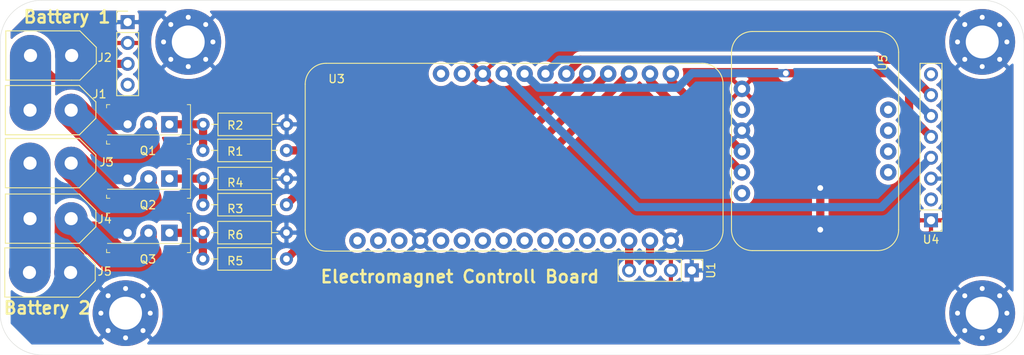
<source format=kicad_pcb>
(kicad_pcb (version 20171130) (host pcbnew 5.1.6)

  (general
    (thickness 1.6)
    (drawings 12)
    (tracks 89)
    (zones 0)
    (modules 23)
    (nets 45)
  )

  (page A4)
  (layers
    (0 F.Cu signal)
    (31 B.Cu signal)
    (32 B.Adhes user)
    (33 F.Adhes user)
    (34 B.Paste user)
    (35 F.Paste user)
    (36 B.SilkS user)
    (37 F.SilkS user)
    (38 B.Mask user)
    (39 F.Mask user)
    (40 Dwgs.User user)
    (41 Cmts.User user)
    (42 Eco1.User user)
    (43 Eco2.User user)
    (44 Edge.Cuts user)
    (45 Margin user)
    (46 B.CrtYd user)
    (47 F.CrtYd user)
    (48 B.Fab user)
    (49 F.Fab user hide)
  )

  (setup
    (last_trace_width 5)
    (user_trace_width 1)
    (user_trace_width 2)
    (user_trace_width 3)
    (user_trace_width 4)
    (user_trace_width 5)
    (trace_clearance 0.2)
    (zone_clearance 0.508)
    (zone_45_only no)
    (trace_min 0.2)
    (via_size 0.8)
    (via_drill 0.4)
    (via_min_size 0.4)
    (via_min_drill 0.3)
    (user_via 1 0.7)
    (uvia_size 0.3)
    (uvia_drill 0.1)
    (uvias_allowed no)
    (uvia_min_size 0.2)
    (uvia_min_drill 0.1)
    (edge_width 0.05)
    (segment_width 0.2)
    (pcb_text_width 0.3)
    (pcb_text_size 1.5 1.5)
    (mod_edge_width 0.12)
    (mod_text_size 1 1)
    (mod_text_width 0.15)
    (pad_size 1.524 1.524)
    (pad_drill 0.762)
    (pad_to_mask_clearance 0.05)
    (aux_axis_origin 0 0)
    (visible_elements FFFFFF7F)
    (pcbplotparams
      (layerselection 0x010fc_ffffffff)
      (usegerberextensions false)
      (usegerberattributes true)
      (usegerberadvancedattributes true)
      (creategerberjobfile true)
      (excludeedgelayer true)
      (linewidth 0.100000)
      (plotframeref false)
      (viasonmask false)
      (mode 1)
      (useauxorigin false)
      (hpglpennumber 1)
      (hpglpenspeed 20)
      (hpglpendiameter 15.000000)
      (psnegative false)
      (psa4output false)
      (plotreference true)
      (plotvalue true)
      (plotinvisibletext false)
      (padsonsilk false)
      (subtractmaskfromsilk false)
      (outputformat 1)
      (mirror false)
      (drillshape 0)
      (scaleselection 1)
      (outputdirectory "gerber/"))
  )

  (net 0 "")
  (net 1 B1)
  (net 2 GND)
  (net 3 B2)
  (net 4 "Net-(Q1-Pad1)")
  (net 5 "Net-(Q2-Pad1)")
  (net 6 "Net-(Q3-Pad1)")
  (net 7 M1)
  (net 8 M2)
  (net 9 M3)
  (net 10 "Net-(U1-Pad4)")
  (net 11 "Net-(U1-Pad3)")
  (net 12 +5V)
  (net 13 "Net-(U2-Pad4)")
  (net 14 "Net-(U3-Pad1)")
  (net 15 "Net-(U3-Pad2)")
  (net 16 "Net-(U3-Pad3)")
  (net 17 "Net-(U3-Pad5)")
  (net 18 "Net-(U3-Pad6)")
  (net 19 "Net-(U3-Pad7)")
  (net 20 "Net-(U3-Pad8)")
  (net 21 "Net-(U3-Pad9)")
  (net 22 "Net-(U3-Pad10)")
  (net 23 "Net-(U3-Pad11)")
  (net 24 "Net-(U3-Pad12)")
  (net 25 "Net-(U3-Pad13)")
  (net 26 "Net-(U3-Pad17)")
  (net 27 "Net-(U3-Pad18)")
  (net 28 "Net-(U3-Pad20)")
  (net 29 "Net-(U3-Pad21)")
  (net 30 "Net-(U3-Pad22)")
  (net 31 "Net-(U3-Pad23)")
  (net 32 "Net-(U3-Pad27)")
  (net 33 "Net-(U3-Pad28)")
  (net 34 "Net-(U4-Pad2)")
  (net 35 "Net-(U4-Pad8)")
  (net 36 "Net-(U5-Pad2)")
  (net 37 "Net-(U5-Pad6)")
  (net 38 "Net-(U5-Pad7)")
  (net 39 "Net-(U5-Pad8)")
  (net 40 "Net-(U5-Pad9)")
  (net 41 "Net-(U5-Pad10)")
  (net 42 "Net-(J1-Pad1)")
  (net 43 "Net-(J3-Pad1)")
  (net 44 "Net-(J4-Pad1)")

  (net_class Default "This is the default net class."
    (clearance 0.2)
    (trace_width 0.25)
    (via_dia 0.8)
    (via_drill 0.4)
    (uvia_dia 0.3)
    (uvia_drill 0.1)
    (add_net +5V)
    (add_net B1)
    (add_net B2)
    (add_net GND)
    (add_net M1)
    (add_net M2)
    (add_net M3)
    (add_net "Net-(J1-Pad1)")
    (add_net "Net-(J3-Pad1)")
    (add_net "Net-(J4-Pad1)")
    (add_net "Net-(Q1-Pad1)")
    (add_net "Net-(Q2-Pad1)")
    (add_net "Net-(Q3-Pad1)")
    (add_net "Net-(U1-Pad3)")
    (add_net "Net-(U1-Pad4)")
    (add_net "Net-(U2-Pad4)")
    (add_net "Net-(U3-Pad1)")
    (add_net "Net-(U3-Pad10)")
    (add_net "Net-(U3-Pad11)")
    (add_net "Net-(U3-Pad12)")
    (add_net "Net-(U3-Pad13)")
    (add_net "Net-(U3-Pad17)")
    (add_net "Net-(U3-Pad18)")
    (add_net "Net-(U3-Pad2)")
    (add_net "Net-(U3-Pad20)")
    (add_net "Net-(U3-Pad21)")
    (add_net "Net-(U3-Pad22)")
    (add_net "Net-(U3-Pad23)")
    (add_net "Net-(U3-Pad27)")
    (add_net "Net-(U3-Pad28)")
    (add_net "Net-(U3-Pad3)")
    (add_net "Net-(U3-Pad5)")
    (add_net "Net-(U3-Pad6)")
    (add_net "Net-(U3-Pad7)")
    (add_net "Net-(U3-Pad8)")
    (add_net "Net-(U3-Pad9)")
    (add_net "Net-(U4-Pad2)")
    (add_net "Net-(U4-Pad8)")
    (add_net "Net-(U5-Pad10)")
    (add_net "Net-(U5-Pad2)")
    (add_net "Net-(U5-Pad6)")
    (add_net "Net-(U5-Pad7)")
    (add_net "Net-(U5-Pad8)")
    (add_net "Net-(U5-Pad9)")
  )

  (module parc:XT30 (layer F.Cu) (tedit 5F5DCFE8) (tstamp 5F5E49B7)
    (at 77.286 84.5058)
    (path /5F699622)
    (fp_text reference J1 (at 8.439 -1.9558) (layer F.SilkS)
      (effects (font (size 1 1) (thickness 0.15)))
    )
    (fp_text value XT30 (at 3 -4) (layer F.Fab) hide
      (effects (font (size 1 1) (thickness 0.15)))
    )
    (fp_line (start 6 -3) (end -3 -3) (layer F.SilkS) (width 0.12))
    (fp_line (start 8 -1) (end 6 -3) (layer F.SilkS) (width 0.12))
    (fp_line (start 8 1) (end 8 -1) (layer F.SilkS) (width 0.12))
    (fp_line (start 6 3) (end 8 1) (layer F.SilkS) (width 0.12))
    (fp_line (start 5 3) (end 6 3) (layer F.SilkS) (width 0.12))
    (fp_line (start -3 3) (end 5 3) (layer F.SilkS) (width 0.12))
    (fp_line (start -3 -3) (end -3 3) (layer F.SilkS) (width 0.12))
    (pad 2 thru_hole circle (at 0 0 90) (size 4 4) (drill 1.6) (layers *.Cu *.Mask)
      (net 1 B1))
    (pad 1 thru_hole circle (at 5 0) (size 4 4) (drill 1.6) (layers *.Cu *.Mask)
      (net 42 "Net-(J1-Pad1)"))
  )

  (module parc:XT30 (layer F.Cu) (tedit 5F5DCFE8) (tstamp 5F5E3734)
    (at 77.343 77.851)
    (path /5F5DEBA5)
    (zone_connect 2)
    (fp_text reference J2 (at 9.017 0.254) (layer F.SilkS)
      (effects (font (size 1 1) (thickness 0.15)))
    )
    (fp_text value XT30 (at 3 -4) (layer F.Fab)
      (effects (font (size 1 1) (thickness 0.15)))
    )
    (fp_line (start 6 -3) (end -3 -3) (layer F.SilkS) (width 0.12))
    (fp_line (start 8 -1) (end 6 -3) (layer F.SilkS) (width 0.12))
    (fp_line (start 8 1) (end 8 -1) (layer F.SilkS) (width 0.12))
    (fp_line (start 6 3) (end 8 1) (layer F.SilkS) (width 0.12))
    (fp_line (start 5 3) (end 6 3) (layer F.SilkS) (width 0.12))
    (fp_line (start -3 3) (end 5 3) (layer F.SilkS) (width 0.12))
    (fp_line (start -3 -3) (end -3 3) (layer F.SilkS) (width 0.12))
    (pad 2 thru_hole circle (at 0 0 90) (size 4 4) (drill 1.6) (layers *.Cu *.Mask)
      (net 1 B1) (zone_connect 2))
    (pad 1 thru_hole circle (at 5 0) (size 4 4) (drill 1.6) (layers *.Cu *.Mask)
      (net 2 GND) (zone_connect 2))
  )

  (module parc:XT30 (layer F.Cu) (tedit 5F5DCFE8) (tstamp 5F5E4993)
    (at 77.286 90.9574)
    (path /5F69A4BC)
    (fp_text reference J3 (at 9.308 -0.1204) (layer F.SilkS)
      (effects (font (size 1 1) (thickness 0.15)))
    )
    (fp_text value XT30 (at 3 -4) (layer F.Fab) hide
      (effects (font (size 1 1) (thickness 0.15)))
    )
    (fp_line (start -3 -3) (end -3 3) (layer F.SilkS) (width 0.12))
    (fp_line (start -3 3) (end 5 3) (layer F.SilkS) (width 0.12))
    (fp_line (start 5 3) (end 6 3) (layer F.SilkS) (width 0.12))
    (fp_line (start 6 3) (end 8 1) (layer F.SilkS) (width 0.12))
    (fp_line (start 8 1) (end 8 -1) (layer F.SilkS) (width 0.12))
    (fp_line (start 8 -1) (end 6 -3) (layer F.SilkS) (width 0.12))
    (fp_line (start 6 -3) (end -3 -3) (layer F.SilkS) (width 0.12))
    (pad 1 thru_hole circle (at 5 0) (size 4 4) (drill 1.6) (layers *.Cu *.Mask)
      (net 43 "Net-(J3-Pad1)"))
    (pad 2 thru_hole circle (at 0 0 90) (size 4 4) (drill 1.6) (layers *.Cu *.Mask)
      (net 3 B2))
  )

  (module parc:XT30 (layer F.Cu) (tedit 5F5DCFE8) (tstamp 5F5E496F)
    (at 77.286 97.7138)
    (path /5F69B40A)
    (fp_text reference J4 (at 9.074 0.0762) (layer F.SilkS)
      (effects (font (size 1 1) (thickness 0.15)))
    )
    (fp_text value XT30 (at 3 -4) (layer F.Fab) hide
      (effects (font (size 1 1) (thickness 0.15)))
    )
    (fp_line (start 6 -3) (end -3 -3) (layer F.SilkS) (width 0.12))
    (fp_line (start 8 -1) (end 6 -3) (layer F.SilkS) (width 0.12))
    (fp_line (start 8 1) (end 8 -1) (layer F.SilkS) (width 0.12))
    (fp_line (start 6 3) (end 8 1) (layer F.SilkS) (width 0.12))
    (fp_line (start 5 3) (end 6 3) (layer F.SilkS) (width 0.12))
    (fp_line (start -3 3) (end 5 3) (layer F.SilkS) (width 0.12))
    (fp_line (start -3 -3) (end -3 3) (layer F.SilkS) (width 0.12))
    (pad 2 thru_hole circle (at 0 0 90) (size 4 4) (drill 1.6) (layers *.Cu *.Mask)
      (net 3 B2))
    (pad 1 thru_hole circle (at 5 0) (size 4 4) (drill 1.6) (layers *.Cu *.Mask)
      (net 44 "Net-(J4-Pad1)"))
  )

  (module parc:XT30 (layer F.Cu) (tedit 5F5DCFE8) (tstamp 5F5E375B)
    (at 77.216 104.267)
    (path /5F6FEE57)
    (zone_connect 2)
    (fp_text reference J5 (at 9.144 -0.127) (layer F.SilkS)
      (effects (font (size 1 1) (thickness 0.15)))
    )
    (fp_text value XT30 (at 3 -4) (layer F.Fab) hide
      (effects (font (size 1 1) (thickness 0.15)))
    )
    (fp_line (start -3 -3) (end -3 3) (layer F.SilkS) (width 0.12))
    (fp_line (start -3 3) (end 5 3) (layer F.SilkS) (width 0.12))
    (fp_line (start 5 3) (end 6 3) (layer F.SilkS) (width 0.12))
    (fp_line (start 6 3) (end 8 1) (layer F.SilkS) (width 0.12))
    (fp_line (start 8 1) (end 8 -1) (layer F.SilkS) (width 0.12))
    (fp_line (start 8 -1) (end 6 -3) (layer F.SilkS) (width 0.12))
    (fp_line (start 6 -3) (end -3 -3) (layer F.SilkS) (width 0.12))
    (pad 1 thru_hole circle (at 5 0) (size 4 4) (drill 1.6) (layers *.Cu *.Mask)
      (net 2 GND) (zone_connect 2))
    (pad 2 thru_hole circle (at 0 0 90) (size 4 4) (drill 1.6) (layers *.Cu *.Mask)
      (net 3 B2) (zone_connect 2))
  )

  (module "Digikey Footprints:TO-220-3" (layer F.Cu) (tedit 5AFA02CB) (tstamp 5F5E3775)
    (at 94.234 86.233 180)
    (descr http://www.st.com/content/ccc/resource/technical/document/datasheet/f9/ed/f5/44/26/b9/43/a4/CD00000911.pdf/files/CD00000911.pdf/jcr:content/translations/en.CD00000911.pdf)
    (path /5F5ED016)
    (zone_connect 2)
    (fp_text reference Q1 (at 2.62 -3.22) (layer F.SilkS)
      (effects (font (size 1 1) (thickness 0.15)))
    )
    (fp_text value IRLB3034PBF (at 2.27 3.63) (layer F.Fab)
      (effects (font (size 1 1) (thickness 0.15)))
    )
    (fp_text user %R (at 2.52 -0.01) (layer F.Fab)
      (effects (font (size 1 1) (thickness 0.15)))
    )
    (fp_line (start -2.56 -1.29) (end 7.54 -1.29) (layer F.SilkS) (width 0.1))
    (fp_line (start -2.45 -1.3) (end 7.54 -1.3) (layer F.Fab) (width 0.1))
    (fp_line (start -2.71 2.5) (end 7.79 2.5) (layer F.CrtYd) (width 0.05))
    (fp_line (start -2.71 -2.5) (end 7.79 -2.5) (layer F.CrtYd) (width 0.05))
    (fp_line (start -2.71 -2.5) (end -2.71 2.5) (layer F.CrtYd) (width 0.05))
    (fp_line (start 7.79 -2.5) (end 7.79 2.5) (layer F.CrtYd) (width 0.05))
    (fp_line (start 7.64 2.4) (end 7.64 2) (layer F.SilkS) (width 0.1))
    (fp_line (start 7.64 2.4) (end 7.24 2.4) (layer F.SilkS) (width 0.1))
    (fp_line (start -2.56 2.4) (end -2.56 -2) (layer F.SilkS) (width 0.1))
    (fp_line (start -2.56 2.4) (end -2.16 2.4) (layer F.SilkS) (width 0.1))
    (fp_line (start -2.56 -2.4) (end -2.56 -2) (layer F.SilkS) (width 0.1))
    (fp_line (start -2.56 -2.4) (end -2.16 -2.4) (layer F.SilkS) (width 0.1))
    (fp_line (start 7.24 -2.4) (end 7.64 -2.4) (layer F.SilkS) (width 0.1))
    (fp_line (start 7.64 -2.4) (end 7.64 -2) (layer F.SilkS) (width 0.1))
    (fp_line (start 7.54 2.25) (end 7.54 -2.25) (layer F.Fab) (width 0.1))
    (fp_line (start -2.46 -2.25) (end -2.46 2.25) (layer F.Fab) (width 0.1))
    (fp_line (start -2.46 -2.25) (end 7.54 -2.25) (layer F.Fab) (width 0.1))
    (fp_line (start -2.46 2.25) (end 7.54 2.25) (layer F.Fab) (width 0.1))
    (pad 3 thru_hole circle (at 5.08 0 180) (size 2 2) (drill 1) (layers *.Cu *.Mask)
      (net 2 GND) (zone_connect 2))
    (pad 2 thru_hole circle (at 2.54 0 180) (size 2 2) (drill 1) (layers *.Cu *.Mask)
      (net 42 "Net-(J1-Pad1)") (zone_connect 2))
    (pad 1 thru_hole rect (at 0 0 180) (size 2 2) (drill 1) (layers *.Cu *.Mask)
      (net 4 "Net-(Q1-Pad1)") (zone_connect 2))
  )

  (module "Digikey Footprints:TO-220-3" (layer F.Cu) (tedit 5AFA02CB) (tstamp 5F5E4159)
    (at 94.234 92.837 180)
    (descr http://www.st.com/content/ccc/resource/technical/document/datasheet/f9/ed/f5/44/26/b9/43/a4/CD00000911.pdf/files/CD00000911.pdf/jcr:content/translations/en.CD00000911.pdf)
    (path /5F5DCDD4)
    (zone_connect 2)
    (fp_text reference Q2 (at 2.62 -3.22) (layer F.SilkS)
      (effects (font (size 1 1) (thickness 0.15)))
    )
    (fp_text value IRLB3034PBF (at 2.27 3.63) (layer F.Fab)
      (effects (font (size 1 1) (thickness 0.15)))
    )
    (fp_line (start -2.46 2.25) (end 7.54 2.25) (layer F.Fab) (width 0.1))
    (fp_line (start -2.46 -2.25) (end 7.54 -2.25) (layer F.Fab) (width 0.1))
    (fp_line (start -2.46 -2.25) (end -2.46 2.25) (layer F.Fab) (width 0.1))
    (fp_line (start 7.54 2.25) (end 7.54 -2.25) (layer F.Fab) (width 0.1))
    (fp_line (start 7.64 -2.4) (end 7.64 -2) (layer F.SilkS) (width 0.1))
    (fp_line (start 7.24 -2.4) (end 7.64 -2.4) (layer F.SilkS) (width 0.1))
    (fp_line (start -2.56 -2.4) (end -2.16 -2.4) (layer F.SilkS) (width 0.1))
    (fp_line (start -2.56 -2.4) (end -2.56 -2) (layer F.SilkS) (width 0.1))
    (fp_line (start -2.56 2.4) (end -2.16 2.4) (layer F.SilkS) (width 0.1))
    (fp_line (start -2.56 2.4) (end -2.56 -2) (layer F.SilkS) (width 0.1))
    (fp_line (start 7.64 2.4) (end 7.24 2.4) (layer F.SilkS) (width 0.1))
    (fp_line (start 7.64 2.4) (end 7.64 2) (layer F.SilkS) (width 0.1))
    (fp_line (start 7.79 -2.5) (end 7.79 2.5) (layer F.CrtYd) (width 0.05))
    (fp_line (start -2.71 -2.5) (end -2.71 2.5) (layer F.CrtYd) (width 0.05))
    (fp_line (start -2.71 -2.5) (end 7.79 -2.5) (layer F.CrtYd) (width 0.05))
    (fp_line (start -2.71 2.5) (end 7.79 2.5) (layer F.CrtYd) (width 0.05))
    (fp_line (start -2.45 -1.3) (end 7.54 -1.3) (layer F.Fab) (width 0.1))
    (fp_line (start -2.56 -1.29) (end 7.54 -1.29) (layer F.SilkS) (width 0.1))
    (fp_text user %R (at 2.52 -0.01) (layer F.Fab)
      (effects (font (size 1 1) (thickness 0.15)))
    )
    (pad 1 thru_hole rect (at 0 0 180) (size 2 2) (drill 1) (layers *.Cu *.Mask)
      (net 5 "Net-(Q2-Pad1)") (zone_connect 2))
    (pad 2 thru_hole circle (at 2.54 0 180) (size 2 2) (drill 1) (layers *.Cu *.Mask)
      (net 43 "Net-(J3-Pad1)") (zone_connect 2))
    (pad 3 thru_hole circle (at 5.08 0 180) (size 2 2) (drill 1) (layers *.Cu *.Mask)
      (net 2 GND) (zone_connect 2))
  )

  (module "Digikey Footprints:TO-220-3" (layer F.Cu) (tedit 5AFA02CB) (tstamp 5F5E37A9)
    (at 94.234 99.441 180)
    (descr http://www.st.com/content/ccc/resource/technical/document/datasheet/f9/ed/f5/44/26/b9/43/a4/CD00000911.pdf/files/CD00000911.pdf/jcr:content/translations/en.CD00000911.pdf)
    (path /5F5ECB26)
    (zone_connect 2)
    (fp_text reference Q3 (at 2.62 -3.22) (layer F.SilkS)
      (effects (font (size 1 1) (thickness 0.15)))
    )
    (fp_text value IRLB3034PBF (at 2.27 3.63) (layer F.Fab)
      (effects (font (size 1 1) (thickness 0.15)))
    )
    (fp_line (start -2.46 2.25) (end 7.54 2.25) (layer F.Fab) (width 0.1))
    (fp_line (start -2.46 -2.25) (end 7.54 -2.25) (layer F.Fab) (width 0.1))
    (fp_line (start -2.46 -2.25) (end -2.46 2.25) (layer F.Fab) (width 0.1))
    (fp_line (start 7.54 2.25) (end 7.54 -2.25) (layer F.Fab) (width 0.1))
    (fp_line (start 7.64 -2.4) (end 7.64 -2) (layer F.SilkS) (width 0.1))
    (fp_line (start 7.24 -2.4) (end 7.64 -2.4) (layer F.SilkS) (width 0.1))
    (fp_line (start -2.56 -2.4) (end -2.16 -2.4) (layer F.SilkS) (width 0.1))
    (fp_line (start -2.56 -2.4) (end -2.56 -2) (layer F.SilkS) (width 0.1))
    (fp_line (start -2.56 2.4) (end -2.16 2.4) (layer F.SilkS) (width 0.1))
    (fp_line (start -2.56 2.4) (end -2.56 -2) (layer F.SilkS) (width 0.1))
    (fp_line (start 7.64 2.4) (end 7.24 2.4) (layer F.SilkS) (width 0.1))
    (fp_line (start 7.64 2.4) (end 7.64 2) (layer F.SilkS) (width 0.1))
    (fp_line (start 7.79 -2.5) (end 7.79 2.5) (layer F.CrtYd) (width 0.05))
    (fp_line (start -2.71 -2.5) (end -2.71 2.5) (layer F.CrtYd) (width 0.05))
    (fp_line (start -2.71 -2.5) (end 7.79 -2.5) (layer F.CrtYd) (width 0.05))
    (fp_line (start -2.71 2.5) (end 7.79 2.5) (layer F.CrtYd) (width 0.05))
    (fp_line (start -2.45 -1.3) (end 7.54 -1.3) (layer F.Fab) (width 0.1))
    (fp_line (start -2.56 -1.29) (end 7.54 -1.29) (layer F.SilkS) (width 0.1))
    (fp_text user %R (at 2.52 -0.01) (layer F.Fab)
      (effects (font (size 1 1) (thickness 0.15)))
    )
    (pad 1 thru_hole rect (at 0 0 180) (size 2 2) (drill 1) (layers *.Cu *.Mask)
      (net 6 "Net-(Q3-Pad1)") (zone_connect 2))
    (pad 2 thru_hole circle (at 2.54 0 180) (size 2 2) (drill 1) (layers *.Cu *.Mask)
      (net 44 "Net-(J4-Pad1)") (zone_connect 2))
    (pad 3 thru_hole circle (at 5.08 0 180) (size 2 2) (drill 1) (layers *.Cu *.Mask)
      (net 2 GND) (zone_connect 2))
  )

  (module Resistor_THT:R_Axial_DIN0207_L6.3mm_D2.5mm_P10.16mm_Horizontal (layer F.Cu) (tedit 5AE5139B) (tstamp 5F5E37C0)
    (at 108.458 89.408 180)
    (descr "Resistor, Axial_DIN0207 series, Axial, Horizontal, pin pitch=10.16mm, 0.25W = 1/4W, length*diameter=6.3*2.5mm^2, http://cdn-reichelt.de/documents/datenblatt/B400/1_4W%23YAG.pdf")
    (tags "Resistor Axial_DIN0207 series Axial Horizontal pin pitch 10.16mm 0.25W = 1/4W length 6.3mm diameter 2.5mm")
    (path /5F67BBF9)
    (fp_text reference R1 (at 6.223 -0.127) (layer F.SilkS)
      (effects (font (size 1 1) (thickness 0.15)))
    )
    (fp_text value 1K (at 5.08 2.37) (layer F.Fab)
      (effects (font (size 1 1) (thickness 0.15)))
    )
    (fp_text user %R (at 5.08 0) (layer F.Fab)
      (effects (font (size 1 1) (thickness 0.15)))
    )
    (fp_line (start 1.93 -1.25) (end 1.93 1.25) (layer F.Fab) (width 0.1))
    (fp_line (start 1.93 1.25) (end 8.23 1.25) (layer F.Fab) (width 0.1))
    (fp_line (start 8.23 1.25) (end 8.23 -1.25) (layer F.Fab) (width 0.1))
    (fp_line (start 8.23 -1.25) (end 1.93 -1.25) (layer F.Fab) (width 0.1))
    (fp_line (start 0 0) (end 1.93 0) (layer F.Fab) (width 0.1))
    (fp_line (start 10.16 0) (end 8.23 0) (layer F.Fab) (width 0.1))
    (fp_line (start 1.81 -1.37) (end 1.81 1.37) (layer F.SilkS) (width 0.12))
    (fp_line (start 1.81 1.37) (end 8.35 1.37) (layer F.SilkS) (width 0.12))
    (fp_line (start 8.35 1.37) (end 8.35 -1.37) (layer F.SilkS) (width 0.12))
    (fp_line (start 8.35 -1.37) (end 1.81 -1.37) (layer F.SilkS) (width 0.12))
    (fp_line (start 1.04 0) (end 1.81 0) (layer F.SilkS) (width 0.12))
    (fp_line (start 9.12 0) (end 8.35 0) (layer F.SilkS) (width 0.12))
    (fp_line (start -1.05 -1.5) (end -1.05 1.5) (layer F.CrtYd) (width 0.05))
    (fp_line (start -1.05 1.5) (end 11.21 1.5) (layer F.CrtYd) (width 0.05))
    (fp_line (start 11.21 1.5) (end 11.21 -1.5) (layer F.CrtYd) (width 0.05))
    (fp_line (start 11.21 -1.5) (end -1.05 -1.5) (layer F.CrtYd) (width 0.05))
    (pad 2 thru_hole oval (at 10.16 0 180) (size 1.6 1.6) (drill 0.8) (layers *.Cu *.Mask)
      (net 4 "Net-(Q1-Pad1)"))
    (pad 1 thru_hole circle (at 0 0 180) (size 1.6 1.6) (drill 0.8) (layers *.Cu *.Mask)
      (net 7 M1))
    (model ${KISYS3DMOD}/Resistor_THT.3dshapes/R_Axial_DIN0207_L6.3mm_D2.5mm_P10.16mm_Horizontal.wrl
      (at (xyz 0 0 0))
      (scale (xyz 1 1 1))
      (rotate (xyz 0 0 0))
    )
  )

  (module Resistor_THT:R_Axial_DIN0207_L6.3mm_D2.5mm_P10.16mm_Horizontal (layer F.Cu) (tedit 5AE5139B) (tstamp 5F5E54C9)
    (at 98.3234 86.233)
    (descr "Resistor, Axial_DIN0207 series, Axial, Horizontal, pin pitch=10.16mm, 0.25W = 1/4W, length*diameter=6.3*2.5mm^2, http://cdn-reichelt.de/documents/datenblatt/B400/1_4W%23YAG.pdf")
    (tags "Resistor Axial_DIN0207 series Axial Horizontal pin pitch 10.16mm 0.25W = 1/4W length 6.3mm diameter 2.5mm")
    (path /5F674DBE)
    (fp_text reference R2 (at 3.9116 0.127) (layer F.SilkS)
      (effects (font (size 1 1) (thickness 0.15)))
    )
    (fp_text value 1M (at 5.08 2.37) (layer F.Fab)
      (effects (font (size 1 1) (thickness 0.15)))
    )
    (fp_line (start 11.21 -1.5) (end -1.05 -1.5) (layer F.CrtYd) (width 0.05))
    (fp_line (start 11.21 1.5) (end 11.21 -1.5) (layer F.CrtYd) (width 0.05))
    (fp_line (start -1.05 1.5) (end 11.21 1.5) (layer F.CrtYd) (width 0.05))
    (fp_line (start -1.05 -1.5) (end -1.05 1.5) (layer F.CrtYd) (width 0.05))
    (fp_line (start 9.12 0) (end 8.35 0) (layer F.SilkS) (width 0.12))
    (fp_line (start 1.04 0) (end 1.81 0) (layer F.SilkS) (width 0.12))
    (fp_line (start 8.35 -1.37) (end 1.81 -1.37) (layer F.SilkS) (width 0.12))
    (fp_line (start 8.35 1.37) (end 8.35 -1.37) (layer F.SilkS) (width 0.12))
    (fp_line (start 1.81 1.37) (end 8.35 1.37) (layer F.SilkS) (width 0.12))
    (fp_line (start 1.81 -1.37) (end 1.81 1.37) (layer F.SilkS) (width 0.12))
    (fp_line (start 10.16 0) (end 8.23 0) (layer F.Fab) (width 0.1))
    (fp_line (start 0 0) (end 1.93 0) (layer F.Fab) (width 0.1))
    (fp_line (start 8.23 -1.25) (end 1.93 -1.25) (layer F.Fab) (width 0.1))
    (fp_line (start 8.23 1.25) (end 8.23 -1.25) (layer F.Fab) (width 0.1))
    (fp_line (start 1.93 1.25) (end 8.23 1.25) (layer F.Fab) (width 0.1))
    (fp_line (start 1.93 -1.25) (end 1.93 1.25) (layer F.Fab) (width 0.1))
    (fp_text user %R (at 5.08 0) (layer F.Fab)
      (effects (font (size 1 1) (thickness 0.15)))
    )
    (pad 1 thru_hole circle (at 0 0) (size 1.6 1.6) (drill 0.8) (layers *.Cu *.Mask)
      (net 4 "Net-(Q1-Pad1)"))
    (pad 2 thru_hole oval (at 10.16 0) (size 1.6 1.6) (drill 0.8) (layers *.Cu *.Mask)
      (net 2 GND))
    (model ${KISYS3DMOD}/Resistor_THT.3dshapes/R_Axial_DIN0207_L6.3mm_D2.5mm_P10.16mm_Horizontal.wrl
      (at (xyz 0 0 0))
      (scale (xyz 1 1 1))
      (rotate (xyz 0 0 0))
    )
  )

  (module Resistor_THT:R_Axial_DIN0207_L6.3mm_D2.5mm_P10.16mm_Horizontal (layer F.Cu) (tedit 5AE5139B) (tstamp 5F5E37EE)
    (at 108.458 96.012 180)
    (descr "Resistor, Axial_DIN0207 series, Axial, Horizontal, pin pitch=10.16mm, 0.25W = 1/4W, length*diameter=6.3*2.5mm^2, http://cdn-reichelt.de/documents/datenblatt/B400/1_4W%23YAG.pdf")
    (tags "Resistor Axial_DIN0207 series Axial Horizontal pin pitch 10.16mm 0.25W = 1/4W length 6.3mm diameter 2.5mm")
    (path /5F67EF41)
    (fp_text reference R3 (at 6.223 -0.508) (layer F.SilkS)
      (effects (font (size 1 1) (thickness 0.15)))
    )
    (fp_text value 1K (at 5.08 2.37) (layer F.Fab)
      (effects (font (size 1 1) (thickness 0.15)))
    )
    (fp_line (start 11.21 -1.5) (end -1.05 -1.5) (layer F.CrtYd) (width 0.05))
    (fp_line (start 11.21 1.5) (end 11.21 -1.5) (layer F.CrtYd) (width 0.05))
    (fp_line (start -1.05 1.5) (end 11.21 1.5) (layer F.CrtYd) (width 0.05))
    (fp_line (start -1.05 -1.5) (end -1.05 1.5) (layer F.CrtYd) (width 0.05))
    (fp_line (start 9.12 0) (end 8.35 0) (layer F.SilkS) (width 0.12))
    (fp_line (start 1.04 0) (end 1.81 0) (layer F.SilkS) (width 0.12))
    (fp_line (start 8.35 -1.37) (end 1.81 -1.37) (layer F.SilkS) (width 0.12))
    (fp_line (start 8.35 1.37) (end 8.35 -1.37) (layer F.SilkS) (width 0.12))
    (fp_line (start 1.81 1.37) (end 8.35 1.37) (layer F.SilkS) (width 0.12))
    (fp_line (start 1.81 -1.37) (end 1.81 1.37) (layer F.SilkS) (width 0.12))
    (fp_line (start 10.16 0) (end 8.23 0) (layer F.Fab) (width 0.1))
    (fp_line (start 0 0) (end 1.93 0) (layer F.Fab) (width 0.1))
    (fp_line (start 8.23 -1.25) (end 1.93 -1.25) (layer F.Fab) (width 0.1))
    (fp_line (start 8.23 1.25) (end 8.23 -1.25) (layer F.Fab) (width 0.1))
    (fp_line (start 1.93 1.25) (end 8.23 1.25) (layer F.Fab) (width 0.1))
    (fp_line (start 1.93 -1.25) (end 1.93 1.25) (layer F.Fab) (width 0.1))
    (fp_text user %R (at 5.08 0) (layer F.Fab)
      (effects (font (size 1 1) (thickness 0.15)))
    )
    (pad 1 thru_hole circle (at 0 0 180) (size 1.6 1.6) (drill 0.8) (layers *.Cu *.Mask)
      (net 8 M2))
    (pad 2 thru_hole oval (at 10.16 0 180) (size 1.6 1.6) (drill 0.8) (layers *.Cu *.Mask)
      (net 5 "Net-(Q2-Pad1)"))
    (model ${KISYS3DMOD}/Resistor_THT.3dshapes/R_Axial_DIN0207_L6.3mm_D2.5mm_P10.16mm_Horizontal.wrl
      (at (xyz 0 0 0))
      (scale (xyz 1 1 1))
      (rotate (xyz 0 0 0))
    )
  )

  (module Resistor_THT:R_Axial_DIN0207_L6.3mm_D2.5mm_P10.16mm_Horizontal (layer F.Cu) (tedit 5AE5139B) (tstamp 5F5E4266)
    (at 98.3234 92.837)
    (descr "Resistor, Axial_DIN0207 series, Axial, Horizontal, pin pitch=10.16mm, 0.25W = 1/4W, length*diameter=6.3*2.5mm^2, http://cdn-reichelt.de/documents/datenblatt/B400/1_4W%23YAG.pdf")
    (tags "Resistor Axial_DIN0207 series Axial Horizontal pin pitch 10.16mm 0.25W = 1/4W length 6.3mm diameter 2.5mm")
    (path /5F673DFF)
    (fp_text reference R4 (at 3.9116 0.508) (layer F.SilkS)
      (effects (font (size 1 1) (thickness 0.15)))
    )
    (fp_text value 1M (at 5.08 2.37) (layer F.Fab)
      (effects (font (size 1 1) (thickness 0.15)))
    )
    (fp_text user %R (at 5.08 0) (layer F.Fab)
      (effects (font (size 1 1) (thickness 0.15)))
    )
    (fp_line (start 1.93 -1.25) (end 1.93 1.25) (layer F.Fab) (width 0.1))
    (fp_line (start 1.93 1.25) (end 8.23 1.25) (layer F.Fab) (width 0.1))
    (fp_line (start 8.23 1.25) (end 8.23 -1.25) (layer F.Fab) (width 0.1))
    (fp_line (start 8.23 -1.25) (end 1.93 -1.25) (layer F.Fab) (width 0.1))
    (fp_line (start 0 0) (end 1.93 0) (layer F.Fab) (width 0.1))
    (fp_line (start 10.16 0) (end 8.23 0) (layer F.Fab) (width 0.1))
    (fp_line (start 1.81 -1.37) (end 1.81 1.37) (layer F.SilkS) (width 0.12))
    (fp_line (start 1.81 1.37) (end 8.35 1.37) (layer F.SilkS) (width 0.12))
    (fp_line (start 8.35 1.37) (end 8.35 -1.37) (layer F.SilkS) (width 0.12))
    (fp_line (start 8.35 -1.37) (end 1.81 -1.37) (layer F.SilkS) (width 0.12))
    (fp_line (start 1.04 0) (end 1.81 0) (layer F.SilkS) (width 0.12))
    (fp_line (start 9.12 0) (end 8.35 0) (layer F.SilkS) (width 0.12))
    (fp_line (start -1.05 -1.5) (end -1.05 1.5) (layer F.CrtYd) (width 0.05))
    (fp_line (start -1.05 1.5) (end 11.21 1.5) (layer F.CrtYd) (width 0.05))
    (fp_line (start 11.21 1.5) (end 11.21 -1.5) (layer F.CrtYd) (width 0.05))
    (fp_line (start 11.21 -1.5) (end -1.05 -1.5) (layer F.CrtYd) (width 0.05))
    (pad 2 thru_hole oval (at 10.16 0) (size 1.6 1.6) (drill 0.8) (layers *.Cu *.Mask)
      (net 2 GND))
    (pad 1 thru_hole circle (at 0 0) (size 1.6 1.6) (drill 0.8) (layers *.Cu *.Mask)
      (net 5 "Net-(Q2-Pad1)"))
    (model ${KISYS3DMOD}/Resistor_THT.3dshapes/R_Axial_DIN0207_L6.3mm_D2.5mm_P10.16mm_Horizontal.wrl
      (at (xyz 0 0 0))
      (scale (xyz 1 1 1))
      (rotate (xyz 0 0 0))
    )
  )

  (module Resistor_THT:R_Axial_DIN0207_L6.3mm_D2.5mm_P10.16mm_Horizontal (layer F.Cu) (tedit 5AE5139B) (tstamp 5F5E381C)
    (at 108.458 102.616 180)
    (descr "Resistor, Axial_DIN0207 series, Axial, Horizontal, pin pitch=10.16mm, 0.25W = 1/4W, length*diameter=6.3*2.5mm^2, http://cdn-reichelt.de/documents/datenblatt/B400/1_4W%23YAG.pdf")
    (tags "Resistor Axial_DIN0207 series Axial Horizontal pin pitch 10.16mm 0.25W = 1/4W length 6.3mm diameter 2.5mm")
    (path /5F680206)
    (fp_text reference R5 (at 6.223 -0.254) (layer F.SilkS)
      (effects (font (size 1 1) (thickness 0.15)))
    )
    (fp_text value 1K (at 5.08 2.37) (layer F.Fab)
      (effects (font (size 1 1) (thickness 0.15)))
    )
    (fp_text user %R (at 5.08 0) (layer F.Fab)
      (effects (font (size 1 1) (thickness 0.15)))
    )
    (fp_line (start 1.93 -1.25) (end 1.93 1.25) (layer F.Fab) (width 0.1))
    (fp_line (start 1.93 1.25) (end 8.23 1.25) (layer F.Fab) (width 0.1))
    (fp_line (start 8.23 1.25) (end 8.23 -1.25) (layer F.Fab) (width 0.1))
    (fp_line (start 8.23 -1.25) (end 1.93 -1.25) (layer F.Fab) (width 0.1))
    (fp_line (start 0 0) (end 1.93 0) (layer F.Fab) (width 0.1))
    (fp_line (start 10.16 0) (end 8.23 0) (layer F.Fab) (width 0.1))
    (fp_line (start 1.81 -1.37) (end 1.81 1.37) (layer F.SilkS) (width 0.12))
    (fp_line (start 1.81 1.37) (end 8.35 1.37) (layer F.SilkS) (width 0.12))
    (fp_line (start 8.35 1.37) (end 8.35 -1.37) (layer F.SilkS) (width 0.12))
    (fp_line (start 8.35 -1.37) (end 1.81 -1.37) (layer F.SilkS) (width 0.12))
    (fp_line (start 1.04 0) (end 1.81 0) (layer F.SilkS) (width 0.12))
    (fp_line (start 9.12 0) (end 8.35 0) (layer F.SilkS) (width 0.12))
    (fp_line (start -1.05 -1.5) (end -1.05 1.5) (layer F.CrtYd) (width 0.05))
    (fp_line (start -1.05 1.5) (end 11.21 1.5) (layer F.CrtYd) (width 0.05))
    (fp_line (start 11.21 1.5) (end 11.21 -1.5) (layer F.CrtYd) (width 0.05))
    (fp_line (start 11.21 -1.5) (end -1.05 -1.5) (layer F.CrtYd) (width 0.05))
    (pad 2 thru_hole oval (at 10.16 0 180) (size 1.6 1.6) (drill 0.8) (layers *.Cu *.Mask)
      (net 6 "Net-(Q3-Pad1)"))
    (pad 1 thru_hole circle (at 0 0 180) (size 1.6 1.6) (drill 0.8) (layers *.Cu *.Mask)
      (net 9 M3))
    (model ${KISYS3DMOD}/Resistor_THT.3dshapes/R_Axial_DIN0207_L6.3mm_D2.5mm_P10.16mm_Horizontal.wrl
      (at (xyz 0 0 0))
      (scale (xyz 1 1 1))
      (rotate (xyz 0 0 0))
    )
  )

  (module Resistor_THT:R_Axial_DIN0207_L6.3mm_D2.5mm_P10.16mm_Horizontal (layer F.Cu) (tedit 5AE5139B) (tstamp 5F5E3833)
    (at 98.298 99.4156)
    (descr "Resistor, Axial_DIN0207 series, Axial, Horizontal, pin pitch=10.16mm, 0.25W = 1/4W, length*diameter=6.3*2.5mm^2, http://cdn-reichelt.de/documents/datenblatt/B400/1_4W%23YAG.pdf")
    (tags "Resistor Axial_DIN0207 series Axial Horizontal pin pitch 10.16mm 0.25W = 1/4W length 6.3mm diameter 2.5mm")
    (path /5F66682D)
    (fp_text reference R6 (at 3.937 0.2794) (layer F.SilkS)
      (effects (font (size 1 1) (thickness 0.15)))
    )
    (fp_text value 1M (at 5.08 2.37) (layer F.Fab)
      (effects (font (size 1 1) (thickness 0.15)))
    )
    (fp_line (start 11.21 -1.5) (end -1.05 -1.5) (layer F.CrtYd) (width 0.05))
    (fp_line (start 11.21 1.5) (end 11.21 -1.5) (layer F.CrtYd) (width 0.05))
    (fp_line (start -1.05 1.5) (end 11.21 1.5) (layer F.CrtYd) (width 0.05))
    (fp_line (start -1.05 -1.5) (end -1.05 1.5) (layer F.CrtYd) (width 0.05))
    (fp_line (start 9.12 0) (end 8.35 0) (layer F.SilkS) (width 0.12))
    (fp_line (start 1.04 0) (end 1.81 0) (layer F.SilkS) (width 0.12))
    (fp_line (start 8.35 -1.37) (end 1.81 -1.37) (layer F.SilkS) (width 0.12))
    (fp_line (start 8.35 1.37) (end 8.35 -1.37) (layer F.SilkS) (width 0.12))
    (fp_line (start 1.81 1.37) (end 8.35 1.37) (layer F.SilkS) (width 0.12))
    (fp_line (start 1.81 -1.37) (end 1.81 1.37) (layer F.SilkS) (width 0.12))
    (fp_line (start 10.16 0) (end 8.23 0) (layer F.Fab) (width 0.1))
    (fp_line (start 0 0) (end 1.93 0) (layer F.Fab) (width 0.1))
    (fp_line (start 8.23 -1.25) (end 1.93 -1.25) (layer F.Fab) (width 0.1))
    (fp_line (start 8.23 1.25) (end 8.23 -1.25) (layer F.Fab) (width 0.1))
    (fp_line (start 1.93 1.25) (end 8.23 1.25) (layer F.Fab) (width 0.1))
    (fp_line (start 1.93 -1.25) (end 1.93 1.25) (layer F.Fab) (width 0.1))
    (fp_text user %R (at 5.08 0) (layer F.Fab)
      (effects (font (size 1 1) (thickness 0.15)))
    )
    (pad 1 thru_hole circle (at 0 0) (size 1.6 1.6) (drill 0.8) (layers *.Cu *.Mask)
      (net 6 "Net-(Q3-Pad1)"))
    (pad 2 thru_hole oval (at 10.16 0) (size 1.6 1.6) (drill 0.8) (layers *.Cu *.Mask)
      (net 2 GND))
    (model ${KISYS3DMOD}/Resistor_THT.3dshapes/R_Axial_DIN0207_L6.3mm_D2.5mm_P10.16mm_Horizontal.wrl
      (at (xyz 0 0 0))
      (scale (xyz 1 1 1))
      (rotate (xyz 0 0 0))
    )
  )

  (module Connector_PinHeader_2.54mm:PinHeader_1x04_P2.54mm_Vertical (layer F.Cu) (tedit 59FED5CC) (tstamp 5F5E4BBD)
    (at 157.734 104.013 270)
    (descr "Through hole straight pin header, 1x04, 2.54mm pitch, single row")
    (tags "Through hole pin header THT 1x04 2.54mm single row")
    (path /5F5EB7BA)
    (fp_text reference U1 (at 0 -2.33 90) (layer F.SilkS)
      (effects (font (size 1 1) (thickness 0.15)))
    )
    (fp_text value HC06 (at 0 9.95 90) (layer F.Fab)
      (effects (font (size 1 1) (thickness 0.15)))
    )
    (fp_text user %R (at 0 3.81) (layer F.Fab)
      (effects (font (size 1 1) (thickness 0.15)))
    )
    (fp_line (start -0.635 -1.27) (end 1.27 -1.27) (layer F.Fab) (width 0.1))
    (fp_line (start 1.27 -1.27) (end 1.27 8.89) (layer F.Fab) (width 0.1))
    (fp_line (start 1.27 8.89) (end -1.27 8.89) (layer F.Fab) (width 0.1))
    (fp_line (start -1.27 8.89) (end -1.27 -0.635) (layer F.Fab) (width 0.1))
    (fp_line (start -1.27 -0.635) (end -0.635 -1.27) (layer F.Fab) (width 0.1))
    (fp_line (start -1.33 8.95) (end 1.33 8.95) (layer F.SilkS) (width 0.12))
    (fp_line (start -1.33 1.27) (end -1.33 8.95) (layer F.SilkS) (width 0.12))
    (fp_line (start 1.33 1.27) (end 1.33 8.95) (layer F.SilkS) (width 0.12))
    (fp_line (start -1.33 1.27) (end 1.33 1.27) (layer F.SilkS) (width 0.12))
    (fp_line (start -1.33 0) (end -1.33 -1.33) (layer F.SilkS) (width 0.12))
    (fp_line (start -1.33 -1.33) (end 0 -1.33) (layer F.SilkS) (width 0.12))
    (fp_line (start -1.8 -1.8) (end -1.8 9.4) (layer F.CrtYd) (width 0.05))
    (fp_line (start -1.8 9.4) (end 1.8 9.4) (layer F.CrtYd) (width 0.05))
    (fp_line (start 1.8 9.4) (end 1.8 -1.8) (layer F.CrtYd) (width 0.05))
    (fp_line (start 1.8 -1.8) (end -1.8 -1.8) (layer F.CrtYd) (width 0.05))
    (pad 4 thru_hole oval (at 0 7.62 270) (size 1.7 1.7) (drill 1) (layers *.Cu *.Mask)
      (net 10 "Net-(U1-Pad4)"))
    (pad 3 thru_hole oval (at 0 5.08 270) (size 1.7 1.7) (drill 1) (layers *.Cu *.Mask)
      (net 11 "Net-(U1-Pad3)"))
    (pad 2 thru_hole oval (at 0 2.54 270) (size 1.7 1.7) (drill 1) (layers *.Cu *.Mask)
      (net 12 +5V))
    (pad 1 thru_hole rect (at 0 0 270) (size 1.7 1.7) (drill 1) (layers *.Cu *.Mask)
      (net 2 GND))
    (model ${KISYS3DMOD}/Connector_PinHeader_2.54mm.3dshapes/PinHeader_1x04_P2.54mm_Vertical.wrl
      (at (xyz 0 0 0))
      (scale (xyz 1 1 1))
      (rotate (xyz 0 0 0))
    )
  )

  (module Connector_PinHeader_2.54mm:PinHeader_1x04_P2.54mm_Vertical (layer F.Cu) (tedit 59FED5CC) (tstamp 5F5E3DA1)
    (at 89.154 73.787)
    (descr "Through hole straight pin header, 1x04, 2.54mm pitch, single row")
    (tags "Through hole pin header THT 1x04 2.54mm single row")
    (path /5F5EDE69)
    (fp_text reference U2 (at 0 -2.33) (layer F.SilkS) hide
      (effects (font (size 1 1) (thickness 0.15)))
    )
    (fp_text value MPM3610 (at 0 9.95) (layer F.Fab)
      (effects (font (size 1 1) (thickness 0.15)))
    )
    (fp_line (start 1.8 -1.8) (end -1.8 -1.8) (layer F.CrtYd) (width 0.05))
    (fp_line (start 1.8 9.4) (end 1.8 -1.8) (layer F.CrtYd) (width 0.05))
    (fp_line (start -1.8 9.4) (end 1.8 9.4) (layer F.CrtYd) (width 0.05))
    (fp_line (start -1.8 -1.8) (end -1.8 9.4) (layer F.CrtYd) (width 0.05))
    (fp_line (start -1.33 -1.33) (end 0 -1.33) (layer F.SilkS) (width 0.12))
    (fp_line (start -1.33 0) (end -1.33 -1.33) (layer F.SilkS) (width 0.12))
    (fp_line (start -1.33 1.27) (end 1.33 1.27) (layer F.SilkS) (width 0.12))
    (fp_line (start 1.33 1.27) (end 1.33 8.95) (layer F.SilkS) (width 0.12))
    (fp_line (start -1.33 1.27) (end -1.33 8.95) (layer F.SilkS) (width 0.12))
    (fp_line (start -1.33 8.95) (end 1.33 8.95) (layer F.SilkS) (width 0.12))
    (fp_line (start -1.27 -0.635) (end -0.635 -1.27) (layer F.Fab) (width 0.1))
    (fp_line (start -1.27 8.89) (end -1.27 -0.635) (layer F.Fab) (width 0.1))
    (fp_line (start 1.27 8.89) (end -1.27 8.89) (layer F.Fab) (width 0.1))
    (fp_line (start 1.27 -1.27) (end 1.27 8.89) (layer F.Fab) (width 0.1))
    (fp_line (start -0.635 -1.27) (end 1.27 -1.27) (layer F.Fab) (width 0.1))
    (fp_text user %R (at 0 3.81 90) (layer F.Fab)
      (effects (font (size 1 1) (thickness 0.15)))
    )
    (pad 1 thru_hole rect (at 0 0) (size 1.7 1.7) (drill 1) (layers *.Cu *.Mask)
      (net 2 GND))
    (pad 2 thru_hole oval (at 0 2.54) (size 1.7 1.7) (drill 1) (layers *.Cu *.Mask)
      (net 12 +5V))
    (pad 3 thru_hole oval (at 0 5.08) (size 1.7 1.7) (drill 1) (layers *.Cu *.Mask)
      (net 1 B1))
    (pad 4 thru_hole oval (at 0 7.62) (size 1.7 1.7) (drill 1) (layers *.Cu *.Mask)
      (net 13 "Net-(U2-Pad4)"))
    (model ${KISYS3DMOD}/Connector_PinHeader_2.54mm.3dshapes/PinHeader_1x04_P2.54mm_Vertical.wrl
      (at (xyz 0 0 0))
      (scale (xyz 1 1 1))
      (rotate (xyz 0 0 0))
    )
  )

  (module parc:Feather (layer F.Cu) (tedit 5F5DD4E8) (tstamp 5F5E388B)
    (at 110.74 101.660001)
    (path /5F5E0AE5)
    (fp_text reference U3 (at 3.81 -20.955) (layer F.SilkS)
      (effects (font (size 1 1) (thickness 0.15)))
    )
    (fp_text value FeatherAdaloggerM0 (at 4.445 -19.05) (layer F.Fab)
      (effects (font (size 1 1) (thickness 0.15)))
    )
    (fp_line (start 2.54 0) (end 48.26 0) (layer F.SilkS) (width 0.12))
    (fp_line (start 0 -20.32) (end 0 -2.54) (layer F.SilkS) (width 0.12))
    (fp_line (start 48.26 -22.86) (end 2.54 -22.86) (layer F.SilkS) (width 0.12))
    (fp_line (start 50.8 -2.54) (end 50.8 -20.32) (layer F.SilkS) (width 0.12))
    (fp_arc (start 2.54 -2.54) (end 0 -2.54) (angle -90) (layer F.SilkS) (width 0.12))
    (fp_arc (start 2.54 -20.32) (end 2.54 -22.86) (angle -90) (layer F.SilkS) (width 0.12))
    (fp_arc (start 48.26 -2.54) (end 48.26 0) (angle -90) (layer F.SilkS) (width 0.12))
    (fp_arc (start 48.26 -20.32) (end 50.8 -20.32) (angle -90) (layer F.SilkS) (width 0.12))
    (pad 1 thru_hole circle (at 6.35 -1.27) (size 2 2) (drill 1) (layers *.Cu *.Mask)
      (net 14 "Net-(U3-Pad1)"))
    (pad 2 thru_hole circle (at 8.89 -1.27) (size 2 2) (drill 1) (layers *.Cu *.Mask)
      (net 15 "Net-(U3-Pad2)"))
    (pad 3 thru_hole circle (at 11.43 -1.27) (size 2 2) (drill 1) (layers *.Cu *.Mask)
      (net 16 "Net-(U3-Pad3)"))
    (pad 4 thru_hole circle (at 13.97 -1.27) (size 2 2) (drill 1) (layers *.Cu *.Mask)
      (net 2 GND))
    (pad 5 thru_hole circle (at 16.51 -1.27) (size 2 2) (drill 1) (layers *.Cu *.Mask)
      (net 17 "Net-(U3-Pad5)"))
    (pad 6 thru_hole circle (at 19.05 -1.27) (size 2 2) (drill 1) (layers *.Cu *.Mask)
      (net 18 "Net-(U3-Pad6)"))
    (pad 7 thru_hole circle (at 21.59 -1.27) (size 2 2) (drill 1) (layers *.Cu *.Mask)
      (net 19 "Net-(U3-Pad7)"))
    (pad 8 thru_hole circle (at 24.13 -1.27) (size 2 2) (drill 1) (layers *.Cu *.Mask)
      (net 20 "Net-(U3-Pad8)"))
    (pad 9 thru_hole circle (at 26.67 -1.27) (size 2 2) (drill 1) (layers *.Cu *.Mask)
      (net 21 "Net-(U3-Pad9)"))
    (pad 10 thru_hole circle (at 29.21 -1.27) (size 2 2) (drill 1) (layers *.Cu *.Mask)
      (net 22 "Net-(U3-Pad10)"))
    (pad 11 thru_hole circle (at 31.75 -1.27) (size 2 2) (drill 1) (layers *.Cu *.Mask)
      (net 23 "Net-(U3-Pad11)"))
    (pad 12 thru_hole circle (at 34.29 -1.27) (size 2 2) (drill 1) (layers *.Cu *.Mask)
      (net 24 "Net-(U3-Pad12)"))
    (pad 13 thru_hole circle (at 36.83 -1.27) (size 2 2) (drill 1) (layers *.Cu *.Mask)
      (net 25 "Net-(U3-Pad13)"))
    (pad 14 thru_hole circle (at 39.37 -1.27) (size 2 2) (drill 1) (layers *.Cu *.Mask)
      (net 10 "Net-(U1-Pad4)"))
    (pad 15 thru_hole circle (at 41.91 -1.27) (size 2 2) (drill 1) (layers *.Cu *.Mask)
      (net 11 "Net-(U1-Pad3)"))
    (pad 16 thru_hole circle (at 44.45 -1.27) (size 2 2) (drill 1) (layers *.Cu *.Mask)
      (net 2 GND))
    (pad 17 thru_hole circle (at 16.51 -21.59) (size 2 2) (drill 1) (layers *.Cu *.Mask)
      (net 26 "Net-(U3-Pad17)"))
    (pad 18 thru_hole circle (at 19.05 -21.59) (size 2 2) (drill 1) (layers *.Cu *.Mask)
      (net 27 "Net-(U3-Pad18)"))
    (pad 19 thru_hole circle (at 21.59 -21.59) (size 2 2) (drill 1) (layers *.Cu *.Mask)
      (net 12 +5V))
    (pad 20 thru_hole circle (at 24.13 -21.59) (size 2 2) (drill 1) (layers *.Cu *.Mask)
      (net 28 "Net-(U3-Pad20)"))
    (pad 21 thru_hole circle (at 26.67 -21.59) (size 2 2) (drill 1) (layers *.Cu *.Mask)
      (net 29 "Net-(U3-Pad21)"))
    (pad 22 thru_hole circle (at 29.21 -21.59) (size 2 2) (drill 1) (layers *.Cu *.Mask)
      (net 30 "Net-(U3-Pad22)"))
    (pad 23 thru_hole circle (at 31.75 -21.59) (size 2 2) (drill 1) (layers *.Cu *.Mask)
      (net 31 "Net-(U3-Pad23)"))
    (pad 24 thru_hole circle (at 34.29 -21.59) (size 2 2) (drill 1) (layers *.Cu *.Mask)
      (net 7 M1))
    (pad 25 thru_hole circle (at 36.83 -21.59) (size 2 2) (drill 1) (layers *.Cu *.Mask)
      (net 8 M2))
    (pad 26 thru_hole circle (at 39.37 -21.59) (size 2 2) (drill 1) (layers *.Cu *.Mask)
      (net 9 M3))
    (pad 27 thru_hole circle (at 41.91 -21.59) (size 2 2) (drill 1) (layers *.Cu *.Mask)
      (net 32 "Net-(U3-Pad27)"))
    (pad 28 thru_hole circle (at 44.45 -21.59) (size 2 2) (drill 1) (layers *.Cu *.Mask)
      (net 33 "Net-(U3-Pad28)"))
  )

  (module Connector_PinHeader_2.54mm:PinHeader_1x08_P2.54mm_Vertical (layer F.Cu) (tedit 59FED5CC) (tstamp 5F5E4E25)
    (at 186.817 97.917 180)
    (descr "Through hole straight pin header, 1x08, 2.54mm pitch, single row")
    (tags "Through hole pin header THT 1x08 2.54mm single row")
    (path /5F5E86B5)
    (fp_text reference U4 (at 0 -2.33) (layer F.SilkS)
      (effects (font (size 1 1) (thickness 0.15)))
    )
    (fp_text value BMP388_Breakout (at 3.048 14.732 270) (layer F.Fab)
      (effects (font (size 1 1) (thickness 0.15)))
    )
    (fp_line (start 1.8 -1.8) (end -1.8 -1.8) (layer F.CrtYd) (width 0.05))
    (fp_line (start 1.8 19.55) (end 1.8 -1.8) (layer F.CrtYd) (width 0.05))
    (fp_line (start -1.8 19.55) (end 1.8 19.55) (layer F.CrtYd) (width 0.05))
    (fp_line (start -1.8 -1.8) (end -1.8 19.55) (layer F.CrtYd) (width 0.05))
    (fp_line (start -1.33 -1.33) (end 0 -1.33) (layer F.SilkS) (width 0.12))
    (fp_line (start -1.33 0) (end -1.33 -1.33) (layer F.SilkS) (width 0.12))
    (fp_line (start -1.33 1.27) (end 1.33 1.27) (layer F.SilkS) (width 0.12))
    (fp_line (start 1.33 1.27) (end 1.33 19.11) (layer F.SilkS) (width 0.12))
    (fp_line (start -1.33 1.27) (end -1.33 19.11) (layer F.SilkS) (width 0.12))
    (fp_line (start -1.33 19.11) (end 1.33 19.11) (layer F.SilkS) (width 0.12))
    (fp_line (start -1.27 -0.635) (end -0.635 -1.27) (layer F.Fab) (width 0.1))
    (fp_line (start -1.27 19.05) (end -1.27 -0.635) (layer F.Fab) (width 0.1))
    (fp_line (start 1.27 19.05) (end -1.27 19.05) (layer F.Fab) (width 0.1))
    (fp_line (start 1.27 -1.27) (end 1.27 19.05) (layer F.Fab) (width 0.1))
    (fp_line (start -0.635 -1.27) (end 1.27 -1.27) (layer F.Fab) (width 0.1))
    (fp_text user %R (at 0 8.89 90) (layer F.Fab)
      (effects (font (size 1 1) (thickness 0.15)))
    )
    (pad 1 thru_hole rect (at 0 0 180) (size 1.7 1.7) (drill 1) (layers *.Cu *.Mask)
      (net 12 +5V))
    (pad 2 thru_hole oval (at 0 2.54 180) (size 1.7 1.7) (drill 1) (layers *.Cu *.Mask)
      (net 34 "Net-(U4-Pad2)"))
    (pad 3 thru_hole oval (at 0 5.08 180) (size 1.7 1.7) (drill 1) (layers *.Cu *.Mask)
      (net 2 GND))
    (pad 4 thru_hole oval (at 0 7.62 180) (size 1.7 1.7) (drill 1) (layers *.Cu *.Mask)
      (net 28 "Net-(U3-Pad20)"))
    (pad 5 thru_hole oval (at 0 10.16 180) (size 1.7 1.7) (drill 1) (layers *.Cu *.Mask)
      (net 29 "Net-(U3-Pad21)"))
    (pad 6 thru_hole oval (at 0 12.7 180) (size 1.7 1.7) (drill 1) (layers *.Cu *.Mask)
      (net 30 "Net-(U3-Pad22)"))
    (pad 7 thru_hole oval (at 0 15.24 180) (size 1.7 1.7) (drill 1) (layers *.Cu *.Mask)
      (net 31 "Net-(U3-Pad23)"))
    (pad 8 thru_hole oval (at 0 17.78 180) (size 1.7 1.7) (drill 1) (layers *.Cu *.Mask)
      (net 35 "Net-(U4-Pad8)"))
    (model ${KISYS3DMOD}/Connector_PinHeader_2.54mm.3dshapes/PinHeader_1x08_P2.54mm_Vertical.wrl
      (at (xyz 0 0 0))
      (scale (xyz 1 1 1))
      (rotate (xyz 0 0 0))
    )
  )

  (module parc:BNO055_Breakout (layer F.Cu) (tedit 5F5DD6FD) (tstamp 5F5E38BD)
    (at 162.56 74.93 270)
    (path /5F5EAD59)
    (fp_text reference U5 (at 3.81 -18.415 90) (layer F.SilkS)
      (effects (font (size 1 1) (thickness 0.15)))
    )
    (fp_text value BNO055_Breakout (at 8.255 -16.51 90) (layer F.Fab)
      (effects (font (size 1 1) (thickness 0.15)))
    )
    (fp_line (start 2.54 0) (end 24.13 0) (layer F.SilkS) (width 0.12))
    (fp_line (start 0 -17.78) (end 0 -2.54) (layer F.SilkS) (width 0.12))
    (fp_line (start 24.13 -20.32) (end 2.54 -20.32) (layer F.SilkS) (width 0.12))
    (fp_line (start 26.67 -2.54) (end 26.67 -17.78) (layer F.SilkS) (width 0.12))
    (fp_arc (start 2.54 -2.54) (end 0 -2.54) (angle -90) (layer F.SilkS) (width 0.12))
    (fp_arc (start 2.54 -17.78) (end 2.54 -20.32) (angle -90) (layer F.SilkS) (width 0.12))
    (fp_arc (start 24.13 -17.78) (end 26.67 -17.78) (angle -90) (layer F.SilkS) (width 0.12))
    (fp_arc (start 24.13 -2.54) (end 24.13 0) (angle -90) (layer F.SilkS) (width 0.12))
    (pad 1 thru_hole circle (at 6.985 -1.27 270) (size 2 2) (drill 1) (layers *.Cu *.Mask)
      (net 12 +5V))
    (pad 2 thru_hole circle (at 9.525 -1.27 270) (size 2 2) (drill 1) (layers *.Cu *.Mask)
      (net 36 "Net-(U5-Pad2)"))
    (pad 3 thru_hole circle (at 12.065 -1.27 270) (size 2 2) (drill 1) (layers *.Cu *.Mask)
      (net 2 GND))
    (pad 4 thru_hole circle (at 14.605 -1.27 270) (size 2 2) (drill 1) (layers *.Cu *.Mask)
      (net 33 "Net-(U3-Pad28)"))
    (pad 5 thru_hole circle (at 17.145 -1.27 270) (size 2 2) (drill 1) (layers *.Cu *.Mask)
      (net 32 "Net-(U3-Pad27)"))
    (pad 6 thru_hole circle (at 19.685 -1.27 270) (size 2 2) (drill 1) (layers *.Cu *.Mask)
      (net 37 "Net-(U5-Pad6)"))
    (pad 7 thru_hole circle (at 9.525 -19.05 270) (size 2 2) (drill 1) (layers *.Cu *.Mask)
      (net 38 "Net-(U5-Pad7)"))
    (pad 8 thru_hole circle (at 12.065 -19.05 270) (size 2 2) (drill 1) (layers *.Cu *.Mask)
      (net 39 "Net-(U5-Pad8)"))
    (pad 9 thru_hole circle (at 14.605 -19.05 270) (size 2 2) (drill 1) (layers *.Cu *.Mask)
      (net 40 "Net-(U5-Pad9)"))
    (pad 10 thru_hole circle (at 17.145 -19.05 270) (size 2 2) (drill 1) (layers *.Cu *.Mask)
      (net 41 "Net-(U5-Pad10)"))
  )

  (module MountingHole:MountingHole_4mm_Pad_Via (layer F.Cu) (tedit 56DDC1BA) (tstamp 5F5E532B)
    (at 193.04 76.2)
    (descr "Mounting Hole 4mm")
    (tags "mounting hole 4mm")
    (path /5F77EBBB)
    (attr virtual)
    (fp_text reference H1 (at 0 -5) (layer F.SilkS) hide
      (effects (font (size 1 1) (thickness 0.15)))
    )
    (fp_text value MountingHole_Pad (at 0 5) (layer F.Fab)
      (effects (font (size 1 1) (thickness 0.15)))
    )
    (fp_text user %R (at 0.3 0) (layer F.Fab)
      (effects (font (size 1 1) (thickness 0.15)))
    )
    (fp_circle (center 0 0) (end 4 0) (layer Cmts.User) (width 0.15))
    (fp_circle (center 0 0) (end 4.25 0) (layer F.CrtYd) (width 0.05))
    (pad 1 thru_hole circle (at 2.12132 -2.12132) (size 0.9 0.9) (drill 0.6) (layers *.Cu *.Mask)
      (net 2 GND))
    (pad 1 thru_hole circle (at 0 -3) (size 0.9 0.9) (drill 0.6) (layers *.Cu *.Mask)
      (net 2 GND))
    (pad 1 thru_hole circle (at -2.12132 -2.12132) (size 0.9 0.9) (drill 0.6) (layers *.Cu *.Mask)
      (net 2 GND))
    (pad 1 thru_hole circle (at -3 0) (size 0.9 0.9) (drill 0.6) (layers *.Cu *.Mask)
      (net 2 GND))
    (pad 1 thru_hole circle (at -2.12132 2.12132) (size 0.9 0.9) (drill 0.6) (layers *.Cu *.Mask)
      (net 2 GND))
    (pad 1 thru_hole circle (at 0 3) (size 0.9 0.9) (drill 0.6) (layers *.Cu *.Mask)
      (net 2 GND))
    (pad 1 thru_hole circle (at 2.12132 2.12132) (size 0.9 0.9) (drill 0.6) (layers *.Cu *.Mask)
      (net 2 GND))
    (pad 1 thru_hole circle (at 3 0) (size 0.9 0.9) (drill 0.6) (layers *.Cu *.Mask)
      (net 2 GND))
    (pad 1 thru_hole circle (at 0 0) (size 8 8) (drill 4) (layers *.Cu *.Mask)
      (net 2 GND))
  )

  (module MountingHole:MountingHole_4mm_Pad_Via (layer F.Cu) (tedit 56DDC1BA) (tstamp 5F5E533B)
    (at 88.9 109.22)
    (descr "Mounting Hole 4mm")
    (tags "mounting hole 4mm")
    (path /5F77CD36)
    (attr virtual)
    (fp_text reference H2 (at 0 -5) (layer F.SilkS) hide
      (effects (font (size 1 1) (thickness 0.15)))
    )
    (fp_text value MountingHole_Pad (at 0 5) (layer F.Fab)
      (effects (font (size 1 1) (thickness 0.15)))
    )
    (fp_circle (center 0 0) (end 4.25 0) (layer F.CrtYd) (width 0.05))
    (fp_circle (center 0 0) (end 4 0) (layer Cmts.User) (width 0.15))
    (fp_text user %R (at 0.3 0) (layer F.Fab)
      (effects (font (size 1 1) (thickness 0.15)))
    )
    (pad 1 thru_hole circle (at 0 0) (size 8 8) (drill 4) (layers *.Cu *.Mask)
      (net 2 GND))
    (pad 1 thru_hole circle (at 3 0) (size 0.9 0.9) (drill 0.6) (layers *.Cu *.Mask)
      (net 2 GND))
    (pad 1 thru_hole circle (at 2.12132 2.12132) (size 0.9 0.9) (drill 0.6) (layers *.Cu *.Mask)
      (net 2 GND))
    (pad 1 thru_hole circle (at 0 3) (size 0.9 0.9) (drill 0.6) (layers *.Cu *.Mask)
      (net 2 GND))
    (pad 1 thru_hole circle (at -2.12132 2.12132) (size 0.9 0.9) (drill 0.6) (layers *.Cu *.Mask)
      (net 2 GND))
    (pad 1 thru_hole circle (at -3 0) (size 0.9 0.9) (drill 0.6) (layers *.Cu *.Mask)
      (net 2 GND))
    (pad 1 thru_hole circle (at -2.12132 -2.12132) (size 0.9 0.9) (drill 0.6) (layers *.Cu *.Mask)
      (net 2 GND))
    (pad 1 thru_hole circle (at 0 -3) (size 0.9 0.9) (drill 0.6) (layers *.Cu *.Mask)
      (net 2 GND))
    (pad 1 thru_hole circle (at 2.12132 -2.12132) (size 0.9 0.9) (drill 0.6) (layers *.Cu *.Mask)
      (net 2 GND))
  )

  (module MountingHole:MountingHole_4mm_Pad_Via (layer F.Cu) (tedit 56DDC1BA) (tstamp 5F5E534B)
    (at 193.04 109.22)
    (descr "Mounting Hole 4mm")
    (tags "mounting hole 4mm")
    (path /5F77AEAC)
    (attr virtual)
    (fp_text reference H3 (at 0 -5) (layer F.SilkS) hide
      (effects (font (size 1 1) (thickness 0.15)))
    )
    (fp_text value MountingHole_Pad (at 0 5) (layer F.Fab)
      (effects (font (size 1 1) (thickness 0.15)))
    )
    (fp_text user %R (at 0.3 0) (layer F.Fab)
      (effects (font (size 1 1) (thickness 0.15)))
    )
    (fp_circle (center 0 0) (end 4 0) (layer Cmts.User) (width 0.15))
    (fp_circle (center 0 0) (end 4.25 0) (layer F.CrtYd) (width 0.05))
    (pad 1 thru_hole circle (at 2.12132 -2.12132) (size 0.9 0.9) (drill 0.6) (layers *.Cu *.Mask)
      (net 2 GND))
    (pad 1 thru_hole circle (at 0 -3) (size 0.9 0.9) (drill 0.6) (layers *.Cu *.Mask)
      (net 2 GND))
    (pad 1 thru_hole circle (at -2.12132 -2.12132) (size 0.9 0.9) (drill 0.6) (layers *.Cu *.Mask)
      (net 2 GND))
    (pad 1 thru_hole circle (at -3 0) (size 0.9 0.9) (drill 0.6) (layers *.Cu *.Mask)
      (net 2 GND))
    (pad 1 thru_hole circle (at -2.12132 2.12132) (size 0.9 0.9) (drill 0.6) (layers *.Cu *.Mask)
      (net 2 GND))
    (pad 1 thru_hole circle (at 0 3) (size 0.9 0.9) (drill 0.6) (layers *.Cu *.Mask)
      (net 2 GND))
    (pad 1 thru_hole circle (at 2.12132 2.12132) (size 0.9 0.9) (drill 0.6) (layers *.Cu *.Mask)
      (net 2 GND))
    (pad 1 thru_hole circle (at 3 0) (size 0.9 0.9) (drill 0.6) (layers *.Cu *.Mask)
      (net 2 GND))
    (pad 1 thru_hole circle (at 0 0) (size 8 8) (drill 4) (layers *.Cu *.Mask)
      (net 2 GND))
  )

  (module MountingHole:MountingHole_4mm_Pad_Via (layer F.Cu) (tedit 56DDC1BA) (tstamp 5F5E535B)
    (at 96.52 76.2)
    (descr "Mounting Hole 4mm")
    (tags "mounting hole 4mm")
    (path /5F779252)
    (attr virtual)
    (fp_text reference H4 (at 0 -5) (layer F.SilkS) hide
      (effects (font (size 1 1) (thickness 0.15)))
    )
    (fp_text value MountingHole_Pad (at 0 5) (layer F.Fab)
      (effects (font (size 1 1) (thickness 0.15)))
    )
    (fp_circle (center 0 0) (end 4.25 0) (layer F.CrtYd) (width 0.05))
    (fp_circle (center 0 0) (end 4 0) (layer Cmts.User) (width 0.15))
    (fp_text user %R (at 0.3 0) (layer F.Fab)
      (effects (font (size 1 1) (thickness 0.15)))
    )
    (pad 1 thru_hole circle (at 0 0) (size 8 8) (drill 4) (layers *.Cu *.Mask)
      (net 2 GND))
    (pad 1 thru_hole circle (at 3 0) (size 0.9 0.9) (drill 0.6) (layers *.Cu *.Mask)
      (net 2 GND))
    (pad 1 thru_hole circle (at 2.12132 2.12132) (size 0.9 0.9) (drill 0.6) (layers *.Cu *.Mask)
      (net 2 GND))
    (pad 1 thru_hole circle (at 0 3) (size 0.9 0.9) (drill 0.6) (layers *.Cu *.Mask)
      (net 2 GND))
    (pad 1 thru_hole circle (at -2.12132 2.12132) (size 0.9 0.9) (drill 0.6) (layers *.Cu *.Mask)
      (net 2 GND))
    (pad 1 thru_hole circle (at -3 0) (size 0.9 0.9) (drill 0.6) (layers *.Cu *.Mask)
      (net 2 GND))
    (pad 1 thru_hole circle (at -2.12132 -2.12132) (size 0.9 0.9) (drill 0.6) (layers *.Cu *.Mask)
      (net 2 GND))
    (pad 1 thru_hole circle (at 0 -3) (size 0.9 0.9) (drill 0.6) (layers *.Cu *.Mask)
      (net 2 GND))
    (pad 1 thru_hole circle (at 2.12132 -2.12132) (size 0.9 0.9) (drill 0.6) (layers *.Cu *.Mask)
      (net 2 GND))
  )

  (gr_text "Designed by Ryan Jacoby" (at 130.175 107.95) (layer F.Cu)
    (effects (font (size 1.5 1.5) (thickness 0.3)))
  )
  (gr_text "Electromagnet Controll Board" (at 129.54 104.775) (layer F.SilkS)
    (effects (font (size 1.5 1.5) (thickness 0.3)))
  )
  (gr_text "Battery 2" (at 79.375 108.585) (layer F.SilkS)
    (effects (font (size 1.5 1.5) (thickness 0.3)))
  )
  (gr_text "Battery 1" (at 81.788 73.152) (layer F.SilkS)
    (effects (font (size 1.5 1.5) (thickness 0.3)))
  )
  (gr_arc (start 78.74 76.2) (end 78.74 71.12) (angle -90) (layer Edge.Cuts) (width 0.05))
  (gr_arc (start 78.74 109.22) (end 73.66 109.22) (angle -90) (layer Edge.Cuts) (width 0.05))
  (gr_line (start 78.74 114.3) (end 193.04 114.3) (layer Edge.Cuts) (width 0.05) (tstamp 5F5E53DC))
  (gr_line (start 73.66 76.2) (end 73.66 109.22) (layer Edge.Cuts) (width 0.05))
  (gr_line (start 193.04 71.12) (end 78.74 71.12) (layer Edge.Cuts) (width 0.05))
  (gr_line (start 198.12 109.22) (end 198.12 76.2) (layer Edge.Cuts) (width 0.05) (tstamp 5F5E53DB))
  (gr_arc (start 193.04 109.22) (end 193.04 114.3) (angle -90) (layer Edge.Cuts) (width 0.05))
  (gr_arc (start 193.04 76.2) (end 198.12 76.2) (angle -90) (layer Edge.Cuts) (width 0.05))

  (segment (start 89.154 78.867) (end 86.106 78.867) (width 1) (layer F.Cu) (net 1))
  (segment (start 80.043001 80.551001) (end 77.343 77.851) (width 1) (layer F.Cu) (net 1))
  (segment (start 84.421999 80.551001) (end 80.043001 80.551001) (width 1) (layer F.Cu) (net 1))
  (segment (start 86.106 78.867) (end 84.421999 80.551001) (width 1) (layer F.Cu) (net 1))
  (segment (start 77.343 84.4488) (end 77.286 84.5058) (width 5) (layer F.Cu) (net 1))
  (segment (start 77.343 77.851) (end 77.343 84.4488) (width 5) (layer F.Cu) (net 1))
  (segment (start 77.343 84.4488) (end 77.286 84.5058) (width 5) (layer B.Cu) (net 1))
  (segment (start 77.343 77.851) (end 77.343 84.4488) (width 5) (layer B.Cu) (net 1))
  (segment (start 94.234 86.233) (end 98.3234 86.233) (width 1) (layer F.Cu) (net 4))
  (segment (start 98.3234 89.3826) (end 98.298 89.408) (width 1) (layer F.Cu) (net 4))
  (segment (start 98.3234 86.233) (end 98.3234 89.3826) (width 1) (layer F.Cu) (net 4))
  (segment (start 94.234 92.837) (end 98.3234 92.837) (width 1) (layer F.Cu) (net 5))
  (segment (start 98.3234 95.9866) (end 98.298 96.012) (width 1) (layer F.Cu) (net 5))
  (segment (start 98.3234 92.837) (end 98.3234 95.9866) (width 1) (layer F.Cu) (net 5))
  (segment (start 98.2726 99.441) (end 98.298 99.4156) (width 1) (layer F.Cu) (net 6))
  (segment (start 94.234 99.441) (end 98.2726 99.441) (width 1) (layer F.Cu) (net 6))
  (segment (start 98.298 99.4156) (end 98.298 102.616) (width 1) (layer F.Cu) (net 6))
  (segment (start 135.668003 89.408) (end 145.006002 80.070001) (width 1) (layer F.Cu) (net 7))
  (segment (start 145.006002 80.070001) (end 145.03 80.070001) (width 1) (layer F.Cu) (net 7))
  (segment (start 108.458 89.408) (end 135.668003 89.408) (width 1) (layer F.Cu) (net 7))
  (segment (start 108.458 96.012) (end 113.157 91.313) (width 1) (layer F.Cu) (net 8))
  (segment (start 136.327001 91.313) (end 147.57 80.070001) (width 1) (layer F.Cu) (net 8))
  (segment (start 113.157 91.313) (end 136.327001 91.313) (width 1) (layer F.Cu) (net 8))
  (segment (start 150.11 80.070001) (end 136.835001 93.345) (width 1) (layer F.Cu) (net 9))
  (segment (start 117.729 93.345) (end 108.458 102.616) (width 1) (layer F.Cu) (net 9))
  (segment (start 136.835001 93.345) (end 117.729 93.345) (width 1) (layer F.Cu) (net 9))
  (segment (start 150.114 100.394001) (end 150.11 100.390001) (width 1) (layer F.Cu) (net 10))
  (segment (start 150.114 104.013) (end 150.114 100.394001) (width 1) (layer F.Cu) (net 10))
  (segment (start 152.654 100.394001) (end 152.65 100.390001) (width 1) (layer F.Cu) (net 11))
  (segment (start 152.654 104.013) (end 152.654 100.394001) (width 1) (layer F.Cu) (net 11))
  (via (at 173.355 99.06) (size 1) (drill 0.7) (layers F.Cu B.Cu) (net 2))
  (via (at 173.355 93.98) (size 1) (drill 0.7) (layers F.Cu B.Cu) (net 2))
  (segment (start 173.355 93.98) (end 173.355 99.06) (width 1) (layer F.Cu) (net 2))
  (segment (start 77.286 90.9574) (end 77.286 97.7138) (width 5) (layer F.Cu) (net 3))
  (segment (start 77.286 104.197) (end 77.216 104.267) (width 5) (layer F.Cu) (net 3))
  (segment (start 77.286 97.7138) (end 77.286 104.197) (width 5) (layer F.Cu) (net 3))
  (segment (start 77.286 90.9574) (end 77.286 97.7138) (width 5) (layer B.Cu) (net 3))
  (segment (start 77.286 104.197) (end 77.216 104.267) (width 5) (layer B.Cu) (net 3))
  (segment (start 77.286 97.7138) (end 77.286 104.197) (width 5) (layer B.Cu) (net 3))
  (segment (start 151.115 96.315001) (end 134.87 80.070001) (width 1) (layer B.Cu) (net 28))
  (segment (start 180.798999 96.315001) (end 151.115 96.315001) (width 1) (layer B.Cu) (net 28))
  (segment (start 186.817 90.297) (end 180.798999 96.315001) (width 1) (layer B.Cu) (net 28))
  (segment (start 169.164 80.01) (end 169.164 80.01) (width 1) (layer F.Cu) (net 29) (tstamp 5F5E5258))
  (via (at 169.164 80.01) (size 1) (drill 0.7) (layers F.Cu B.Cu) (net 29))
  (segment (start 139.110001 81.770002) (end 137.41 80.070001) (width 1) (layer B.Cu) (net 29))
  (segment (start 156.006001 81.770002) (end 139.110001 81.770002) (width 1) (layer B.Cu) (net 29))
  (segment (start 157.766003 80.01) (end 156.006001 81.770002) (width 1) (layer B.Cu) (net 29))
  (segment (start 169.164 80.01) (end 157.766003 80.01) (width 1) (layer B.Cu) (net 29))
  (segment (start 169.164 80.01) (end 181.61 80.01) (width 1) (layer F.Cu) (net 29))
  (segment (start 181.61 80.01) (end 184.15 82.55) (width 1) (layer F.Cu) (net 29))
  (segment (start 184.15 85.09) (end 186.817 87.757) (width 1) (layer F.Cu) (net 29))
  (segment (start 184.15 82.55) (end 184.15 85.09) (width 1) (layer F.Cu) (net 29))
  (segment (start 179.97 78.37) (end 141.650001 78.37) (width 1) (layer B.Cu) (net 30))
  (segment (start 141.650001 78.37) (end 139.95 80.070001) (width 1) (layer B.Cu) (net 30))
  (segment (start 186.817 85.217) (end 179.97 78.37) (width 1) (layer B.Cu) (net 30))
  (segment (start 144.190001 78.37) (end 142.49 80.070001) (width 1) (layer F.Cu) (net 31))
  (segment (start 182.51 78.37) (end 144.190001 78.37) (width 1) (layer F.Cu) (net 31))
  (segment (start 186.817 82.677) (end 182.51 78.37) (width 1) (layer F.Cu) (net 31))
  (segment (start 152.65 80.895) (end 163.83 92.075) (width 1) (layer F.Cu) (net 32))
  (segment (start 152.65 80.070001) (end 152.65 80.895) (width 1) (layer F.Cu) (net 32))
  (segment (start 155.19 80.895) (end 163.83 89.535) (width 1) (layer F.Cu) (net 33))
  (segment (start 155.19 80.070001) (end 155.19 80.895) (width 1) (layer F.Cu) (net 33))
  (segment (start 91.694 86.233) (end 91.694 87.647213) (width 2) (layer F.Cu) (net 42))
  (segment (start 90.690001 89.433001) (end 91.082 89.041002) (width 4) (layer F.Cu) (net 42))
  (segment (start 87.213201 89.433001) (end 90.690001 89.433001) (width 4) (layer F.Cu) (net 42))
  (segment (start 82.286 84.5058) (end 87.213201 89.433001) (width 4) (layer F.Cu) (net 42))
  (segment (start 91.533999 87.917001) (end 91.533999 87.849003) (width 3) (layer B.Cu) (net 42))
  (segment (start 90.517999 88.933001) (end 91.533999 87.917001) (width 3) (layer B.Cu) (net 42))
  (segment (start 86.713201 88.933001) (end 90.517999 88.933001) (width 3) (layer B.Cu) (net 42))
  (segment (start 82.286 84.5058) (end 86.713201 88.933001) (width 3) (layer B.Cu) (net 42))
  (segment (start 91.694 94.251213) (end 90.908212 95.037001) (width 2) (layer F.Cu) (net 43))
  (segment (start 91.694 92.837) (end 91.694 94.251213) (width 2) (layer F.Cu) (net 43))
  (segment (start 90.690001 96.037001) (end 91.299107 95.427895) (width 4) (layer F.Cu) (net 43))
  (segment (start 87.365601 96.037001) (end 90.690001 96.037001) (width 4) (layer F.Cu) (net 43))
  (segment (start 82.286 90.9574) (end 87.365601 96.037001) (width 4) (layer F.Cu) (net 43))
  (segment (start 90.450001 95.537001) (end 91.533999 94.453003) (width 3) (layer B.Cu) (net 43))
  (segment (start 86.865601 95.537001) (end 90.450001 95.537001) (width 3) (layer B.Cu) (net 43))
  (segment (start 82.286 90.9574) (end 86.865601 95.537001) (width 3) (layer B.Cu) (net 43))
  (segment (start 91.694 100.855213) (end 90.908212 101.641001) (width 2) (layer F.Cu) (net 44))
  (segment (start 91.694 99.441) (end 91.694 100.855213) (width 2) (layer F.Cu) (net 44))
  (segment (start 90.690001 102.641001) (end 91.299107 102.031895) (width 4) (layer F.Cu) (net 44))
  (segment (start 87.617999 102.641001) (end 90.690001 102.641001) (width 4) (layer F.Cu) (net 44))
  (segment (start 85.043997 100.066999) (end 87.617999 102.641001) (width 4) (layer F.Cu) (net 44))
  (segment (start 83.048999 100.066999) (end 85.043997 100.066999) (width 4) (layer F.Cu) (net 44))
  (segment (start 82.286 99.304) (end 83.048999 100.066999) (width 4) (layer F.Cu) (net 44))
  (segment (start 82.286 97.7138) (end 82.286 99.304) (width 4) (layer F.Cu) (net 44))
  (segment (start 90.450001 102.141001) (end 91.533999 101.057003) (width 3) (layer B.Cu) (net 44))
  (segment (start 86.713201 102.141001) (end 90.450001 102.141001) (width 3) (layer B.Cu) (net 44))
  (segment (start 82.286 97.7138) (end 86.713201 102.141001) (width 3) (layer B.Cu) (net 44))

  (zone (net 2) (net_name GND) (layer B.Cu) (tstamp 5F5EE157) (hatch edge 0.508)
    (connect_pads (clearance 0.508))
    (min_thickness 0.254)
    (fill yes (arc_segments 32) (thermal_gap 0.508) (thermal_bridge_width 0.508))
    (polygon
      (pts
        (xy 196.85 74.93) (xy 196.85 110.49) (xy 193.04 113.03) (xy 77.47 113.03) (xy 74.93 110.49)
        (xy 74.93 74.93) (xy 77.47 72.39) (xy 194.31 72.39)
      )
    )
    (filled_polygon
      (pts
        (xy 87.773463 72.582506) (xy 87.714498 72.69282) (xy 87.678188 72.812518) (xy 87.665928 72.937) (xy 87.669 73.50125)
        (xy 87.82775 73.66) (xy 89.027 73.66) (xy 89.027 73.64) (xy 89.281 73.64) (xy 89.281 73.66)
        (xy 90.48025 73.66) (xy 90.639 73.50125) (xy 90.642072 72.937) (xy 90.629812 72.812518) (xy 90.593502 72.69282)
        (xy 90.534537 72.582506) (xy 90.480778 72.517) (xy 93.759957 72.517) (xy 93.430025 72.93042) (xy 96.52 76.020395)
        (xy 99.609975 72.93042) (xy 99.280043 72.517) (xy 190.279957 72.517) (xy 189.950025 72.93042) (xy 193.04 76.020395)
        (xy 193.054143 76.006253) (xy 193.233748 76.185858) (xy 193.219605 76.2) (xy 196.30958 79.289975) (xy 196.723 78.960043)
        (xy 196.723 106.459957) (xy 196.30958 106.130025) (xy 193.219605 109.22) (xy 193.233748 109.234143) (xy 193.054143 109.413748)
        (xy 193.04 109.399605) (xy 189.950025 112.48958) (xy 190.279957 112.903) (xy 91.660043 112.903) (xy 91.989975 112.48958)
        (xy 88.9 109.399605) (xy 85.810025 112.48958) (xy 86.139957 112.903) (xy 77.522606 112.903) (xy 75.057 110.437394)
        (xy 75.057 109.164121) (xy 84.242909 109.164121) (xy 84.321492 110.073748) (xy 84.576025 110.950566) (xy 84.996725 111.760879)
        (xy 85.058815 111.853803) (xy 85.63042 112.309975) (xy 88.720395 109.22) (xy 89.079605 109.22) (xy 92.16958 112.309975)
        (xy 92.741185 111.853803) (xy 93.181207 111.053817) (xy 93.456704 110.183359) (xy 93.557091 109.275879) (xy 93.547437 109.164121)
        (xy 188.382909 109.164121) (xy 188.461492 110.073748) (xy 188.716025 110.950566) (xy 189.136725 111.760879) (xy 189.198815 111.853803)
        (xy 189.77042 112.309975) (xy 192.860395 109.22) (xy 189.77042 106.130025) (xy 189.198815 106.586197) (xy 188.758793 107.386183)
        (xy 188.483296 108.256641) (xy 188.382909 109.164121) (xy 93.547437 109.164121) (xy 93.478508 108.366252) (xy 93.223975 107.489434)
        (xy 92.803275 106.679121) (xy 92.741185 106.586197) (xy 92.16958 106.130025) (xy 89.079605 109.22) (xy 88.720395 109.22)
        (xy 85.63042 106.130025) (xy 85.058815 106.586197) (xy 84.618793 107.386183) (xy 84.343296 108.256641) (xy 84.242909 109.164121)
        (xy 75.057 109.164121) (xy 75.057 106.550725) (xy 75.465861 106.886268) (xy 76.010483 107.177375) (xy 76.601433 107.356638)
        (xy 77.216 107.417167) (xy 77.830567 107.356638) (xy 78.421517 107.177375) (xy 78.966139 106.886268) (xy 79.323883 106.592675)
        (xy 79.393875 106.522683) (xy 79.513505 106.424505) (xy 79.902577 105.95042) (xy 85.810025 105.95042) (xy 88.9 109.040395)
        (xy 91.989975 105.95042) (xy 189.950025 105.95042) (xy 193.04 109.040395) (xy 196.129975 105.95042) (xy 195.673803 105.378815)
        (xy 194.873817 104.938793) (xy 194.003359 104.663296) (xy 193.095879 104.562909) (xy 192.186252 104.641492) (xy 191.309434 104.896025)
        (xy 190.499121 105.316725) (xy 190.406197 105.378815) (xy 189.950025 105.95042) (xy 91.989975 105.95042) (xy 91.533803 105.378815)
        (xy 90.733817 104.938793) (xy 89.863359 104.663296) (xy 88.955879 104.562909) (xy 88.046252 104.641492) (xy 87.169434 104.896025)
        (xy 86.359121 105.316725) (xy 86.266197 105.378815) (xy 85.810025 105.95042) (xy 79.902577 105.95042) (xy 79.905269 105.94714)
        (xy 80.196376 105.402517) (xy 80.375638 104.811567) (xy 80.421 104.351002) (xy 80.421 104.350994) (xy 80.436167 104.197)
        (xy 80.421 104.043005) (xy 80.421 99.575253) (xy 80.606285 99.760538) (xy 81.037859 100.048907) (xy 81.517399 100.247539)
        (xy 81.870662 100.317807) (xy 85.129364 103.576509) (xy 85.196224 103.657978) (xy 85.52132 103.924778) (xy 85.676036 104.007475)
        (xy 85.892219 104.123027) (xy 86.294667 104.245109) (xy 86.332202 104.248806) (xy 86.608319 104.276001) (xy 86.608326 104.276001)
        (xy 86.713201 104.28633) (xy 86.818075 104.276001) (xy 90.345129 104.276001) (xy 90.450001 104.28633) (xy 90.554873 104.276001)
        (xy 90.554883 104.276001) (xy 90.868534 104.245109) (xy 91.270983 104.123027) (xy 91.641882 103.924778) (xy 91.966978 103.657978)
        (xy 92.033839 103.576508) (xy 93.117834 102.492512) (xy 93.13248 102.474665) (xy 96.863 102.474665) (xy 96.863 102.757335)
        (xy 96.918147 103.034574) (xy 97.02632 103.295727) (xy 97.183363 103.530759) (xy 97.383241 103.730637) (xy 97.618273 103.88768)
        (xy 97.879426 103.995853) (xy 98.156665 104.051) (xy 98.439335 104.051) (xy 98.716574 103.995853) (xy 98.977727 103.88768)
        (xy 99.212759 103.730637) (xy 99.412637 103.530759) (xy 99.56968 103.295727) (xy 99.677853 103.034574) (xy 99.733 102.757335)
        (xy 99.733 102.474665) (xy 107.023 102.474665) (xy 107.023 102.757335) (xy 107.078147 103.034574) (xy 107.18632 103.295727)
        (xy 107.343363 103.530759) (xy 107.543241 103.730637) (xy 107.778273 103.88768) (xy 108.039426 103.995853) (xy 108.316665 104.051)
        (xy 108.599335 104.051) (xy 108.876574 103.995853) (xy 109.137727 103.88768) (xy 109.169065 103.86674) (xy 148.629 103.86674)
        (xy 148.629 104.15926) (xy 148.686068 104.446158) (xy 148.79801 104.716411) (xy 148.960525 104.959632) (xy 149.167368 105.166475)
        (xy 149.410589 105.32899) (xy 149.680842 105.440932) (xy 149.96774 105.498) (xy 150.26026 105.498) (xy 150.547158 105.440932)
        (xy 150.817411 105.32899) (xy 151.060632 105.166475) (xy 151.267475 104.959632) (xy 151.384 104.78524) (xy 151.500525 104.959632)
        (xy 151.707368 105.166475) (xy 151.950589 105.32899) (xy 152.220842 105.440932) (xy 152.50774 105.498) (xy 152.80026 105.498)
        (xy 153.087158 105.440932) (xy 153.357411 105.32899) (xy 153.600632 105.166475) (xy 153.807475 104.959632) (xy 153.924 104.78524)
        (xy 154.040525 104.959632) (xy 154.247368 105.166475) (xy 154.490589 105.32899) (xy 154.760842 105.440932) (xy 155.04774 105.498)
        (xy 155.34026 105.498) (xy 155.627158 105.440932) (xy 155.897411 105.32899) (xy 156.140632 105.166475) (xy 156.272487 105.03462)
        (xy 156.294498 105.10718) (xy 156.353463 105.217494) (xy 156.432815 105.314185) (xy 156.529506 105.393537) (xy 156.63982 105.452502)
        (xy 156.759518 105.488812) (xy 156.884 105.501072) (xy 157.44825 105.498) (xy 157.607 105.33925) (xy 157.607 104.14)
        (xy 157.861 104.14) (xy 157.861 105.33925) (xy 158.01975 105.498) (xy 158.584 105.501072) (xy 158.708482 105.488812)
        (xy 158.82818 105.452502) (xy 158.938494 105.393537) (xy 159.035185 105.314185) (xy 159.114537 105.217494) (xy 159.173502 105.10718)
        (xy 159.209812 104.987482) (xy 159.222072 104.863) (xy 159.219 104.29875) (xy 159.06025 104.14) (xy 157.861 104.14)
        (xy 157.607 104.14) (xy 157.587 104.14) (xy 157.587 103.886) (xy 157.607 103.886) (xy 157.607 102.68675)
        (xy 157.861 102.68675) (xy 157.861 103.886) (xy 159.06025 103.886) (xy 159.219 103.72725) (xy 159.222072 103.163)
        (xy 159.209812 103.038518) (xy 159.173502 102.91882) (xy 159.114537 102.808506) (xy 159.035185 102.711815) (xy 158.938494 102.632463)
        (xy 158.82818 102.573498) (xy 158.708482 102.537188) (xy 158.584 102.524928) (xy 158.01975 102.528) (xy 157.861 102.68675)
        (xy 157.607 102.68675) (xy 157.44825 102.528) (xy 156.884 102.524928) (xy 156.759518 102.537188) (xy 156.63982 102.573498)
        (xy 156.529506 102.632463) (xy 156.432815 102.711815) (xy 156.353463 102.808506) (xy 156.294498 102.91882) (xy 156.272487 102.99138)
        (xy 156.140632 102.859525) (xy 155.897411 102.69701) (xy 155.627158 102.585068) (xy 155.34026 102.528) (xy 155.04774 102.528)
        (xy 154.760842 102.585068) (xy 154.490589 102.69701) (xy 154.247368 102.859525) (xy 154.040525 103.066368) (xy 153.924 103.24076)
        (xy 153.807475 103.066368) (xy 153.600632 102.859525) (xy 153.357411 102.69701) (xy 153.087158 102.585068) (xy 152.80026 102.528)
        (xy 152.50774 102.528) (xy 152.220842 102.585068) (xy 151.950589 102.69701) (xy 151.707368 102.859525) (xy 151.500525 103.066368)
        (xy 151.384 103.24076) (xy 151.267475 103.066368) (xy 151.060632 102.859525) (xy 150.817411 102.69701) (xy 150.547158 102.585068)
        (xy 150.26026 102.528) (xy 149.96774 102.528) (xy 149.680842 102.585068) (xy 149.410589 102.69701) (xy 149.167368 102.859525)
        (xy 148.960525 103.066368) (xy 148.79801 103.309589) (xy 148.686068 103.579842) (xy 148.629 103.86674) (xy 109.169065 103.86674)
        (xy 109.372759 103.730637) (xy 109.572637 103.530759) (xy 109.72968 103.295727) (xy 109.837853 103.034574) (xy 109.893 102.757335)
        (xy 109.893 102.474665) (xy 109.837853 102.197426) (xy 109.72968 101.936273) (xy 109.572637 101.701241) (xy 109.372759 101.501363)
        (xy 109.137727 101.34432) (xy 108.876574 101.236147) (xy 108.599335 101.181) (xy 108.316665 101.181) (xy 108.039426 101.236147)
        (xy 107.778273 101.34432) (xy 107.543241 101.501363) (xy 107.343363 101.701241) (xy 107.18632 101.936273) (xy 107.078147 102.197426)
        (xy 107.023 102.474665) (xy 99.733 102.474665) (xy 99.677853 102.197426) (xy 99.56968 101.936273) (xy 99.412637 101.701241)
        (xy 99.212759 101.501363) (xy 98.977727 101.34432) (xy 98.716574 101.236147) (xy 98.439335 101.181) (xy 98.156665 101.181)
        (xy 97.879426 101.236147) (xy 97.618273 101.34432) (xy 97.383241 101.501363) (xy 97.183363 101.701241) (xy 97.02632 101.936273)
        (xy 96.918147 102.197426) (xy 96.863 102.474665) (xy 93.13248 102.474665) (xy 93.317775 102.248884) (xy 93.516025 101.877985)
        (xy 93.638107 101.475537) (xy 93.677154 101.079072) (xy 95.234 101.079072) (xy 95.358482 101.066812) (xy 95.47818 101.030502)
        (xy 95.588494 100.971537) (xy 95.685185 100.892185) (xy 95.764537 100.795494) (xy 95.823502 100.68518) (xy 95.859812 100.565482)
        (xy 95.872072 100.441) (xy 95.872072 99.274265) (xy 96.863 99.274265) (xy 96.863 99.556935) (xy 96.918147 99.834174)
        (xy 97.02632 100.095327) (xy 97.183363 100.330359) (xy 97.383241 100.530237) (xy 97.618273 100.68728) (xy 97.879426 100.795453)
        (xy 98.156665 100.8506) (xy 98.439335 100.8506) (xy 98.716574 100.795453) (xy 98.977727 100.68728) (xy 99.212759 100.530237)
        (xy 99.412637 100.330359) (xy 99.56968 100.095327) (xy 99.677853 99.834174) (xy 99.691684 99.764639) (xy 107.066096 99.764639)
        (xy 107.106754 99.898687) (xy 107.226963 100.15302) (xy 107.394481 100.379014) (xy 107.602869 100.567985) (xy 107.844119 100.71267)
        (xy 108.10896 100.807509) (xy 108.331 100.686224) (xy 108.331 99.5426) (xy 108.585 99.5426) (xy 108.585 100.686224)
        (xy 108.80704 100.807509) (xy 109.071881 100.71267) (xy 109.313131 100.567985) (xy 109.521519 100.379014) (xy 109.63274 100.228968)
        (xy 115.455 100.228968) (xy 115.455 100.551034) (xy 115.517832 100.866913) (xy 115.641082 101.164464) (xy 115.820013 101.432253)
        (xy 116.047748 101.659988) (xy 116.315537 101.838919) (xy 116.613088 101.962169) (xy 116.928967 102.025001) (xy 117.251033 102.025001)
        (xy 117.566912 101.962169) (xy 117.864463 101.838919) (xy 118.132252 101.659988) (xy 118.359987 101.432253) (xy 118.36 101.432234)
        (xy 118.360013 101.432253) (xy 118.587748 101.659988) (xy 118.855537 101.838919) (xy 119.153088 101.962169) (xy 119.468967 102.025001)
        (xy 119.791033 102.025001) (xy 120.106912 101.962169) (xy 120.404463 101.838919) (xy 120.672252 101.659988) (xy 120.899987 101.432253)
        (xy 120.9 101.432234) (xy 120.900013 101.432253) (xy 121.127748 101.659988) (xy 121.395537 101.838919) (xy 121.693088 101.962169)
        (xy 122.008967 102.025001) (xy 122.331033 102.025001) (xy 122.646912 101.962169) (xy 122.944463 101.838919) (xy 123.212252 101.659988)
        (xy 123.346826 101.525414) (xy 123.754192 101.525414) (xy 123.849956 101.789815) (xy 124.139571 101.930705) (xy 124.451108 102.012385)
        (xy 124.772595 102.031719) (xy 125.091675 101.987962) (xy 125.396088 101.882796) (xy 125.570044 101.789815) (xy 125.665808 101.525414)
        (xy 124.71 100.569606) (xy 123.754192 101.525414) (xy 123.346826 101.525414) (xy 123.439987 101.432253) (xy 123.51272 101.323401)
        (xy 123.574587 101.345809) (xy 124.530395 100.390001) (xy 124.889605 100.390001) (xy 125.845413 101.345809) (xy 125.90728 101.323401)
        (xy 125.980013 101.432253) (xy 126.207748 101.659988) (xy 126.475537 101.838919) (xy 126.773088 101.962169) (xy 127.088967 102.025001)
        (xy 127.411033 102.025001) (xy 127.726912 101.962169) (xy 128.024463 101.838919) (xy 128.292252 101.659988) (xy 128.519987 101.432253)
        (xy 128.52 101.432234) (xy 128.520013 101.432253) (xy 128.747748 101.659988) (xy 129.015537 101.838919) (xy 129.313088 101.962169)
        (xy 129.628967 102.025001) (xy 129.951033 102.025001) (xy 130.266912 101.962169) (xy 130.564463 101.838919) (xy 130.832252 101.659988)
        (xy 131.059987 101.432253) (xy 131.06 101.432234) (xy 131.060013 101.432253) (xy 131.287748 101.659988) (xy 131.555537 101.838919)
        (xy 131.853088 101.962169) (xy 132.168967 102.025001) (xy 132.491033 102.025001) (xy 132.806912 101.962169) (xy 133.104463 101.838919)
        (xy 133.372252 101.659988) (xy 133.599987 101.432253) (xy 133.6 101.432234) (xy 133.600013 101.432253) (xy 133.827748 101.659988)
        (xy 134.095537 101.838919) (xy 134.393088 101.962169) (xy 134.708967 102.025001) (xy 135.031033 102.025001) (xy 135.346912 101.962169)
        (xy 135.644463 101.838919) (xy 135.912252 101.659988) (xy 136.139987 101.432253) (xy 136.14 101.432234) (xy 136.140013 101.432253)
        (xy 136.367748 101.659988) (xy 136.635537 101.838919) (xy 136.933088 101.962169) (xy 137.248967 102.025001) (xy 137.571033 102.025001)
        (xy 137.886912 101.962169) (xy 138.184463 101.838919) (xy 138.452252 101.659988) (xy 138.679987 101.432253) (xy 138.68 101.432234)
        (xy 138.680013 101.432253) (xy 138.907748 101.659988) (xy 139.175537 101.838919) (xy 139.473088 101.962169) (xy 139.788967 102.025001)
        (xy 140.111033 102.025001) (xy 140.426912 101.962169) (xy 140.724463 101.838919) (xy 140.992252 101.659988) (xy 141.219987 101.432253)
        (xy 141.22 101.432234) (xy 141.220013 101.432253) (xy 141.447748 101.659988) (xy 141.715537 101.838919) (xy 142.013088 101.962169)
        (xy 142.328967 102.025001) (xy 142.651033 102.025001) (xy 142.966912 101.962169) (xy 143.264463 101.838919) (xy 143.532252 101.659988)
        (xy 143.759987 101.432253) (xy 143.76 101.432234) (xy 143.760013 101.432253) (xy 143.987748 101.659988) (xy 144.255537 101.838919)
        (xy 144.553088 101.962169) (xy 144.868967 102.025001) (xy 145.191033 102.025001) (xy 145.506912 101.962169) (xy 145.804463 101.838919)
        (xy 146.072252 101.659988) (xy 146.299987 101.432253) (xy 146.3 101.432234) (xy 146.300013 101.432253) (xy 146.527748 101.659988)
        (xy 146.795537 101.838919) (xy 147.093088 101.962169) (xy 147.408967 102.025001) (xy 147.731033 102.025001) (xy 148.046912 101.962169)
        (xy 148.344463 101.838919) (xy 148.612252 101.659988) (xy 148.839987 101.432253) (xy 148.84 101.432234) (xy 148.840013 101.432253)
        (xy 149.067748 101.659988) (xy 149.335537 101.838919) (xy 149.633088 101.962169) (xy 149.948967 102.025001) (xy 150.271033 102.025001)
        (xy 150.586912 101.962169) (xy 150.884463 101.838919) (xy 151.152252 101.659988) (xy 151.379987 101.432253) (xy 151.38 101.432234)
        (xy 151.380013 101.432253) (xy 151.607748 101.659988) (xy 151.875537 101.838919) (xy 152.173088 101.962169) (xy 152.488967 102.025001)
        (xy 152.811033 102.025001) (xy 153.126912 101.962169) (xy 153.424463 101.838919) (xy 153.692252 101.659988) (xy 153.826826 101.525414)
        (xy 154.234192 101.525414) (xy 154.329956 101.789815) (xy 154.619571 101.930705) (xy 154.931108 102.012385) (xy 155.252595 102.031719)
        (xy 155.571675 101.987962) (xy 155.876088 101.882796) (xy 156.050044 101.789815) (xy 156.145808 101.525414) (xy 155.19 100.569606)
        (xy 154.234192 101.525414) (xy 153.826826 101.525414) (xy 153.919987 101.432253) (xy 153.99272 101.323401) (xy 154.054587 101.345809)
        (xy 155.010395 100.390001) (xy 155.369605 100.390001) (xy 156.325413 101.345809) (xy 156.589814 101.250045) (xy 156.730704 100.96043)
        (xy 156.812384 100.648893) (xy 156.831718 100.327406) (xy 156.787961 100.008326) (xy 156.682795 99.703913) (xy 156.589814 99.529957)
        (xy 156.325413 99.434193) (xy 155.369605 100.390001) (xy 155.010395 100.390001) (xy 154.054587 99.434193) (xy 153.99272 99.456601)
        (xy 153.919987 99.347749) (xy 153.826826 99.254588) (xy 154.234192 99.254588) (xy 155.19 100.210396) (xy 156.145808 99.254588)
        (xy 156.050044 98.990187) (xy 155.760429 98.849297) (xy 155.448892 98.767617) (xy 155.127405 98.748283) (xy 154.808325 98.79204)
        (xy 154.503912 98.897206) (xy 154.329956 98.990187) (xy 154.234192 99.254588) (xy 153.826826 99.254588) (xy 153.692252 99.120014)
        (xy 153.424463 98.941083) (xy 153.126912 98.817833) (xy 152.811033 98.755001) (xy 152.488967 98.755001) (xy 152.173088 98.817833)
        (xy 151.875537 98.941083) (xy 151.607748 99.120014) (xy 151.380013 99.347749) (xy 151.38 99.347768) (xy 151.379987 99.347749)
        (xy 151.152252 99.120014) (xy 150.884463 98.941083) (xy 150.586912 98.817833) (xy 150.271033 98.755001) (xy 149.948967 98.755001)
        (xy 149.633088 98.817833) (xy 149.335537 98.941083) (xy 149.067748 99.120014) (xy 148.840013 99.347749) (xy 148.84 99.347768)
        (xy 148.839987 99.347749) (xy 148.612252 99.120014) (xy 148.344463 98.941083) (xy 148.046912 98.817833) (xy 147.731033 98.755001)
        (xy 147.408967 98.755001) (xy 147.093088 98.817833) (xy 146.795537 98.941083) (xy 146.527748 99.120014) (xy 146.300013 99.347749)
        (xy 146.3 99.347768) (xy 146.299987 99.347749) (xy 146.072252 99.120014) (xy 145.804463 98.941083) (xy 145.506912 98.817833)
        (xy 145.191033 98.755001) (xy 144.868967 98.755001) (xy 144.553088 98.817833) (xy 144.255537 98.941083) (xy 143.987748 99.120014)
        (xy 143.760013 99.347749) (xy 143.76 99.347768) (xy 143.759987 99.347749) (xy 143.532252 99.120014) (xy 143.264463 98.941083)
        (xy 142.966912 98.817833) (xy 142.651033 98.755001) (xy 142.328967 98.755001) (xy 142.013088 98.817833) (xy 141.715537 98.941083)
        (xy 141.447748 99.120014) (xy 141.220013 99.347749) (xy 141.22 99.347768) (xy 141.219987 99.347749) (xy 140.992252 99.120014)
        (xy 140.724463 98.941083) (xy 140.426912 98.817833) (xy 140.111033 98.755001) (xy 139.788967 98.755001) (xy 139.473088 98.817833)
        (xy 139.175537 98.941083) (xy 138.907748 99.120014) (xy 138.680013 99.347749) (xy 138.68 99.347768) (xy 138.679987 99.347749)
        (xy 138.452252 99.120014) (xy 138.184463 98.941083) (xy 137.886912 98.817833) (xy 137.571033 98.755001) (xy 137.248967 98.755001)
        (xy 136.933088 98.817833) (xy 136.635537 98.941083) (xy 136.367748 99.120014) (xy 136.140013 99.347749) (xy 136.14 99.347768)
        (xy 136.139987 99.347749) (xy 135.912252 99.120014) (xy 135.644463 98.941083) (xy 135.346912 98.817833) (xy 135.031033 98.755001)
        (xy 134.708967 98.755001) (xy 134.393088 98.817833) (xy 134.095537 98.941083) (xy 133.827748 99.120014) (xy 133.600013 99.347749)
        (xy 133.6 99.347768) (xy 133.599987 99.347749) (xy 133.372252 99.120014) (xy 133.104463 98.941083) (xy 132.806912 98.817833)
        (xy 132.491033 98.755001) (xy 132.168967 98.755001) (xy 131.853088 98.817833) (xy 131.555537 98.941083) (xy 131.287748 99.120014)
        (xy 131.060013 99.347749) (xy 131.06 99.347768) (xy 131.059987 99.347749) (xy 130.832252 99.120014) (xy 130.564463 98.941083)
        (xy 130.266912 98.817833) (xy 129.951033 98.755001) (xy 129.628967 98.755001) (xy 129.313088 98.817833) (xy 129.015537 98.941083)
        (xy 128.747748 99.120014) (xy 128.520013 99.347749) (xy 128.52 99.347768) (xy 128.519987 99.347749) (xy 128.292252 99.120014)
        (xy 128.024463 98.941083) (xy 127.726912 98.817833) (xy 127.411033 98.755001) (xy 127.088967 98.755001) (xy 126.773088 98.817833)
        (xy 126.475537 98.941083) (xy 126.207748 99.120014) (xy 125.980013 99.347749) (xy 125.90728 99.456601) (xy 125.845413 99.434193)
        (xy 124.889605 100.390001) (xy 124.530395 100.390001) (xy 123.574587 99.434193) (xy 123.51272 99.456601) (xy 123.439987 99.347749)
        (xy 123.346826 99.254588) (xy 123.754192 99.254588) (xy 124.71 100.210396) (xy 125.665808 99.254588) (xy 125.570044 98.990187)
        (xy 125.280429 98.849297) (xy 124.968892 98.767617) (xy 124.647405 98.748283) (xy 124.328325 98.79204) (xy 124.023912 98.897206)
        (xy 123.849956 98.990187) (xy 123.754192 99.254588) (xy 123.346826 99.254588) (xy 123.212252 99.120014) (xy 122.944463 98.941083)
        (xy 122.646912 98.817833) (xy 122.331033 98.755001) (xy 122.008967 98.755001) (xy 121.693088 98.817833) (xy 121.395537 98.941083)
        (xy 121.127748 99.120014) (xy 120.900013 99.347749) (xy 120.9 99.347768) (xy 120.899987 99.347749) (xy 120.672252 99.120014)
        (xy 120.404463 98.941083) (xy 120.106912 98.817833) (xy 119.791033 98.755001) (xy 119.468967 98.755001) (xy 119.153088 98.817833)
        (xy 118.855537 98.941083) (xy 118.587748 99.120014) (xy 118.360013 99.347749) (xy 118.36 99.347768) (xy 118.359987 99.347749)
        (xy 118.132252 99.120014) (xy 117.864463 98.941083) (xy 117.566912 98.817833) (xy 117.251033 98.755001) (xy 116.928967 98.755001)
        (xy 116.613088 98.817833) (xy 116.315537 98.941083) (xy 116.047748 99.120014) (xy 115.820013 99.347749) (xy 115.641082 99.615538)
        (xy 115.517832 99.913089) (xy 115.455 100.228968) (xy 109.63274 100.228968) (xy 109.689037 100.15302) (xy 109.809246 99.898687)
        (xy 109.849904 99.764639) (xy 109.727915 99.5426) (xy 108.585 99.5426) (xy 108.331 99.5426) (xy 107.188085 99.5426)
        (xy 107.066096 99.764639) (xy 99.691684 99.764639) (xy 99.733 99.556935) (xy 99.733 99.274265) (xy 99.691685 99.066561)
        (xy 107.066096 99.066561) (xy 107.188085 99.2886) (xy 108.331 99.2886) (xy 108.331 98.144976) (xy 108.585 98.144976)
        (xy 108.585 99.2886) (xy 109.727915 99.2886) (xy 109.849904 99.066561) (xy 109.809246 98.932513) (xy 109.689037 98.67818)
        (xy 109.521519 98.452186) (xy 109.313131 98.263215) (xy 109.071881 98.11853) (xy 108.80704 98.023691) (xy 108.585 98.144976)
        (xy 108.331 98.144976) (xy 108.10896 98.023691) (xy 107.844119 98.11853) (xy 107.602869 98.263215) (xy 107.394481 98.452186)
        (xy 107.226963 98.67818) (xy 107.106754 98.932513) (xy 107.066096 99.066561) (xy 99.691685 99.066561) (xy 99.677853 98.997026)
        (xy 99.56968 98.735873) (xy 99.412637 98.500841) (xy 99.212759 98.300963) (xy 98.977727 98.14392) (xy 98.716574 98.035747)
        (xy 98.439335 97.9806) (xy 98.156665 97.9806) (xy 97.879426 98.035747) (xy 97.618273 98.14392) (xy 97.383241 98.300963)
        (xy 97.183363 98.500841) (xy 97.02632 98.735873) (xy 96.918147 98.997026) (xy 96.863 99.274265) (xy 95.872072 99.274265)
        (xy 95.872072 98.441) (xy 95.859812 98.316518) (xy 95.823502 98.19682) (xy 95.764537 98.086506) (xy 95.685185 97.989815)
        (xy 95.588494 97.910463) (xy 95.47818 97.851498) (xy 95.358482 97.815188) (xy 95.234 97.802928) (xy 93.234 97.802928)
        (xy 93.109518 97.815188) (xy 92.98982 97.851498) (xy 92.879506 97.910463) (xy 92.782815 97.989815) (xy 92.703463 98.086506)
        (xy 92.678809 98.13263) (xy 92.468463 97.992082) (xy 92.170912 97.868832) (xy 91.855033 97.806) (xy 91.532967 97.806)
        (xy 91.217088 97.868832) (xy 90.919537 97.992082) (xy 90.651748 98.171013) (xy 90.424013 98.398748) (xy 90.245082 98.666537)
        (xy 90.121832 98.964088) (xy 90.059 99.279967) (xy 90.059 99.512658) (xy 89.565657 100.006001) (xy 87.597546 100.006001)
        (xy 84.890007 97.298462) (xy 84.819739 96.945199) (xy 84.621107 96.465659) (xy 84.332738 96.034085) (xy 83.965715 95.667062)
        (xy 83.534141 95.378693) (xy 83.054601 95.180061) (xy 82.545525 95.0788) (xy 82.026475 95.0788) (xy 81.517399 95.180061)
        (xy 81.037859 95.378693) (xy 80.606285 95.667062) (xy 80.421 95.852347) (xy 80.421 92.818853) (xy 80.606285 93.004138)
        (xy 81.037859 93.292507) (xy 81.517399 93.491139) (xy 81.870662 93.561407) (xy 85.281768 96.972514) (xy 85.348624 97.053978)
        (xy 85.430088 97.120834) (xy 85.43009 97.120836) (xy 85.437159 97.126637) (xy 85.67372 97.320778) (xy 85.884753 97.433577)
        (xy 86.044619 97.519027) (xy 86.447067 97.641109) (xy 86.484602 97.644806) (xy 86.760719 97.672001) (xy 86.760726 97.672001)
        (xy 86.865601 97.68233) (xy 86.970475 97.672001) (xy 90.345129 97.672001) (xy 90.450001 97.68233) (xy 90.554873 97.672001)
        (xy 90.554883 97.672001) (xy 90.868534 97.641109) (xy 91.270983 97.519027) (xy 91.641882 97.320778) (xy 91.966978 97.053978)
        (xy 92.033839 96.972508) (xy 93.117834 95.888512) (xy 93.13248 95.870665) (xy 96.863 95.870665) (xy 96.863 96.153335)
        (xy 96.918147 96.430574) (xy 97.02632 96.691727) (xy 97.183363 96.926759) (xy 97.383241 97.126637) (xy 97.618273 97.28368)
        (xy 97.879426 97.391853) (xy 98.156665 97.447) (xy 98.439335 97.447) (xy 98.716574 97.391853) (xy 98.977727 97.28368)
        (xy 99.212759 97.126637) (xy 99.412637 96.926759) (xy 99.56968 96.691727) (xy 99.677853 96.430574) (xy 99.733 96.153335)
        (xy 99.733 95.870665) (xy 107.023 95.870665) (xy 107.023 96.153335) (xy 107.078147 96.430574) (xy 107.18632 96.691727)
        (xy 107.343363 96.926759) (xy 107.543241 97.126637) (xy 107.778273 97.28368) (xy 108.039426 97.391853) (xy 108.316665 97.447)
        (xy 108.599335 97.447) (xy 108.876574 97.391853) (xy 109.137727 97.28368) (xy 109.372759 97.126637) (xy 109.572637 96.926759)
        (xy 109.72968 96.691727) (xy 109.837853 96.430574) (xy 109.893 96.153335) (xy 109.893 95.870665) (xy 109.837853 95.593426)
        (xy 109.72968 95.332273) (xy 109.572637 95.097241) (xy 109.372759 94.897363) (xy 109.137727 94.74032) (xy 108.876574 94.632147)
        (xy 108.599335 94.577) (xy 108.316665 94.577) (xy 108.039426 94.632147) (xy 107.778273 94.74032) (xy 107.543241 94.897363)
        (xy 107.343363 95.097241) (xy 107.18632 95.332273) (xy 107.078147 95.593426) (xy 107.023 95.870665) (xy 99.733 95.870665)
        (xy 99.677853 95.593426) (xy 99.56968 95.332273) (xy 99.412637 95.097241) (xy 99.212759 94.897363) (xy 98.977727 94.74032)
        (xy 98.716574 94.632147) (xy 98.439335 94.577) (xy 98.156665 94.577) (xy 97.879426 94.632147) (xy 97.618273 94.74032)
        (xy 97.383241 94.897363) (xy 97.183363 95.097241) (xy 97.02632 95.332273) (xy 96.918147 95.593426) (xy 96.863 95.870665)
        (xy 93.13248 95.870665) (xy 93.317775 95.644884) (xy 93.516025 95.273985) (xy 93.638107 94.871537) (xy 93.677154 94.475072)
        (xy 95.234 94.475072) (xy 95.358482 94.462812) (xy 95.47818 94.426502) (xy 95.588494 94.367537) (xy 95.685185 94.288185)
        (xy 95.764537 94.191494) (xy 95.823502 94.08118) (xy 95.859812 93.961482) (xy 95.872072 93.837) (xy 95.872072 92.695665)
        (xy 96.8884 92.695665) (xy 96.8884 92.978335) (xy 96.943547 93.255574) (xy 97.05172 93.516727) (xy 97.208763 93.751759)
        (xy 97.408641 93.951637) (xy 97.643673 94.10868) (xy 97.904826 94.216853) (xy 98.182065 94.272) (xy 98.464735 94.272)
        (xy 98.741974 94.216853) (xy 99.003127 94.10868) (xy 99.238159 93.951637) (xy 99.438037 93.751759) (xy 99.59508 93.516727)
        (xy 99.703253 93.255574) (xy 99.717084 93.186039) (xy 107.091496 93.186039) (xy 107.132154 93.320087) (xy 107.252363 93.57442)
        (xy 107.419881 93.800414) (xy 107.628269 93.989385) (xy 107.869519 94.13407) (xy 108.13436 94.228909) (xy 108.3564 94.107624)
        (xy 108.3564 92.964) (xy 108.6104 92.964) (xy 108.6104 94.107624) (xy 108.83244 94.228909) (xy 109.097281 94.13407)
        (xy 109.338531 93.989385) (xy 109.546919 93.800414) (xy 109.714437 93.57442) (xy 109.834646 93.320087) (xy 109.875304 93.186039)
        (xy 109.753315 92.964) (xy 108.6104 92.964) (xy 108.3564 92.964) (xy 107.213485 92.964) (xy 107.091496 93.186039)
        (xy 99.717084 93.186039) (xy 99.7584 92.978335) (xy 99.7584 92.695665) (xy 99.717085 92.487961) (xy 107.091496 92.487961)
        (xy 107.213485 92.71) (xy 108.3564 92.71) (xy 108.3564 91.566376) (xy 108.6104 91.566376) (xy 108.6104 92.71)
        (xy 109.753315 92.71) (xy 109.875304 92.487961) (xy 109.834646 92.353913) (xy 109.714437 92.09958) (xy 109.546919 91.873586)
        (xy 109.338531 91.684615) (xy 109.097281 91.53993) (xy 108.83244 91.445091) (xy 108.6104 91.566376) (xy 108.3564 91.566376)
        (xy 108.13436 91.445091) (xy 107.869519 91.53993) (xy 107.628269 91.684615) (xy 107.419881 91.873586) (xy 107.252363 92.09958)
        (xy 107.132154 92.353913) (xy 107.091496 92.487961) (xy 99.717085 92.487961) (xy 99.703253 92.418426) (xy 99.59508 92.157273)
        (xy 99.438037 91.922241) (xy 99.238159 91.722363) (xy 99.003127 91.56532) (xy 98.741974 91.457147) (xy 98.464735 91.402)
        (xy 98.182065 91.402) (xy 97.904826 91.457147) (xy 97.643673 91.56532) (xy 97.408641 91.722363) (xy 97.208763 91.922241)
        (xy 97.05172 92.157273) (xy 96.943547 92.418426) (xy 96.8884 92.695665) (xy 95.872072 92.695665) (xy 95.872072 91.837)
        (xy 95.859812 91.712518) (xy 95.823502 91.59282) (xy 95.764537 91.482506) (xy 95.685185 91.385815) (xy 95.588494 91.306463)
        (xy 95.47818 91.247498) (xy 95.358482 91.211188) (xy 95.234 91.198928) (xy 93.234 91.198928) (xy 93.109518 91.211188)
        (xy 92.98982 91.247498) (xy 92.879506 91.306463) (xy 92.782815 91.385815) (xy 92.703463 91.482506) (xy 92.678809 91.52863)
        (xy 92.468463 91.388082) (xy 92.170912 91.264832) (xy 91.855033 91.202) (xy 91.532967 91.202) (xy 91.217088 91.264832)
        (xy 90.919537 91.388082) (xy 90.651748 91.567013) (xy 90.424013 91.794748) (xy 90.245082 92.062537) (xy 90.121832 92.360088)
        (xy 90.059 92.675967) (xy 90.059 92.908658) (xy 89.565657 93.402001) (xy 87.749947 93.402001) (xy 84.890007 90.542062)
        (xy 84.819739 90.188799) (xy 84.727875 89.96702) (xy 85.129364 90.368509) (xy 85.196224 90.449978) (xy 85.52132 90.716778)
        (xy 85.686348 90.804987) (xy 85.892219 90.915027) (xy 86.294667 91.037109) (xy 86.332202 91.040806) (xy 86.608319 91.068001)
        (xy 86.608326 91.068001) (xy 86.713201 91.07833) (xy 86.818075 91.068001) (xy 90.413127 91.068001) (xy 90.517999 91.07833)
        (xy 90.622871 91.068001) (xy 90.622881 91.068001) (xy 90.936532 91.037109) (xy 91.338981 90.915027) (xy 91.70988 90.716778)
        (xy 92.034976 90.449978) (xy 92.101836 90.368509) (xy 92.969507 89.500838) (xy 93.050976 89.433978) (xy 93.188286 89.266665)
        (xy 96.863 89.266665) (xy 96.863 89.549335) (xy 96.918147 89.826574) (xy 97.02632 90.087727) (xy 97.183363 90.322759)
        (xy 97.383241 90.522637) (xy 97.618273 90.67968) (xy 97.879426 90.787853) (xy 98.156665 90.843) (xy 98.439335 90.843)
        (xy 98.716574 90.787853) (xy 98.977727 90.67968) (xy 99.212759 90.522637) (xy 99.412637 90.322759) (xy 99.56968 90.087727)
        (xy 99.677853 89.826574) (xy 99.733 89.549335) (xy 99.733 89.266665) (xy 107.023 89.266665) (xy 107.023 89.549335)
        (xy 107.078147 89.826574) (xy 107.18632 90.087727) (xy 107.343363 90.322759) (xy 107.543241 90.522637) (xy 107.778273 90.67968)
        (xy 108.039426 90.787853) (xy 108.316665 90.843) (xy 108.599335 90.843) (xy 108.876574 90.787853) (xy 109.137727 90.67968)
        (xy 109.372759 90.522637) (xy 109.572637 90.322759) (xy 109.72968 90.087727) (xy 109.837853 89.826574) (xy 109.893 89.549335)
        (xy 109.893 89.266665) (xy 109.837853 88.989426) (xy 109.72968 88.728273) (xy 109.572637 88.493241) (xy 109.372759 88.293363)
        (xy 109.137727 88.13632) (xy 108.876574 88.028147) (xy 108.599335 87.973) (xy 108.316665 87.973) (xy 108.039426 88.028147)
        (xy 107.778273 88.13632) (xy 107.543241 88.293363) (xy 107.343363 88.493241) (xy 107.18632 88.728273) (xy 107.078147 88.989426)
        (xy 107.023 89.266665) (xy 99.733 89.266665) (xy 99.677853 88.989426) (xy 99.56968 88.728273) (xy 99.412637 88.493241)
        (xy 99.212759 88.293363) (xy 98.977727 88.13632) (xy 98.716574 88.028147) (xy 98.439335 87.973) (xy 98.156665 87.973)
        (xy 97.879426 88.028147) (xy 97.618273 88.13632) (xy 97.383241 88.293363) (xy 97.183363 88.493241) (xy 97.02632 88.728273)
        (xy 96.918147 88.989426) (xy 96.863 89.266665) (xy 93.188286 89.266665) (xy 93.317776 89.108882) (xy 93.516025 88.737983)
        (xy 93.638107 88.335534) (xy 93.668999 88.021883) (xy 93.668999 88.021873) (xy 93.679328 87.917001) (xy 93.674804 87.871072)
        (xy 95.234 87.871072) (xy 95.358482 87.858812) (xy 95.47818 87.822502) (xy 95.588494 87.763537) (xy 95.685185 87.684185)
        (xy 95.764537 87.587494) (xy 95.823502 87.47718) (xy 95.859812 87.357482) (xy 95.872072 87.233) (xy 95.872072 86.091665)
        (xy 96.8884 86.091665) (xy 96.8884 86.374335) (xy 96.943547 86.651574) (xy 97.05172 86.912727) (xy 97.208763 87.147759)
        (xy 97.408641 87.347637) (xy 97.643673 87.50468) (xy 97.904826 87.612853) (xy 98.182065 87.668) (xy 98.464735 87.668)
        (xy 98.741974 87.612853) (xy 99.003127 87.50468) (xy 99.238159 87.347637) (xy 99.438037 87.147759) (xy 99.59508 86.912727)
        (xy 99.703253 86.651574) (xy 99.717084 86.582039) (xy 107.091496 86.582039) (xy 107.132154 86.716087) (xy 107.252363 86.97042)
        (xy 107.419881 87.196414) (xy 107.628269 87.385385) (xy 107.869519 87.53007) (xy 108.13436 87.624909) (xy 108.3564 87.503624)
        (xy 108.3564 86.36) (xy 108.6104 86.36) (xy 108.6104 87.503624) (xy 108.83244 87.624909) (xy 109.097281 87.53007)
        (xy 109.338531 87.385385) (xy 109.546919 87.196414) (xy 109.714437 86.97042) (xy 109.834646 86.716087) (xy 109.875304 86.582039)
        (xy 109.753315 86.36) (xy 108.6104 86.36) (xy 108.3564 86.36) (xy 107.213485 86.36) (xy 107.091496 86.582039)
        (xy 99.717084 86.582039) (xy 99.7584 86.374335) (xy 99.7584 86.091665) (xy 99.717085 85.883961) (xy 107.091496 85.883961)
        (xy 107.213485 86.106) (xy 108.3564 86.106) (xy 108.3564 84.962376) (xy 108.6104 84.962376) (xy 108.6104 86.106)
        (xy 109.753315 86.106) (xy 109.875304 85.883961) (xy 109.834646 85.749913) (xy 109.714437 85.49558) (xy 109.546919 85.269586)
        (xy 109.338531 85.080615) (xy 109.097281 84.93593) (xy 108.83244 84.841091) (xy 108.6104 84.962376) (xy 108.3564 84.962376)
        (xy 108.13436 84.841091) (xy 107.869519 84.93593) (xy 107.628269 85.080615) (xy 107.419881 85.269586) (xy 107.252363 85.49558)
        (xy 107.132154 85.749913) (xy 107.091496 85.883961) (xy 99.717085 85.883961) (xy 99.703253 85.814426) (xy 99.59508 85.553273)
        (xy 99.438037 85.318241) (xy 99.238159 85.118363) (xy 99.003127 84.96132) (xy 98.741974 84.853147) (xy 98.464735 84.798)
        (xy 98.182065 84.798) (xy 97.904826 84.853147) (xy 97.643673 84.96132) (xy 97.408641 85.118363) (xy 97.208763 85.318241)
        (xy 97.05172 85.553273) (xy 96.943547 85.814426) (xy 96.8884 86.091665) (xy 95.872072 86.091665) (xy 95.872072 85.233)
        (xy 95.859812 85.108518) (xy 95.823502 84.98882) (xy 95.764537 84.878506) (xy 95.685185 84.781815) (xy 95.588494 84.702463)
        (xy 95.47818 84.643498) (xy 95.358482 84.607188) (xy 95.234 84.594928) (xy 93.234 84.594928) (xy 93.109518 84.607188)
        (xy 92.98982 84.643498) (xy 92.879506 84.702463) (xy 92.782815 84.781815) (xy 92.703463 84.878506) (xy 92.678809 84.92463)
        (xy 92.468463 84.784082) (xy 92.170912 84.660832) (xy 91.855033 84.598) (xy 91.532967 84.598) (xy 91.217088 84.660832)
        (xy 90.919537 84.784082) (xy 90.651748 84.963013) (xy 90.424013 85.190748) (xy 90.245082 85.458537) (xy 90.121832 85.756088)
        (xy 90.059 86.071967) (xy 90.059 86.297575) (xy 90.017022 86.332026) (xy 89.750222 86.657122) (xy 89.722306 86.709349)
        (xy 89.633654 86.798001) (xy 87.597546 86.798001) (xy 84.890007 84.090462) (xy 84.819739 83.737199) (xy 84.621107 83.257659)
        (xy 84.332738 82.826085) (xy 83.965715 82.459062) (xy 83.534141 82.170693) (xy 83.054601 81.972061) (xy 82.545525 81.8708)
        (xy 82.026475 81.8708) (xy 81.517399 81.972061) (xy 81.037859 82.170693) (xy 80.606285 82.459062) (xy 80.478 82.587347)
        (xy 80.478 77.696998) (xy 80.432638 77.236433) (xy 80.253376 76.645483) (xy 79.962269 76.10086) (xy 79.570505 75.623495)
        (xy 79.093139 75.231731) (xy 78.548516 74.940624) (xy 77.957566 74.761362) (xy 77.343 74.700832) (xy 76.728433 74.761362)
        (xy 76.137483 74.940624) (xy 75.59286 75.231731) (xy 75.115495 75.623495) (xy 75.057 75.694771) (xy 75.057 74.982606)
        (xy 75.402606 74.637) (xy 87.665928 74.637) (xy 87.678188 74.761482) (xy 87.714498 74.88118) (xy 87.773463 74.991494)
        (xy 87.852815 75.088185) (xy 87.949506 75.167537) (xy 88.05982 75.226502) (xy 88.13238 75.248513) (xy 88.000525 75.380368)
        (xy 87.83801 75.623589) (xy 87.726068 75.893842) (xy 87.669 76.18074) (xy 87.669 76.47326) (xy 87.726068 76.760158)
        (xy 87.83801 77.030411) (xy 88.000525 77.273632) (xy 88.207368 77.480475) (xy 88.38176 77.597) (xy 88.207368 77.713525)
        (xy 88.000525 77.920368) (xy 87.83801 78.163589) (xy 87.726068 78.433842) (xy 87.669 78.72074) (xy 87.669 79.01326)
        (xy 87.726068 79.300158) (xy 87.83801 79.570411) (xy 88.000525 79.813632) (xy 88.207368 80.020475) (xy 88.38176 80.137)
        (xy 88.207368 80.253525) (xy 88.000525 80.460368) (xy 87.83801 80.703589) (xy 87.726068 80.973842) (xy 87.669 81.26074)
        (xy 87.669 81.55326) (xy 87.726068 81.840158) (xy 87.83801 82.110411) (xy 88.000525 82.353632) (xy 88.207368 82.560475)
        (xy 88.450589 82.72299) (xy 88.720842 82.834932) (xy 89.00774 82.892) (xy 89.30026 82.892) (xy 89.587158 82.834932)
        (xy 89.857411 82.72299) (xy 90.100632 82.560475) (xy 90.307475 82.353632) (xy 90.46999 82.110411) (xy 90.581932 81.840158)
        (xy 90.639 81.55326) (xy 90.639 81.26074) (xy 90.581932 80.973842) (xy 90.46999 80.703589) (xy 90.307475 80.460368)
        (xy 90.100632 80.253525) (xy 89.92624 80.137) (xy 90.100632 80.020475) (xy 90.307475 79.813632) (xy 90.46999 79.570411)
        (xy 90.511755 79.46958) (xy 93.430025 79.46958) (xy 93.886197 80.041185) (xy 94.686183 80.481207) (xy 95.556641 80.756704)
        (xy 96.464121 80.857091) (xy 97.373748 80.778508) (xy 98.250566 80.523975) (xy 99.060879 80.103275) (xy 99.153803 80.041185)
        (xy 99.259319 79.908968) (xy 125.615 79.908968) (xy 125.615 80.231034) (xy 125.677832 80.546913) (xy 125.801082 80.844464)
        (xy 125.980013 81.112253) (xy 126.207748 81.339988) (xy 126.475537 81.518919) (xy 126.773088 81.642169) (xy 127.088967 81.705001)
        (xy 127.411033 81.705001) (xy 127.726912 81.642169) (xy 128.024463 81.518919) (xy 128.292252 81.339988) (xy 128.519987 81.112253)
        (xy 128.52 81.112234) (xy 128.520013 81.112253) (xy 128.747748 81.339988) (xy 129.015537 81.518919) (xy 129.313088 81.642169)
        (xy 129.628967 81.705001) (xy 129.951033 81.705001) (xy 130.266912 81.642169) (xy 130.564463 81.518919) (xy 130.832252 81.339988)
        (xy 131.059987 81.112253) (xy 131.06 81.112234) (xy 131.060013 81.112253) (xy 131.287748 81.339988) (xy 131.555537 81.518919)
        (xy 131.853088 81.642169) (xy 132.168967 81.705001) (xy 132.491033 81.705001) (xy 132.806912 81.642169) (xy 133.104463 81.518919)
        (xy 133.372252 81.339988) (xy 133.599987 81.112253) (xy 133.6 81.112234) (xy 133.600013 81.112253) (xy 133.827748 81.339988)
        (xy 134.095537 81.518919) (xy 134.393088 81.642169) (xy 134.708967 81.705001) (xy 134.899869 81.705001) (xy 150.273009 97.078142)
        (xy 150.308551 97.12145) (xy 150.481377 97.263285) (xy 150.678553 97.368677) (xy 150.892501 97.433578) (xy 151.059248 97.450001)
        (xy 151.059257 97.450001) (xy 151.114999 97.455491) (xy 151.170741 97.450001) (xy 180.743248 97.450001) (xy 180.798999 97.455492)
        (xy 180.85475 97.450001) (xy 180.854751 97.450001) (xy 181.021498 97.433578) (xy 181.235446 97.368677) (xy 181.432622 97.263285)
        (xy 181.605448 97.12145) (xy 181.640995 97.078136) (xy 185.410367 93.308765) (xy 185.420175 93.341099) (xy 185.545359 93.60392)
        (xy 185.719412 93.837269) (xy 185.935645 94.032178) (xy 186.052534 94.101805) (xy 185.870368 94.223525) (xy 185.663525 94.430368)
        (xy 185.50101 94.673589) (xy 185.389068 94.943842) (xy 185.332 95.23074) (xy 185.332 95.52326) (xy 185.389068 95.810158)
        (xy 185.50101 96.080411) (xy 185.663525 96.323632) (xy 185.79538 96.455487) (xy 185.72282 96.477498) (xy 185.612506 96.536463)
        (xy 185.515815 96.615815) (xy 185.436463 96.712506) (xy 185.377498 96.82282) (xy 185.341188 96.942518) (xy 185.328928 97.067)
        (xy 185.328928 98.767) (xy 185.341188 98.891482) (xy 185.377498 99.01118) (xy 185.436463 99.121494) (xy 185.515815 99.218185)
        (xy 185.612506 99.297537) (xy 185.72282 99.356502) (xy 185.842518 99.392812) (xy 185.967 99.405072) (xy 187.667 99.405072)
        (xy 187.791482 99.392812) (xy 187.91118 99.356502) (xy 188.021494 99.297537) (xy 188.118185 99.218185) (xy 188.197537 99.121494)
        (xy 188.256502 99.01118) (xy 188.292812 98.891482) (xy 188.305072 98.767) (xy 188.305072 97.067) (xy 188.292812 96.942518)
        (xy 188.256502 96.82282) (xy 188.197537 96.712506) (xy 188.118185 96.615815) (xy 188.021494 96.536463) (xy 187.91118 96.477498)
        (xy 187.83862 96.455487) (xy 187.970475 96.323632) (xy 188.13299 96.080411) (xy 188.244932 95.810158) (xy 188.302 95.52326)
        (xy 188.302 95.23074) (xy 188.244932 94.943842) (xy 188.13299 94.673589) (xy 187.970475 94.430368) (xy 187.763632 94.223525)
        (xy 187.581466 94.101805) (xy 187.698355 94.032178) (xy 187.914588 93.837269) (xy 188.088641 93.60392) (xy 188.213825 93.341099)
        (xy 188.258476 93.19389) (xy 188.137155 92.964) (xy 186.944 92.964) (xy 186.944 92.984) (xy 186.69 92.984)
        (xy 186.69 92.964) (xy 186.67 92.964) (xy 186.67 92.71) (xy 186.69 92.71) (xy 186.69 92.69)
        (xy 186.944 92.69) (xy 186.944 92.71) (xy 188.137155 92.71) (xy 188.258476 92.48011) (xy 188.213825 92.332901)
        (xy 188.088641 92.07008) (xy 187.914588 91.836731) (xy 187.698355 91.641822) (xy 187.581466 91.572195) (xy 187.763632 91.450475)
        (xy 187.970475 91.243632) (xy 188.13299 91.000411) (xy 188.244932 90.730158) (xy 188.302 90.44326) (xy 188.302 90.15074)
        (xy 188.244932 89.863842) (xy 188.13299 89.593589) (xy 187.970475 89.350368) (xy 187.763632 89.143525) (xy 187.58924 89.027)
        (xy 187.763632 88.910475) (xy 187.970475 88.703632) (xy 188.13299 88.460411) (xy 188.244932 88.190158) (xy 188.302 87.90326)
        (xy 188.302 87.61074) (xy 188.244932 87.323842) (xy 188.13299 87.053589) (xy 187.970475 86.810368) (xy 187.763632 86.603525)
        (xy 187.58924 86.487) (xy 187.763632 86.370475) (xy 187.970475 86.163632) (xy 188.13299 85.920411) (xy 188.244932 85.650158)
        (xy 188.302 85.36326) (xy 188.302 85.07074) (xy 188.244932 84.783842) (xy 188.13299 84.513589) (xy 187.970475 84.270368)
        (xy 187.763632 84.063525) (xy 187.58924 83.947) (xy 187.763632 83.830475) (xy 187.970475 83.623632) (xy 188.13299 83.380411)
        (xy 188.244932 83.110158) (xy 188.302 82.82326) (xy 188.302 82.53074) (xy 188.244932 82.243842) (xy 188.13299 81.973589)
        (xy 187.970475 81.730368) (xy 187.763632 81.523525) (xy 187.58924 81.407) (xy 187.763632 81.290475) (xy 187.970475 81.083632)
        (xy 188.13299 80.840411) (xy 188.244932 80.570158) (xy 188.302 80.28326) (xy 188.302 79.99074) (xy 188.244932 79.703842)
        (xy 188.147898 79.46958) (xy 189.950025 79.46958) (xy 190.406197 80.041185) (xy 191.206183 80.481207) (xy 192.076641 80.756704)
        (xy 192.984121 80.857091) (xy 193.893748 80.778508) (xy 194.770566 80.523975) (xy 195.580879 80.103275) (xy 195.673803 80.041185)
        (xy 196.129975 79.46958) (xy 193.04 76.379605) (xy 189.950025 79.46958) (xy 188.147898 79.46958) (xy 188.13299 79.433589)
        (xy 187.970475 79.190368) (xy 187.763632 78.983525) (xy 187.520411 78.82101) (xy 187.250158 78.709068) (xy 186.96326 78.652)
        (xy 186.67074 78.652) (xy 186.383842 78.709068) (xy 186.113589 78.82101) (xy 185.870368 78.983525) (xy 185.663525 79.190368)
        (xy 185.50101 79.433589) (xy 185.389068 79.703842) (xy 185.332 79.99074) (xy 185.332 80.28326) (xy 185.389068 80.570158)
        (xy 185.50101 80.840411) (xy 185.663525 81.083632) (xy 185.870368 81.290475) (xy 186.04476 81.407) (xy 185.870368 81.523525)
        (xy 185.663525 81.730368) (xy 185.50101 81.973589) (xy 185.406614 82.201482) (xy 180.811996 77.606865) (xy 180.776449 77.563551)
        (xy 180.603623 77.421716) (xy 180.406447 77.316324) (xy 180.192499 77.251423) (xy 180.025752 77.235) (xy 180.025751 77.235)
        (xy 179.97 77.229509) (xy 179.914249 77.235) (xy 141.705742 77.235) (xy 141.65 77.22951) (xy 141.594258 77.235)
        (xy 141.594249 77.235) (xy 141.427502 77.251423) (xy 141.213554 77.316324) (xy 141.016378 77.421716) (xy 140.843552 77.563551)
        (xy 140.80801 77.60686) (xy 139.979869 78.435001) (xy 139.788967 78.435001) (xy 139.473088 78.497833) (xy 139.175537 78.621083)
        (xy 138.907748 78.800014) (xy 138.680013 79.027749) (xy 138.68 79.027768) (xy 138.679987 79.027749) (xy 138.452252 78.800014)
        (xy 138.184463 78.621083) (xy 137.886912 78.497833) (xy 137.571033 78.435001) (xy 137.248967 78.435001) (xy 136.933088 78.497833)
        (xy 136.635537 78.621083) (xy 136.367748 78.800014) (xy 136.140013 79.027749) (xy 136.14 79.027768) (xy 136.139987 79.027749)
        (xy 135.912252 78.800014) (xy 135.644463 78.621083) (xy 135.346912 78.497833) (xy 135.031033 78.435001) (xy 134.708967 78.435001)
        (xy 134.393088 78.497833) (xy 134.095537 78.621083) (xy 133.827748 78.800014) (xy 133.600013 79.027749) (xy 133.6 79.027768)
        (xy 133.599987 79.027749) (xy 133.372252 78.800014) (xy 133.104463 78.621083) (xy 132.806912 78.497833) (xy 132.491033 78.435001)
        (xy 132.168967 78.435001) (xy 131.853088 78.497833) (xy 131.555537 78.621083) (xy 131.287748 78.800014) (xy 131.060013 79.027749)
        (xy 131.06 79.027768) (xy 131.059987 79.027749) (xy 130.832252 78.800014) (xy 130.564463 78.621083) (xy 130.266912 78.497833)
        (xy 129.951033 78.435001) (xy 129.628967 78.435001) (xy 129.313088 78.497833) (xy 129.015537 78.621083) (xy 128.747748 78.800014)
        (xy 128.520013 79.027749) (xy 128.52 79.027768) (xy 128.519987 79.027749) (xy 128.292252 78.800014) (xy 128.024463 78.621083)
        (xy 127.726912 78.497833) (xy 127.411033 78.435001) (xy 127.088967 78.435001) (xy 126.773088 78.497833) (xy 126.475537 78.621083)
        (xy 126.207748 78.800014) (xy 125.980013 79.027749) (xy 125.801082 79.295538) (xy 125.677832 79.593089) (xy 125.615 79.908968)
        (xy 99.259319 79.908968) (xy 99.609975 79.46958) (xy 96.52 76.379605) (xy 93.430025 79.46958) (xy 90.511755 79.46958)
        (xy 90.581932 79.300158) (xy 90.639 79.01326) (xy 90.639 78.72074) (xy 90.581932 78.433842) (xy 90.46999 78.163589)
        (xy 90.307475 77.920368) (xy 90.100632 77.713525) (xy 89.92624 77.597) (xy 90.100632 77.480475) (xy 90.307475 77.273632)
        (xy 90.46999 77.030411) (xy 90.581932 76.760158) (xy 90.639 76.47326) (xy 90.639 76.18074) (xy 90.631716 76.144121)
        (xy 91.862909 76.144121) (xy 91.941492 77.053748) (xy 92.196025 77.930566) (xy 92.616725 78.740879) (xy 92.678815 78.833803)
        (xy 93.25042 79.289975) (xy 96.340395 76.2) (xy 96.699605 76.2) (xy 99.78958 79.289975) (xy 100.361185 78.833803)
        (xy 100.801207 78.033817) (xy 101.076704 77.163359) (xy 101.177091 76.255879) (xy 101.167437 76.144121) (xy 188.382909 76.144121)
        (xy 188.461492 77.053748) (xy 188.716025 77.930566) (xy 189.136725 78.740879) (xy 189.198815 78.833803) (xy 189.77042 79.289975)
        (xy 192.860395 76.2) (xy 189.77042 73.110025) (xy 189.198815 73.566197) (xy 188.758793 74.366183) (xy 188.483296 75.236641)
        (xy 188.382909 76.144121) (xy 101.167437 76.144121) (xy 101.098508 75.346252) (xy 100.843975 74.469434) (xy 100.423275 73.659121)
        (xy 100.361185 73.566197) (xy 99.78958 73.110025) (xy 96.699605 76.2) (xy 96.340395 76.2) (xy 93.25042 73.110025)
        (xy 92.678815 73.566197) (xy 92.238793 74.366183) (xy 91.963296 75.236641) (xy 91.862909 76.144121) (xy 90.631716 76.144121)
        (xy 90.581932 75.893842) (xy 90.46999 75.623589) (xy 90.307475 75.380368) (xy 90.17562 75.248513) (xy 90.24818 75.226502)
        (xy 90.358494 75.167537) (xy 90.455185 75.088185) (xy 90.534537 74.991494) (xy 90.593502 74.88118) (xy 90.629812 74.761482)
        (xy 90.642072 74.637) (xy 90.639 74.07275) (xy 90.48025 73.914) (xy 89.281 73.914) (xy 89.281 73.934)
        (xy 89.027 73.934) (xy 89.027 73.914) (xy 87.82775 73.914) (xy 87.669 74.07275) (xy 87.665928 74.637)
        (xy 75.402606 74.637) (xy 77.522606 72.517) (xy 87.827222 72.517)
      )
    )
    (filled_polygon
      (pts
        (xy 185.332 85.337132) (xy 185.332 85.36326) (xy 185.389068 85.650158) (xy 185.50101 85.920411) (xy 185.663525 86.163632)
        (xy 185.870368 86.370475) (xy 186.04476 86.487) (xy 185.870368 86.603525) (xy 185.663525 86.810368) (xy 185.50101 87.053589)
        (xy 185.389068 87.323842) (xy 185.332 87.61074) (xy 185.332 87.90326) (xy 185.389068 88.190158) (xy 185.50101 88.460411)
        (xy 185.663525 88.703632) (xy 185.870368 88.910475) (xy 186.04476 89.027) (xy 185.870368 89.143525) (xy 185.663525 89.350368)
        (xy 185.50101 89.593589) (xy 185.389068 89.863842) (xy 185.332 90.15074) (xy 185.332 90.176867) (xy 183.238089 92.270779)
        (xy 183.245 92.236033) (xy 183.245 91.913967) (xy 183.182168 91.598088) (xy 183.058918 91.300537) (xy 182.879987 91.032748)
        (xy 182.652252 90.805013) (xy 182.652233 90.805) (xy 182.652252 90.804987) (xy 182.879987 90.577252) (xy 183.058918 90.309463)
        (xy 183.182168 90.011912) (xy 183.245 89.696033) (xy 183.245 89.373967) (xy 183.182168 89.058088) (xy 183.058918 88.760537)
        (xy 182.879987 88.492748) (xy 182.652252 88.265013) (xy 182.652233 88.265) (xy 182.652252 88.264987) (xy 182.879987 88.037252)
        (xy 183.058918 87.769463) (xy 183.182168 87.471912) (xy 183.245 87.156033) (xy 183.245 86.833967) (xy 183.182168 86.518088)
        (xy 183.058918 86.220537) (xy 182.879987 85.952748) (xy 182.652252 85.725013) (xy 182.652233 85.725) (xy 182.652252 85.724987)
        (xy 182.879987 85.497252) (xy 183.058918 85.229463) (xy 183.182168 84.931912) (xy 183.245 84.616033) (xy 183.245 84.293967)
        (xy 183.182168 83.978088) (xy 183.058918 83.680537) (xy 182.879987 83.412748) (xy 182.652252 83.185013) (xy 182.384463 83.006082)
        (xy 182.086912 82.882832) (xy 181.771033 82.82) (xy 181.448967 82.82) (xy 181.133088 82.882832) (xy 180.835537 83.006082)
        (xy 180.567748 83.185013) (xy 180.340013 83.412748) (xy 180.161082 83.680537) (xy 180.037832 83.978088) (xy 179.975 84.293967)
        (xy 179.975 84.616033) (xy 180.037832 84.931912) (xy 180.161082 85.229463) (xy 180.340013 85.497252) (xy 180.567748 85.724987)
        (xy 180.567767 85.725) (xy 180.567748 85.725013) (xy 180.340013 85.952748) (xy 180.161082 86.220537) (xy 180.037832 86.518088)
        (xy 179.975 86.833967) (xy 179.975 87.156033) (xy 180.037832 87.471912) (xy 180.161082 87.769463) (xy 180.340013 88.037252)
        (xy 180.567748 88.264987) (xy 180.567767 88.265) (xy 180.567748 88.265013) (xy 180.340013 88.492748) (xy 180.161082 88.760537)
        (xy 180.037832 89.058088) (xy 179.975 89.373967) (xy 179.975 89.696033) (xy 180.037832 90.011912) (xy 180.161082 90.309463)
        (xy 180.340013 90.577252) (xy 180.567748 90.804987) (xy 180.567767 90.805) (xy 180.567748 90.805013) (xy 180.340013 91.032748)
        (xy 180.161082 91.300537) (xy 180.037832 91.598088) (xy 179.975 91.913967) (xy 179.975 92.236033) (xy 180.037832 92.551912)
        (xy 180.161082 92.849463) (xy 180.340013 93.117252) (xy 180.567748 93.344987) (xy 180.835537 93.523918) (xy 181.133088 93.647168)
        (xy 181.448967 93.71) (xy 181.771033 93.71) (xy 181.80578 93.703088) (xy 180.328868 95.180001) (xy 165.36568 95.180001)
        (xy 165.402168 95.091912) (xy 165.465 94.776033) (xy 165.465 94.453967) (xy 165.402168 94.138088) (xy 165.278918 93.840537)
        (xy 165.099987 93.572748) (xy 164.872252 93.345013) (xy 164.872233 93.345) (xy 164.872252 93.344987) (xy 165.099987 93.117252)
        (xy 165.278918 92.849463) (xy 165.402168 92.551912) (xy 165.465 92.236033) (xy 165.465 91.913967) (xy 165.402168 91.598088)
        (xy 165.278918 91.300537) (xy 165.099987 91.032748) (xy 164.872252 90.805013) (xy 164.872233 90.805) (xy 164.872252 90.804987)
        (xy 165.099987 90.577252) (xy 165.278918 90.309463) (xy 165.402168 90.011912) (xy 165.465 89.696033) (xy 165.465 89.373967)
        (xy 165.402168 89.058088) (xy 165.278918 88.760537) (xy 165.099987 88.492748) (xy 164.872252 88.265013) (xy 164.7634 88.19228)
        (xy 164.785808 88.130413) (xy 163.83 87.174605) (xy 162.874192 88.130413) (xy 162.8966 88.19228) (xy 162.787748 88.265013)
        (xy 162.560013 88.492748) (xy 162.381082 88.760537) (xy 162.257832 89.058088) (xy 162.195 89.373967) (xy 162.195 89.696033)
        (xy 162.257832 90.011912) (xy 162.381082 90.309463) (xy 162.560013 90.577252) (xy 162.787748 90.804987) (xy 162.787767 90.805)
        (xy 162.787748 90.805013) (xy 162.560013 91.032748) (xy 162.381082 91.300537) (xy 162.257832 91.598088) (xy 162.195 91.913967)
        (xy 162.195 92.236033) (xy 162.257832 92.551912) (xy 162.381082 92.849463) (xy 162.560013 93.117252) (xy 162.787748 93.344987)
        (xy 162.787767 93.345) (xy 162.787748 93.345013) (xy 162.560013 93.572748) (xy 162.381082 93.840537) (xy 162.257832 94.138088)
        (xy 162.195 94.453967) (xy 162.195 94.776033) (xy 162.257832 95.091912) (xy 162.29432 95.180001) (xy 151.585132 95.180001)
        (xy 143.462726 87.057595) (xy 162.188282 87.057595) (xy 162.232039 87.376675) (xy 162.337205 87.681088) (xy 162.430186 87.855044)
        (xy 162.694587 87.950808) (xy 163.650395 86.995) (xy 164.009605 86.995) (xy 164.965413 87.950808) (xy 165.229814 87.855044)
        (xy 165.370704 87.565429) (xy 165.452384 87.253892) (xy 165.471718 86.932405) (xy 165.427961 86.613325) (xy 165.322795 86.308912)
        (xy 165.229814 86.134956) (xy 164.965413 86.039192) (xy 164.009605 86.995) (xy 163.650395 86.995) (xy 162.694587 86.039192)
        (xy 162.430186 86.134956) (xy 162.289296 86.424571) (xy 162.207616 86.736108) (xy 162.188282 87.057595) (xy 143.462726 87.057595)
        (xy 139.310132 82.905002) (xy 155.95025 82.905002) (xy 156.006001 82.910493) (xy 156.061752 82.905002) (xy 156.061753 82.905002)
        (xy 156.2285 82.888579) (xy 156.442448 82.823678) (xy 156.639624 82.718286) (xy 156.81245 82.576451) (xy 156.847996 82.533138)
        (xy 158.236136 81.145) (xy 162.379233 81.145) (xy 162.257832 81.438088) (xy 162.195 81.753967) (xy 162.195 82.076033)
        (xy 162.257832 82.391912) (xy 162.381082 82.689463) (xy 162.560013 82.957252) (xy 162.787748 83.184987) (xy 162.787767 83.185)
        (xy 162.787748 83.185013) (xy 162.560013 83.412748) (xy 162.381082 83.680537) (xy 162.257832 83.978088) (xy 162.195 84.293967)
        (xy 162.195 84.616033) (xy 162.257832 84.931912) (xy 162.381082 85.229463) (xy 162.560013 85.497252) (xy 162.787748 85.724987)
        (xy 162.8966 85.79772) (xy 162.874192 85.859587) (xy 163.83 86.815395) (xy 164.785808 85.859587) (xy 164.7634 85.79772)
        (xy 164.872252 85.724987) (xy 165.099987 85.497252) (xy 165.278918 85.229463) (xy 165.402168 84.931912) (xy 165.465 84.616033)
        (xy 165.465 84.293967) (xy 165.402168 83.978088) (xy 165.278918 83.680537) (xy 165.099987 83.412748) (xy 164.872252 83.185013)
        (xy 164.872233 83.185) (xy 164.872252 83.184987) (xy 165.099987 82.957252) (xy 165.278918 82.689463) (xy 165.402168 82.391912)
        (xy 165.465 82.076033) (xy 165.465 81.753967) (xy 165.402168 81.438088) (xy 165.280767 81.145) (xy 169.275788 81.145)
        (xy 169.330747 81.134068) (xy 169.386499 81.128577) (xy 169.440106 81.112315) (xy 169.495067 81.101383) (xy 169.546842 81.079937)
        (xy 169.600447 81.063676) (xy 169.649851 81.037269) (xy 169.701624 81.015824) (xy 169.748214 80.984693) (xy 169.797623 80.958284)
        (xy 169.840932 80.922741) (xy 169.88752 80.891612) (xy 169.927141 80.851991) (xy 169.970449 80.816449) (xy 170.005991 80.773141)
        (xy 170.045612 80.73352) (xy 170.076741 80.686932) (xy 170.112284 80.643623) (xy 170.138693 80.594214) (xy 170.169824 80.547624)
        (xy 170.191269 80.495851) (xy 170.217676 80.446447) (xy 170.233937 80.392842) (xy 170.255383 80.341067) (xy 170.266315 80.286106)
        (xy 170.282577 80.232499) (xy 170.288068 80.176747) (xy 170.299 80.121788) (xy 170.299 80.065752) (xy 170.304491 80.01)
        (xy 170.299 79.954248) (xy 170.299 79.898212) (xy 170.288068 79.843253) (xy 170.282577 79.787501) (xy 170.266315 79.733894)
        (xy 170.255383 79.678933) (xy 170.233937 79.627158) (xy 170.217676 79.573553) (xy 170.191269 79.524149) (xy 170.183337 79.505)
        (xy 179.499869 79.505)
      )
    )
  )
  (zone (net 12) (net_name +5V) (layer F.Cu) (tstamp 5F5EE154) (hatch edge 0.508)
    (connect_pads (clearance 0.508))
    (min_thickness 0.254)
    (fill yes (arc_segments 32) (thermal_gap 0.508) (thermal_bridge_width 0.508))
    (polygon
      (pts
        (xy 196.85 75.565) (xy 196.85 110.49) (xy 193.675 113.03) (xy 77.47 113.03) (xy 74.93 110.49)
        (xy 74.93 74.93) (xy 77.47 72.39) (xy 193.675 72.39)
      )
    )
    (filled_polygon
      (pts
        (xy 87.773463 72.582506) (xy 87.714498 72.69282) (xy 87.678188 72.812518) (xy 87.665928 72.937) (xy 87.665928 74.637)
        (xy 87.678188 74.761482) (xy 87.714498 74.88118) (xy 87.773463 74.991494) (xy 87.852815 75.088185) (xy 87.949506 75.167537)
        (xy 88.05982 75.226502) (xy 88.140466 75.250966) (xy 88.056412 75.326731) (xy 87.882359 75.56008) (xy 87.757175 75.822901)
        (xy 87.712524 75.97011) (xy 87.833845 76.2) (xy 89.027 76.2) (xy 89.027 76.18) (xy 89.281 76.18)
        (xy 89.281 76.2) (xy 90.474155 76.2) (xy 90.595476 75.97011) (xy 90.550825 75.822901) (xy 90.425641 75.56008)
        (xy 90.251588 75.326731) (xy 90.167534 75.250966) (xy 90.24818 75.226502) (xy 90.358494 75.167537) (xy 90.455185 75.088185)
        (xy 90.534537 74.991494) (xy 90.593502 74.88118) (xy 90.629812 74.761482) (xy 90.642072 74.637) (xy 90.642072 72.937)
        (xy 90.629812 72.812518) (xy 90.593502 72.69282) (xy 90.534537 72.582506) (xy 90.480778 72.517) (xy 93.689219 72.517)
        (xy 93.56536 72.59976) (xy 92.91976 73.24536) (xy 92.412516 74.004504) (xy 92.06312 74.84802) (xy 91.885 75.743492)
        (xy 91.885 76.656508) (xy 92.06312 77.55198) (xy 92.412516 78.395496) (xy 92.91976 79.15464) (xy 93.56536 79.80024)
        (xy 94.324504 80.307484) (xy 95.16802 80.65688) (xy 96.063492 80.835) (xy 96.976508 80.835) (xy 97.87198 80.65688)
        (xy 98.715496 80.307484) (xy 99.311917 79.908968) (xy 125.615 79.908968) (xy 125.615 80.231034) (xy 125.677832 80.546913)
        (xy 125.801082 80.844464) (xy 125.980013 81.112253) (xy 126.207748 81.339988) (xy 126.475537 81.518919) (xy 126.773088 81.642169)
        (xy 127.088967 81.705001) (xy 127.411033 81.705001) (xy 127.726912 81.642169) (xy 128.024463 81.518919) (xy 128.292252 81.339988)
        (xy 128.519987 81.112253) (xy 128.52 81.112234) (xy 128.520013 81.112253) (xy 128.747748 81.339988) (xy 129.015537 81.518919)
        (xy 129.313088 81.642169) (xy 129.628967 81.705001) (xy 129.951033 81.705001) (xy 130.266912 81.642169) (xy 130.564463 81.518919)
        (xy 130.832252 81.339988) (xy 130.966826 81.205414) (xy 131.374192 81.205414) (xy 131.469956 81.469815) (xy 131.759571 81.610705)
        (xy 132.071108 81.692385) (xy 132.392595 81.711719) (xy 132.711675 81.667962) (xy 133.016088 81.562796) (xy 133.190044 81.469815)
        (xy 133.285808 81.205414) (xy 132.33 80.249606) (xy 131.374192 81.205414) (xy 130.966826 81.205414) (xy 131.059987 81.112253)
        (xy 131.13272 81.003401) (xy 131.194587 81.025809) (xy 132.150395 80.070001) (xy 131.194587 79.114193) (xy 131.13272 79.136601)
        (xy 131.059987 79.027749) (xy 130.966826 78.934588) (xy 131.374192 78.934588) (xy 132.33 79.890396) (xy 133.285808 78.934588)
        (xy 133.190044 78.670187) (xy 132.900429 78.529297) (xy 132.588892 78.447617) (xy 132.267405 78.428283) (xy 131.948325 78.47204)
        (xy 131.643912 78.577206) (xy 131.469956 78.670187) (xy 131.374192 78.934588) (xy 130.966826 78.934588) (xy 130.832252 78.800014)
        (xy 130.564463 78.621083) (xy 130.266912 78.497833) (xy 129.951033 78.435001) (xy 129.628967 78.435001) (xy 129.313088 78.497833)
        (xy 129.015537 78.621083) (xy 128.747748 78.800014) (xy 128.520013 79.027749) (xy 128.52 79.027768) (xy 128.519987 79.027749)
        (xy 128.292252 78.800014) (xy 128.024463 78.621083) (xy 127.726912 78.497833) (xy 127.411033 78.435001) (xy 127.088967 78.435001)
        (xy 126.773088 78.497833) (xy 126.475537 78.621083) (xy 126.207748 78.800014) (xy 125.980013 79.027749) (xy 125.801082 79.295538)
        (xy 125.677832 79.593089) (xy 125.615 79.908968) (xy 99.311917 79.908968) (xy 99.47464 79.80024) (xy 100.12024 79.15464)
        (xy 100.627484 78.395496) (xy 100.97688 77.55198) (xy 101.155 76.656508) (xy 101.155 75.743492) (xy 100.97688 74.84802)
        (xy 100.627484 74.004504) (xy 100.12024 73.24536) (xy 99.47464 72.59976) (xy 99.350781 72.517) (xy 190.209219 72.517)
        (xy 190.08536 72.59976) (xy 189.43976 73.24536) (xy 188.932516 74.004504) (xy 188.58312 74.84802) (xy 188.405 75.743492)
        (xy 188.405 76.656508) (xy 188.58312 77.55198) (xy 188.932516 78.395496) (xy 189.43976 79.15464) (xy 190.08536 79.80024)
        (xy 190.844504 80.307484) (xy 191.68802 80.65688) (xy 192.583492 80.835) (xy 193.496508 80.835) (xy 194.39198 80.65688)
        (xy 195.235496 80.307484) (xy 195.99464 79.80024) (xy 196.64024 79.15464) (xy 196.723 79.030781) (xy 196.723 106.389219)
        (xy 196.64024 106.26536) (xy 195.99464 105.61976) (xy 195.235496 105.112516) (xy 194.39198 104.76312) (xy 193.496508 104.585)
        (xy 192.583492 104.585) (xy 191.68802 104.76312) (xy 190.844504 105.112516) (xy 190.08536 105.61976) (xy 189.43976 106.26536)
        (xy 188.932516 107.024504) (xy 188.58312 107.86802) (xy 188.405 108.763492) (xy 188.405 109.676508) (xy 188.58312 110.57198)
        (xy 188.932516 111.415496) (xy 189.43976 112.17464) (xy 190.08536 112.82024) (xy 190.209219 112.903) (xy 91.730781 112.903)
        (xy 91.85464 112.82024) (xy 92.50024 112.17464) (xy 93.007484 111.415496) (xy 93.35688 110.57198) (xy 93.535 109.676508)
        (xy 93.535 108.763492) (xy 93.35688 107.86802) (xy 93.007484 107.024504) (xy 92.50024 106.26536) (xy 92.39488 106.16)
        (xy 114.89 106.16) (xy 114.89 109.98) (xy 145.46 109.98) (xy 145.46 106.16) (xy 114.89 106.16)
        (xy 92.39488 106.16) (xy 91.85464 105.61976) (xy 91.259204 105.221902) (xy 91.703251 105.087202) (xy 92.161012 104.842524)
        (xy 92.562242 104.513242) (xy 92.644759 104.412695) (xy 93.253862 103.803592) (xy 93.500629 103.502905) (xy 93.745308 103.045144)
        (xy 93.89598 102.548445) (xy 93.946855 102.031895) (xy 93.89598 101.515345) (xy 93.763638 101.079072) (xy 95.234 101.079072)
        (xy 95.358482 101.066812) (xy 95.47818 101.030502) (xy 95.588494 100.971537) (xy 95.685185 100.892185) (xy 95.764537 100.795494)
        (xy 95.823502 100.68518) (xy 95.856621 100.576) (xy 97.163 100.576) (xy 97.163001 101.731715) (xy 97.02632 101.936273)
        (xy 96.918147 102.197426) (xy 96.863 102.474665) (xy 96.863 102.757335) (xy 96.918147 103.034574) (xy 97.02632 103.295727)
        (xy 97.183363 103.530759) (xy 97.383241 103.730637) (xy 97.618273 103.88768) (xy 97.879426 103.995853) (xy 98.156665 104.051)
        (xy 98.439335 104.051) (xy 98.716574 103.995853) (xy 98.977727 103.88768) (xy 99.212759 103.730637) (xy 99.412637 103.530759)
        (xy 99.56968 103.295727) (xy 99.677853 103.034574) (xy 99.733 102.757335) (xy 99.733 102.474665) (xy 99.677853 102.197426)
        (xy 99.56968 101.936273) (xy 99.433 101.731716) (xy 99.433 100.299884) (xy 99.56968 100.095327) (xy 99.677853 99.834174)
        (xy 99.733 99.556935) (xy 99.733 99.274265) (xy 99.677853 98.997026) (xy 99.56968 98.735873) (xy 99.412637 98.500841)
        (xy 99.212759 98.300963) (xy 98.977727 98.14392) (xy 98.716574 98.035747) (xy 98.439335 97.9806) (xy 98.156665 97.9806)
        (xy 97.879426 98.035747) (xy 97.618273 98.14392) (xy 97.383241 98.300963) (xy 97.378204 98.306) (xy 95.856621 98.306)
        (xy 95.823502 98.19682) (xy 95.764537 98.086506) (xy 95.685185 97.989815) (xy 95.588494 97.910463) (xy 95.47818 97.851498)
        (xy 95.358482 97.815188) (xy 95.234 97.802928) (xy 93.234 97.802928) (xy 93.109518 97.815188) (xy 92.98982 97.851498)
        (xy 92.879506 97.910463) (xy 92.782815 97.989815) (xy 92.703463 98.086506) (xy 92.678809 98.13263) (xy 92.669142 98.126171)
        (xy 92.606751 98.074969) (xy 92.535573 98.036924) (xy 92.468463 97.992082) (xy 92.463704 97.990111) (xy 92.562242 97.909242)
        (xy 92.644759 97.808695) (xy 93.253862 97.199592) (xy 93.500629 96.898905) (xy 93.745308 96.441144) (xy 93.89598 95.944445)
        (xy 93.946855 95.427895) (xy 93.89598 94.911345) (xy 93.763638 94.475072) (xy 95.234 94.475072) (xy 95.358482 94.462812)
        (xy 95.47818 94.426502) (xy 95.588494 94.367537) (xy 95.685185 94.288185) (xy 95.764537 94.191494) (xy 95.823502 94.08118)
        (xy 95.856621 93.972) (xy 97.1884 93.972) (xy 97.188401 95.092203) (xy 97.183363 95.097241) (xy 97.02632 95.332273)
        (xy 96.918147 95.593426) (xy 96.863 95.870665) (xy 96.863 96.153335) (xy 96.918147 96.430574) (xy 97.02632 96.691727)
        (xy 97.183363 96.926759) (xy 97.383241 97.126637) (xy 97.618273 97.28368) (xy 97.879426 97.391853) (xy 98.156665 97.447)
        (xy 98.439335 97.447) (xy 98.716574 97.391853) (xy 98.977727 97.28368) (xy 99.212759 97.126637) (xy 99.412637 96.926759)
        (xy 99.56968 96.691727) (xy 99.677853 96.430574) (xy 99.733 96.153335) (xy 99.733 95.870665) (xy 99.677853 95.593426)
        (xy 99.56968 95.332273) (xy 99.4584 95.16573) (xy 99.4584 93.721284) (xy 99.59508 93.516727) (xy 99.703253 93.255574)
        (xy 99.7584 92.978335) (xy 99.7584 92.695665) (xy 99.703253 92.418426) (xy 99.59508 92.157273) (xy 99.438037 91.922241)
        (xy 99.238159 91.722363) (xy 99.003127 91.56532) (xy 98.741974 91.457147) (xy 98.464735 91.402) (xy 98.182065 91.402)
        (xy 97.904826 91.457147) (xy 97.643673 91.56532) (xy 97.439116 91.702) (xy 95.856621 91.702) (xy 95.823502 91.59282)
        (xy 95.764537 91.482506) (xy 95.685185 91.385815) (xy 95.588494 91.306463) (xy 95.47818 91.247498) (xy 95.358482 91.211188)
        (xy 95.234 91.198928) (xy 93.234 91.198928) (xy 93.109518 91.211188) (xy 92.98982 91.247498) (xy 92.879506 91.306463)
        (xy 92.782815 91.385815) (xy 92.703463 91.482506) (xy 92.678809 91.52863) (xy 92.669142 91.522171) (xy 92.606751 91.470969)
        (xy 92.535573 91.432924) (xy 92.468463 91.388082) (xy 92.463704 91.386111) (xy 92.562242 91.305242) (xy 92.644759 91.204695)
        (xy 93.036755 90.812699) (xy 93.283522 90.512012) (xy 93.528201 90.054251) (xy 93.678873 89.557552) (xy 93.729748 89.041003)
        (xy 93.678873 88.524453) (xy 93.528201 88.027753) (xy 93.444453 87.871072) (xy 95.234 87.871072) (xy 95.358482 87.858812)
        (xy 95.47818 87.822502) (xy 95.588494 87.763537) (xy 95.685185 87.684185) (xy 95.764537 87.587494) (xy 95.823502 87.47718)
        (xy 95.856621 87.368) (xy 97.1884 87.368) (xy 97.188401 88.488203) (xy 97.183363 88.493241) (xy 97.02632 88.728273)
        (xy 96.918147 88.989426) (xy 96.863 89.266665) (xy 96.863 89.549335) (xy 96.918147 89.826574) (xy 97.02632 90.087727)
        (xy 97.183363 90.322759) (xy 97.383241 90.522637) (xy 97.618273 90.67968) (xy 97.879426 90.787853) (xy 98.156665 90.843)
        (xy 98.439335 90.843) (xy 98.716574 90.787853) (xy 98.977727 90.67968) (xy 99.212759 90.522637) (xy 99.412637 90.322759)
        (xy 99.56968 90.087727) (xy 99.677853 89.826574) (xy 99.733 89.549335) (xy 99.733 89.266665) (xy 107.023 89.266665)
        (xy 107.023 89.549335) (xy 107.078147 89.826574) (xy 107.18632 90.087727) (xy 107.343363 90.322759) (xy 107.543241 90.522637)
        (xy 107.778273 90.67968) (xy 108.039426 90.787853) (xy 108.316665 90.843) (xy 108.599335 90.843) (xy 108.876574 90.787853)
        (xy 109.137727 90.67968) (xy 109.342284 90.543) (xy 112.320638 90.543) (xy 112.315013 90.549854) (xy 109.9184 92.946468)
        (xy 109.9184 92.695665) (xy 109.863253 92.418426) (xy 109.75508 92.157273) (xy 109.598037 91.922241) (xy 109.398159 91.722363)
        (xy 109.163127 91.56532) (xy 108.901974 91.457147) (xy 108.624735 91.402) (xy 108.342065 91.402) (xy 108.064826 91.457147)
        (xy 107.803673 91.56532) (xy 107.568641 91.722363) (xy 107.368763 91.922241) (xy 107.21172 92.157273) (xy 107.103547 92.418426)
        (xy 107.0484 92.695665) (xy 107.0484 92.978335) (xy 107.103547 93.255574) (xy 107.21172 93.516727) (xy 107.368763 93.751759)
        (xy 107.568641 93.951637) (xy 107.803673 94.10868) (xy 108.064826 94.216853) (xy 108.342065 94.272) (xy 108.592869 94.272)
        (xy 108.280718 94.58415) (xy 108.039426 94.632147) (xy 107.778273 94.74032) (xy 107.543241 94.897363) (xy 107.343363 95.097241)
        (xy 107.18632 95.332273) (xy 107.078147 95.593426) (xy 107.023 95.870665) (xy 107.023 96.153335) (xy 107.078147 96.430574)
        (xy 107.18632 96.691727) (xy 107.343363 96.926759) (xy 107.543241 97.126637) (xy 107.778273 97.28368) (xy 108.039426 97.391853)
        (xy 108.316665 97.447) (xy 108.599335 97.447) (xy 108.876574 97.391853) (xy 109.137727 97.28368) (xy 109.372759 97.126637)
        (xy 109.572637 96.926759) (xy 109.72968 96.691727) (xy 109.837853 96.430574) (xy 109.88585 96.189282) (xy 113.627133 92.448)
        (xy 117.032887 92.448) (xy 116.922551 92.538551) (xy 116.887011 92.581857) (xy 109.888299 99.58057) (xy 109.893 99.556935)
        (xy 109.893 99.274265) (xy 109.837853 98.997026) (xy 109.72968 98.735873) (xy 109.572637 98.500841) (xy 109.372759 98.300963)
        (xy 109.137727 98.14392) (xy 108.876574 98.035747) (xy 108.599335 97.9806) (xy 108.316665 97.9806) (xy 108.039426 98.035747)
        (xy 107.778273 98.14392) (xy 107.543241 98.300963) (xy 107.343363 98.500841) (xy 107.18632 98.735873) (xy 107.078147 98.997026)
        (xy 107.023 99.274265) (xy 107.023 99.556935) (xy 107.078147 99.834174) (xy 107.18632 100.095327) (xy 107.343363 100.330359)
        (xy 107.543241 100.530237) (xy 107.778273 100.68728) (xy 108.039426 100.795453) (xy 108.316665 100.8506) (xy 108.599335 100.8506)
        (xy 108.62297 100.845899) (xy 108.280719 101.18815) (xy 108.039426 101.236147) (xy 107.778273 101.34432) (xy 107.543241 101.501363)
        (xy 107.343363 101.701241) (xy 107.18632 101.936273) (xy 107.078147 102.197426) (xy 107.023 102.474665) (xy 107.023 102.757335)
        (xy 107.078147 103.034574) (xy 107.18632 103.295727) (xy 107.343363 103.530759) (xy 107.543241 103.730637) (xy 107.778273 103.88768)
        (xy 108.039426 103.995853) (xy 108.316665 104.051) (xy 108.599335 104.051) (xy 108.876574 103.995853) (xy 109.137727 103.88768)
        (xy 109.372759 103.730637) (xy 109.572637 103.530759) (xy 109.72968 103.295727) (xy 109.837853 103.034574) (xy 109.88585 102.793281)
        (xy 112.450163 100.228968) (xy 115.455 100.228968) (xy 115.455 100.551034) (xy 115.517832 100.866913) (xy 115.641082 101.164464)
        (xy 115.820013 101.432253) (xy 116.047748 101.659988) (xy 116.315537 101.838919) (xy 116.613088 101.962169) (xy 116.928967 102.025001)
        (xy 117.251033 102.025001) (xy 117.566912 101.962169) (xy 117.864463 101.838919) (xy 118.132252 101.659988) (xy 118.359987 101.432253)
        (xy 118.36 101.432234) (xy 118.360013 101.432253) (xy 118.587748 101.659988) (xy 118.855537 101.838919) (xy 119.153088 101.962169)
        (xy 119.468967 102.025001) (xy 119.791033 102.025001) (xy 120.106912 101.962169) (xy 120.404463 101.838919) (xy 120.672252 101.659988)
        (xy 120.899987 101.432253) (xy 120.9 101.432234) (xy 120.900013 101.432253) (xy 121.127748 101.659988) (xy 121.395537 101.838919)
        (xy 121.693088 101.962169) (xy 122.008967 102.025001) (xy 122.331033 102.025001) (xy 122.646912 101.962169) (xy 122.944463 101.838919)
        (xy 123.212252 101.659988) (xy 123.439987 101.432253) (xy 123.44 101.432234) (xy 123.440013 101.432253) (xy 123.667748 101.659988)
        (xy 123.935537 101.838919) (xy 124.233088 101.962169) (xy 124.548967 102.025001) (xy 124.871033 102.025001) (xy 125.186912 101.962169)
        (xy 125.484463 101.838919) (xy 125.752252 101.659988) (xy 125.979987 101.432253) (xy 125.98 101.432234) (xy 125.980013 101.432253)
        (xy 126.207748 101.659988) (xy 126.475537 101.838919) (xy 126.773088 101.962169) (xy 127.088967 102.025001) (xy 127.411033 102.025001)
        (xy 127.726912 101.962169) (xy 128.024463 101.838919) (xy 128.292252 101.659988) (xy 128.519987 101.432253) (xy 128.52 101.432234)
        (xy 128.520013 101.432253) (xy 128.747748 101.659988) (xy 129.015537 101.838919) (xy 129.313088 101.962169) (xy 129.628967 102.025001)
        (xy 129.951033 102.025001) (xy 130.266912 101.962169) (xy 130.564463 101.838919) (xy 130.832252 101.659988) (xy 131.059987 101.432253)
        (xy 131.06 101.432234) (xy 131.060013 101.432253) (xy 131.287748 101.659988) (xy 131.555537 101.838919) (xy 131.853088 101.962169)
        (xy 132.168967 102.025001) (xy 132.491033 102.025001) (xy 132.806912 101.962169) (xy 133.104463 101.838919) (xy 133.372252 101.659988)
        (xy 133.599987 101.432253) (xy 133.6 101.432234) (xy 133.600013 101.432253) (xy 133.827748 101.659988) (xy 134.095537 101.838919)
        (xy 134.393088 101.962169) (xy 134.708967 102.025001) (xy 135.031033 102.025001) (xy 135.346912 101.962169) (xy 135.644463 101.838919)
        (xy 135.912252 101.659988) (xy 136.139987 101.432253) (xy 136.14 101.432234) (xy 136.140013 101.432253) (xy 136.367748 101.659988)
        (xy 136.635537 101.838919) (xy 136.933088 101.962169) (xy 137.248967 102.025001) (xy 137.571033 102.025001) (xy 137.886912 101.962169)
        (xy 138.184463 101.838919) (xy 138.452252 101.659988) (xy 138.679987 101.432253) (xy 138.68 101.432234) (xy 138.680013 101.432253)
        (xy 138.907748 101.659988) (xy 139.175537 101.838919) (xy 139.473088 101.962169) (xy 139.788967 102.025001) (xy 140.111033 102.025001)
        (xy 140.426912 101.962169) (xy 140.724463 101.838919) (xy 140.992252 101.659988) (xy 141.219987 101.432253) (xy 141.22 101.432234)
        (xy 141.220013 101.432253) (xy 141.447748 101.659988) (xy 141.715537 101.838919) (xy 142.013088 101.962169) (xy 142.328967 102.025001)
        (xy 142.651033 102.025001) (xy 142.966912 101.962169) (xy 143.264463 101.838919) (xy 143.532252 101.659988) (xy 143.759987 101.432253)
        (xy 143.76 101.432234) (xy 143.760013 101.432253) (xy 143.987748 101.659988) (xy 144.255537 101.838919) (xy 144.553088 101.962169)
        (xy 144.868967 102.025001) (xy 145.191033 102.025001) (xy 145.506912 101.962169) (xy 145.804463 101.838919) (xy 146.072252 101.659988)
        (xy 146.299987 101.432253) (xy 146.3 101.432234) (xy 146.300013 101.432253) (xy 146.527748 101.659988) (xy 146.795537 101.838919)
        (xy 147.093088 101.962169) (xy 147.408967 102.025001) (xy 147.731033 102.025001) (xy 148.046912 101.962169) (xy 148.344463 101.838919)
        (xy 148.612252 101.659988) (xy 148.839987 101.432253) (xy 148.84 101.432234) (xy 148.840013 101.432253) (xy 148.979001 101.571241)
        (xy 148.979 103.047893) (xy 148.960525 103.066368) (xy 148.79801 103.309589) (xy 148.686068 103.579842) (xy 148.629 103.86674)
        (xy 148.629 104.15926) (xy 148.686068 104.446158) (xy 148.79801 104.716411) (xy 148.960525 104.959632) (xy 149.167368 105.166475)
        (xy 149.410589 105.32899) (xy 149.680842 105.440932) (xy 149.96774 105.498) (xy 150.26026 105.498) (xy 150.547158 105.440932)
        (xy 150.817411 105.32899) (xy 151.060632 105.166475) (xy 151.267475 104.959632) (xy 151.384 104.78524) (xy 151.500525 104.959632)
        (xy 151.707368 105.166475) (xy 151.950589 105.32899) (xy 152.220842 105.440932) (xy 152.50774 105.498) (xy 152.80026 105.498)
        (xy 153.087158 105.440932) (xy 153.357411 105.32899) (xy 153.600632 105.166475) (xy 153.807475 104.959632) (xy 153.929195 104.777466)
        (xy 153.998822 104.894355) (xy 154.193731 105.110588) (xy 154.42708 105.284641) (xy 154.689901 105.409825) (xy 154.83711 105.454476)
        (xy 155.067 105.333155) (xy 155.067 104.14) (xy 155.047 104.14) (xy 155.047 103.886) (xy 155.067 103.886)
        (xy 155.067 102.692845) (xy 155.321 102.692845) (xy 155.321 103.886) (xy 155.341 103.886) (xy 155.341 104.14)
        (xy 155.321 104.14) (xy 155.321 105.333155) (xy 155.55089 105.454476) (xy 155.698099 105.409825) (xy 155.96092 105.284641)
        (xy 156.194269 105.110588) (xy 156.270034 105.026534) (xy 156.294498 105.10718) (xy 156.353463 105.217494) (xy 156.432815 105.314185)
        (xy 156.529506 105.393537) (xy 156.63982 105.452502) (xy 156.759518 105.488812) (xy 156.884 105.501072) (xy 158.584 105.501072)
        (xy 158.708482 105.488812) (xy 158.82818 105.452502) (xy 158.938494 105.393537) (xy 159.035185 105.314185) (xy 159.114537 105.217494)
        (xy 159.173502 105.10718) (xy 159.209812 104.987482) (xy 159.222072 104.863) (xy 159.222072 103.163) (xy 159.209812 103.038518)
        (xy 159.173502 102.91882) (xy 159.114537 102.808506) (xy 159.035185 102.711815) (xy 158.938494 102.632463) (xy 158.82818 102.573498)
        (xy 158.708482 102.537188) (xy 158.584 102.524928) (xy 156.884 102.524928) (xy 156.759518 102.537188) (xy 156.63982 102.573498)
        (xy 156.529506 102.632463) (xy 156.432815 102.711815) (xy 156.353463 102.808506) (xy 156.294498 102.91882) (xy 156.270034 102.999466)
        (xy 156.194269 102.915412) (xy 155.96092 102.741359) (xy 155.698099 102.616175) (xy 155.55089 102.571524) (xy 155.321 102.692845)
        (xy 155.067 102.692845) (xy 154.83711 102.571524) (xy 154.689901 102.616175) (xy 154.42708 102.741359) (xy 154.193731 102.915412)
        (xy 153.998822 103.131645) (xy 153.929195 103.248534) (xy 153.807475 103.066368) (xy 153.789 103.047893) (xy 153.789 101.56324)
        (xy 153.919987 101.432253) (xy 153.92 101.432234) (xy 153.920013 101.432253) (xy 154.147748 101.659988) (xy 154.415537 101.838919)
        (xy 154.713088 101.962169) (xy 155.028967 102.025001) (xy 155.351033 102.025001) (xy 155.666912 101.962169) (xy 155.964463 101.838919)
        (xy 156.232252 101.659988) (xy 156.459987 101.432253) (xy 156.638918 101.164464) (xy 156.762168 100.866913) (xy 156.825 100.551034)
        (xy 156.825 100.228968) (xy 156.762168 99.913089) (xy 156.638918 99.615538) (xy 156.459987 99.347749) (xy 156.232252 99.120014)
        (xy 155.964463 98.941083) (xy 155.666912 98.817833) (xy 155.351033 98.755001) (xy 155.028967 98.755001) (xy 154.713088 98.817833)
        (xy 154.415537 98.941083) (xy 154.147748 99.120014) (xy 153.920013 99.347749) (xy 153.92 99.347768) (xy 153.919987 99.347749)
        (xy 153.692252 99.120014) (xy 153.424463 98.941083) (xy 153.126912 98.817833) (xy 152.811033 98.755001) (xy 152.488967 98.755001)
        (xy 152.173088 98.817833) (xy 151.875537 98.941083) (xy 151.607748 99.120014) (xy 151.380013 99.347749) (xy 151.38 99.347768)
        (xy 151.379987 99.347749) (xy 151.152252 99.120014) (xy 150.884463 98.941083) (xy 150.586912 98.817833) (xy 150.271033 98.755001)
        (xy 149.948967 98.755001) (xy 149.633088 98.817833) (xy 149.335537 98.941083) (xy 149.067748 99.120014) (xy 148.840013 99.347749)
        (xy 148.84 99.347768) (xy 148.839987 99.347749) (xy 148.612252 99.120014) (xy 148.344463 98.941083) (xy 148.046912 98.817833)
        (xy 147.731033 98.755001) (xy 147.408967 98.755001) (xy 147.093088 98.817833) (xy 146.795537 98.941083) (xy 146.527748 99.120014)
        (xy 146.300013 99.347749) (xy 146.3 99.347768) (xy 146.299987 99.347749) (xy 146.072252 99.120014) (xy 145.804463 98.941083)
        (xy 145.506912 98.817833) (xy 145.191033 98.755001) (xy 144.868967 98.755001) (xy 144.553088 98.817833) (xy 144.255537 98.941083)
        (xy 143.987748 99.120014) (xy 143.760013 99.347749) (xy 143.76 99.347768) (xy 143.759987 99.347749) (xy 143.532252 99.120014)
        (xy 143.264463 98.941083) (xy 142.966912 98.817833) (xy 142.651033 98.755001) (xy 142.328967 98.755001) (xy 142.013088 98.817833)
        (xy 141.715537 98.941083) (xy 141.447748 99.120014) (xy 141.220013 99.347749) (xy 141.22 99.347768) (xy 141.219987 99.347749)
        (xy 140.992252 99.120014) (xy 140.724463 98.941083) (xy 140.426912 98.817833) (xy 140.111033 98.755001) (xy 139.788967 98.755001)
        (xy 139.473088 98.817833) (xy 139.175537 98.941083) (xy 138.907748 99.120014) (xy 138.680013 99.347749) (xy 138.68 99.347768)
        (xy 138.679987 99.347749) (xy 138.452252 99.120014) (xy 138.184463 98.941083) (xy 137.886912 98.817833) (xy 137.571033 98.755001)
        (xy 137.248967 98.755001) (xy 136.933088 98.817833) (xy 136.635537 98.941083) (xy 136.367748 99.120014) (xy 136.140013 99.347749)
        (xy 136.14 99.347768) (xy 136.139987 99.347749) (xy 135.912252 99.120014) (xy 135.644463 98.941083) (xy 135.346912 98.817833)
        (xy 135.031033 98.755001) (xy 134.708967 98.755001) (xy 134.393088 98.817833) (xy 134.095537 98.941083) (xy 133.827748 99.120014)
        (xy 133.600013 99.347749) (xy 133.6 99.347768) (xy 133.599987 99.347749) (xy 133.372252 99.120014) (xy 133.104463 98.941083)
        (xy 132.806912 98.817833) (xy 132.491033 98.755001) (xy 132.168967 98.755001) (xy 131.853088 98.817833) (xy 131.555537 98.941083)
        (xy 131.287748 99.120014) (xy 131.060013 99.347749) (xy 131.06 99.347768) (xy 131.059987 99.347749) (xy 130.832252 99.120014)
        (xy 130.564463 98.941083) (xy 130.266912 98.817833) (xy 129.951033 98.755001) (xy 129.628967 98.755001) (xy 129.313088 98.817833)
        (xy 129.015537 98.941083) (xy 128.747748 99.120014) (xy 128.520013 99.347749) (xy 128.52 99.347768) (xy 128.519987 99.347749)
        (xy 128.292252 99.120014) (xy 128.024463 98.941083) (xy 127.726912 98.817833) (xy 127.411033 98.755001) (xy 127.088967 98.755001)
        (xy 126.773088 98.817833) (xy 126.475537 98.941083) (xy 126.207748 99.120014) (xy 125.980013 99.347749) (xy 125.98 99.347768)
        (xy 125.979987 99.347749) (xy 125.752252 99.120014) (xy 125.484463 98.941083) (xy 125.186912 98.817833) (xy 124.871033 98.755001)
        (xy 124.548967 98.755001) (xy 124.233088 98.817833) (xy 123.935537 98.941083) (xy 123.667748 99.120014) (xy 123.440013 99.347749)
        (xy 123.44 99.347768) (xy 123.439987 99.347749) (xy 123.212252 99.120014) (xy 122.944463 98.941083) (xy 122.646912 98.817833)
        (xy 122.331033 98.755001) (xy 122.008967 98.755001) (xy 121.693088 98.817833) (xy 121.395537 98.941083) (xy 121.127748 99.120014)
        (xy 120.900013 99.347749) (xy 120.9 99.347768) (xy 120.899987 99.347749) (xy 120.672252 99.120014) (xy 120.404463 98.941083)
        (xy 120.106912 98.817833) (xy 119.791033 98.755001) (xy 119.468967 98.755001) (xy 119.153088 98.817833) (xy 118.855537 98.941083)
        (xy 118.587748 99.120014) (xy 118.360013 99.347749) (xy 118.36 99.347768) (xy 118.359987 99.347749) (xy 118.132252 99.120014)
        (xy 117.864463 98.941083) (xy 117.566912 98.817833) (xy 117.251033 98.755001) (xy 116.928967 98.755001) (xy 116.613088 98.817833)
        (xy 116.315537 98.941083) (xy 116.047748 99.120014) (xy 115.820013 99.347749) (xy 115.641082 99.615538) (xy 115.517832 99.913089)
        (xy 115.455 100.228968) (xy 112.450163 100.228968) (xy 118.199132 94.48) (xy 136.77925 94.48) (xy 136.835001 94.485491)
        (xy 136.890752 94.48) (xy 136.890753 94.48) (xy 137.0575 94.463577) (xy 137.271448 94.398676) (xy 137.468624 94.293284)
        (xy 137.64145 94.151449) (xy 137.676997 94.108135) (xy 150.080133 81.705001) (xy 150.271033 81.705001) (xy 150.586912 81.642169)
        (xy 150.884463 81.518919) (xy 151.152252 81.339988) (xy 151.379987 81.112253) (xy 151.38 81.112234) (xy 151.380013 81.112253)
        (xy 151.595069 81.327309) (xy 151.596324 81.331447) (xy 151.701717 81.528623) (xy 151.843552 81.701449) (xy 151.88686 81.736991)
        (xy 162.195 92.045133) (xy 162.195 92.236033) (xy 162.257832 92.551912) (xy 162.381082 92.849463) (xy 162.560013 93.117252)
        (xy 162.787748 93.344987) (xy 162.787767 93.345) (xy 162.787748 93.345013) (xy 162.560013 93.572748) (xy 162.381082 93.840537)
        (xy 162.257832 94.138088) (xy 162.195 94.453967) (xy 162.195 94.776033) (xy 162.257832 95.091912) (xy 162.381082 95.389463)
        (xy 162.560013 95.657252) (xy 162.787748 95.884987) (xy 163.055537 96.063918) (xy 163.353088 96.187168) (xy 163.668967 96.25)
        (xy 163.991033 96.25) (xy 164.306912 96.187168) (xy 164.604463 96.063918) (xy 164.872252 95.884987) (xy 165.099987 95.657252)
        (xy 165.278918 95.389463) (xy 165.402168 95.091912) (xy 165.465 94.776033) (xy 165.465 94.453967) (xy 165.402168 94.138088)
        (xy 165.290382 93.868212) (xy 172.22 93.868212) (xy 172.22 93.924249) (xy 172.220001 98.948207) (xy 172.22 98.948212)
        (xy 172.22 99.171788) (xy 172.230934 99.226757) (xy 172.236424 99.282499) (xy 172.252683 99.336096) (xy 172.263617 99.391067)
        (xy 172.285067 99.442851) (xy 172.301325 99.496447) (xy 172.327728 99.545843) (xy 172.349176 99.597624) (xy 172.380312 99.644222)
        (xy 172.406717 99.693623) (xy 172.442254 99.736925) (xy 172.473388 99.78352) (xy 172.513014 99.823146) (xy 172.548552 99.866449)
        (xy 172.591855 99.901987) (xy 172.63148 99.941612) (xy 172.678074 99.972745) (xy 172.721378 100.008284) (xy 172.770782 100.034691)
        (xy 172.817376 100.065824) (xy 172.869153 100.087271) (xy 172.918554 100.113676) (xy 172.972155 100.129936) (xy 173.023933 100.151383)
        (xy 173.078897 100.162316) (xy 173.132502 100.178577) (xy 173.188252 100.184068) (xy 173.243212 100.195) (xy 173.299249 100.195)
        (xy 173.355 100.200491) (xy 173.410752 100.195) (xy 173.466788 100.195) (xy 173.521747 100.184068) (xy 173.577499 100.178577)
        (xy 173.631106 100.162315) (xy 173.686067 100.151383) (xy 173.737842 100.129937) (xy 173.791447 100.113676) (xy 173.840851 100.087269)
        (xy 173.892624 100.065824) (xy 173.939214 100.034693) (xy 173.988623 100.008284) (xy 174.031932 99.972741) (xy 174.07852 99.941612)
        (xy 174.118141 99.901991) (xy 174.161449 99.866449) (xy 174.196991 99.823141) (xy 174.236612 99.78352) (xy 174.267741 99.736932)
        (xy 174.303284 99.693623) (xy 174.329693 99.644214) (xy 174.360824 99.597624) (xy 174.382269 99.545851) (xy 174.408676 99.496447)
        (xy 174.424937 99.442842) (xy 174.446383 99.391067) (xy 174.457315 99.336106) (xy 174.473577 99.282499) (xy 174.479068 99.226747)
        (xy 174.49 99.171788) (xy 174.49 98.767) (xy 185.328928 98.767) (xy 185.341188 98.891482) (xy 185.377498 99.01118)
        (xy 185.436463 99.121494) (xy 185.515815 99.218185) (xy 185.612506 99.297537) (xy 185.72282 99.356502) (xy 185.842518 99.392812)
        (xy 185.967 99.405072) (xy 186.53125 99.402) (xy 186.69 99.24325) (xy 186.69 98.044) (xy 186.944 98.044)
        (xy 186.944 99.24325) (xy 187.10275 99.402) (xy 187.667 99.405072) (xy 187.791482 99.392812) (xy 187.91118 99.356502)
        (xy 188.021494 99.297537) (xy 188.118185 99.218185) (xy 188.197537 99.121494) (xy 188.256502 99.01118) (xy 188.292812 98.891482)
        (xy 188.305072 98.767) (xy 188.302 98.20275) (xy 188.14325 98.044) (xy 186.944 98.044) (xy 186.69 98.044)
        (xy 185.49075 98.044) (xy 185.332 98.20275) (xy 185.328928 98.767) (xy 174.49 98.767) (xy 174.49 93.868212)
        (xy 174.479068 93.813253) (xy 174.473577 93.757501) (xy 174.457315 93.703894) (xy 174.446383 93.648933) (xy 174.424937 93.597158)
        (xy 174.408676 93.543553) (xy 174.382269 93.494149) (xy 174.360824 93.442376) (xy 174.329693 93.395786) (xy 174.303284 93.346377)
        (xy 174.267741 93.303068) (xy 174.236612 93.25648) (xy 174.196991 93.216859) (xy 174.161449 93.173551) (xy 174.118141 93.138009)
        (xy 174.07852 93.098388) (xy 174.031932 93.067259) (xy 173.988623 93.031716) (xy 173.939215 93.005307) (xy 173.892624 92.974176)
        (xy 173.840848 92.95273) (xy 173.791446 92.926324) (xy 173.737845 92.910064) (xy 173.686067 92.888617) (xy 173.631103 92.877684)
        (xy 173.577498 92.861423) (xy 173.521748 92.855932) (xy 173.466788 92.845) (xy 173.410751 92.845) (xy 173.355 92.839509)
        (xy 173.299248 92.845) (xy 173.243212 92.845) (xy 173.188253 92.855932) (xy 173.132501 92.861423) (xy 173.078894 92.877685)
        (xy 173.023933 92.888617) (xy 172.972158 92.910063) (xy 172.918553 92.926324) (xy 172.869149 92.952731) (xy 172.817376 92.974176)
        (xy 172.770786 93.005307) (xy 172.721377 93.031716) (xy 172.678068 93.067259) (xy 172.63148 93.098388) (xy 172.591859 93.138009)
        (xy 172.548551 93.173551) (xy 172.513009 93.216859) (xy 172.473388 93.25648) (xy 172.442259 93.303068) (xy 172.406716 93.346377)
        (xy 172.380307 93.395785) (xy 172.349176 93.442376) (xy 172.32773 93.494152) (xy 172.301324 93.543554) (xy 172.285064 93.597155)
        (xy 172.263617 93.648933) (xy 172.252684 93.703897) (xy 172.236423 93.757502) (xy 172.230932 93.813252) (xy 172.22 93.868212)
        (xy 165.290382 93.868212) (xy 165.278918 93.840537) (xy 165.099987 93.572748) (xy 164.872252 93.345013) (xy 164.872233 93.345)
        (xy 164.872252 93.344987) (xy 165.099987 93.117252) (xy 165.278918 92.849463) (xy 165.402168 92.551912) (xy 165.465 92.236033)
        (xy 165.465 91.913967) (xy 165.402168 91.598088) (xy 165.278918 91.300537) (xy 165.099987 91.032748) (xy 164.872252 90.805013)
        (xy 164.872233 90.805) (xy 164.872252 90.804987) (xy 165.099987 90.577252) (xy 165.278918 90.309463) (xy 165.402168 90.011912)
        (xy 165.465 89.696033) (xy 165.465 89.373967) (xy 165.402168 89.058088) (xy 165.278918 88.760537) (xy 165.099987 88.492748)
        (xy 164.872252 88.265013) (xy 164.872233 88.265) (xy 164.872252 88.264987) (xy 165.099987 88.037252) (xy 165.278918 87.769463)
        (xy 165.402168 87.471912) (xy 165.465 87.156033) (xy 165.465 86.833967) (xy 165.402168 86.518088) (xy 165.278918 86.220537)
        (xy 165.099987 85.952748) (xy 164.872252 85.725013) (xy 164.872233 85.725) (xy 164.872252 85.724987) (xy 165.099987 85.497252)
        (xy 165.278918 85.229463) (xy 165.402168 84.931912) (xy 165.465 84.616033) (xy 165.465 84.293967) (xy 165.402168 83.978088)
        (xy 165.278918 83.680537) (xy 165.099987 83.412748) (xy 164.872252 83.185013) (xy 164.7634 83.11228) (xy 164.785808 83.050413)
        (xy 163.83 82.094605) (xy 162.874192 83.050413) (xy 162.8966 83.11228) (xy 162.787748 83.185013) (xy 162.560013 83.412748)
        (xy 162.381082 83.680537) (xy 162.257832 83.978088) (xy 162.195 84.293967) (xy 162.195 84.616033) (xy 162.257832 84.931912)
        (xy 162.381082 85.229463) (xy 162.560013 85.497252) (xy 162.787748 85.724987) (xy 162.787767 85.725) (xy 162.787748 85.725013)
        (xy 162.560013 85.952748) (xy 162.381082 86.220537) (xy 162.304809 86.404677) (xy 157.877727 81.977595) (xy 162.188282 81.977595)
        (xy 162.232039 82.296675) (xy 162.337205 82.601088) (xy 162.430186 82.775044) (xy 162.694587 82.870808) (xy 163.650395 81.915)
        (xy 164.009605 81.915) (xy 164.965413 82.870808) (xy 165.229814 82.775044) (xy 165.370704 82.485429) (xy 165.452384 82.173892)
        (xy 165.471718 81.852405) (xy 165.427961 81.533325) (xy 165.322795 81.228912) (xy 165.229814 81.054956) (xy 164.965413 80.959192)
        (xy 164.009605 81.915) (xy 163.650395 81.915) (xy 162.694587 80.959192) (xy 162.430186 81.054956) (xy 162.289296 81.344571)
        (xy 162.207616 81.656108) (xy 162.188282 81.977595) (xy 157.877727 81.977595) (xy 156.679719 80.779587) (xy 162.874192 80.779587)
        (xy 163.83 81.735395) (xy 164.785808 80.779587) (xy 164.690044 80.515186) (xy 164.400429 80.374296) (xy 164.088892 80.292616)
        (xy 163.767405 80.273282) (xy 163.448325 80.317039) (xy 163.143912 80.422205) (xy 162.969956 80.515186) (xy 162.874192 80.779587)
        (xy 156.679719 80.779587) (xy 156.66987 80.769739) (xy 156.762168 80.546913) (xy 156.825 80.231034) (xy 156.825 79.908968)
        (xy 156.762168 79.593089) (xy 156.72568 79.505) (xy 168.144663 79.505) (xy 168.136731 79.524149) (xy 168.110324 79.573553)
        (xy 168.094063 79.627158) (xy 168.072617 79.678933) (xy 168.061685 79.733894) (xy 168.045423 79.787501) (xy 168.039932 79.843253)
        (xy 168.029 79.898212) (xy 168.029 79.954248) (xy 168.023509 80.01) (xy 168.029 80.065752) (xy 168.029 80.121788)
        (xy 168.039932 80.176747) (xy 168.045423 80.232499) (xy 168.061685 80.286106) (xy 168.072617 80.341067) (xy 168.094063 80.392842)
        (xy 168.110324 80.446447) (xy 168.136731 80.495851) (xy 168.158176 80.547624) (xy 168.189307 80.594214) (xy 168.215716 80.643623)
        (xy 168.251259 80.686932) (xy 168.282388 80.73352) (xy 168.322009 80.773141) (xy 168.357551 80.816449) (xy 168.400859 80.851991)
        (xy 168.44048 80.891612) (xy 168.487068 80.922741) (xy 168.530377 80.958284) (xy 168.579786 80.984693) (xy 168.626376 81.015824)
        (xy 168.678149 81.037269) (xy 168.727553 81.063676) (xy 168.781158 81.079937) (xy 168.832933 81.101383) (xy 168.887894 81.112315)
        (xy 168.941501 81.128577) (xy 168.997253 81.134068) (xy 169.052212 81.145) (xy 181.139869 81.145) (xy 183.015 83.020132)
        (xy 183.015 83.61481) (xy 182.879987 83.412748) (xy 182.652252 83.185013) (xy 182.384463 83.006082) (xy 182.086912 82.882832)
        (xy 181.771033 82.82) (xy 181.448967 82.82) (xy 181.133088 82.882832) (xy 180.835537 83.006082) (xy 180.567748 83.185013)
        (xy 180.340013 83.412748) (xy 180.161082 83.680537) (xy 180.037832 83.978088) (xy 179.975 84.293967) (xy 179.975 84.616033)
        (xy 180.037832 84.931912) (xy 180.161082 85.229463) (xy 180.340013 85.497252) (xy 180.567748 85.724987) (xy 180.567767 85.725)
        (xy 180.567748 85.725013) (xy 180.340013 85.952748) (xy 180.161082 86.220537) (xy 180.037832 86.518088) (xy 179.975 86.833967)
        (xy 179.975 87.156033) (xy 180.037832 87.471912) (xy 180.161082 87.769463) (xy 180.340013 88.037252) (xy 180.567748 88.264987)
        (xy 180.567767 88.265) (xy 180.567748 88.265013) (xy 180.340013 88.492748) (xy 180.161082 88.760537) (xy 180.037832 89.058088)
        (xy 179.975 89.373967) (xy 179.975 89.696033) (xy 180.037832 90.011912) (xy 180.161082 90.309463) (xy 180.340013 90.577252)
        (xy 180.567748 90.804987) (xy 180.567767 90.805) (xy 180.567748 90.805013) (xy 180.340013 91.032748) (xy 180.161082 91.300537)
        (xy 180.037832 91.598088) (xy 179.975 91.913967) (xy 179.975 92.236033) (xy 180.037832 92.551912) (xy 180.161082 92.849463)
        (xy 180.340013 93.117252) (xy 180.567748 93.344987) (xy 180.835537 93.523918) (xy 181.133088 93.647168) (xy 181.448967 93.71)
        (xy 181.771033 93.71) (xy 182.086912 93.647168) (xy 182.384463 93.523918) (xy 182.652252 93.344987) (xy 182.879987 93.117252)
        (xy 183.058918 92.849463) (xy 183.182168 92.551912) (xy 183.245 92.236033) (xy 183.245 91.913967) (xy 183.182168 91.598088)
        (xy 183.058918 91.300537) (xy 182.879987 91.032748) (xy 182.652252 90.805013) (xy 182.652233 90.805) (xy 182.652252 90.804987)
        (xy 182.879987 90.577252) (xy 183.058918 90.309463) (xy 183.182168 90.011912) (xy 183.245 89.696033) (xy 183.245 89.373967)
        (xy 183.182168 89.058088) (xy 183.058918 88.760537) (xy 182.879987 88.492748) (xy 182.652252 88.265013) (xy 182.652233 88.265)
        (xy 182.652252 88.264987) (xy 182.879987 88.037252) (xy 183.058918 87.769463) (xy 183.182168 87.471912) (xy 183.245 87.156033)
        (xy 183.245 86.833967) (xy 183.182168 86.518088) (xy 183.058918 86.220537) (xy 182.879987 85.952748) (xy 182.652252 85.725013)
        (xy 182.652233 85.725) (xy 182.652252 85.724987) (xy 182.879987 85.497252) (xy 183.027828 85.275993) (xy 183.031423 85.312498)
        (xy 183.096324 85.526446) (xy 183.145384 85.61823) (xy 183.201717 85.723623) (xy 183.343552 85.896449) (xy 183.38686 85.931991)
        (xy 185.332 87.877132) (xy 185.332 87.90326) (xy 185.389068 88.190158) (xy 185.50101 88.460411) (xy 185.663525 88.703632)
        (xy 185.870368 88.910475) (xy 186.04476 89.027) (xy 185.870368 89.143525) (xy 185.663525 89.350368) (xy 185.50101 89.593589)
        (xy 185.389068 89.863842) (xy 185.332 90.15074) (xy 185.332 90.44326) (xy 185.389068 90.730158) (xy 185.50101 91.000411)
        (xy 185.663525 91.243632) (xy 185.870368 91.450475) (xy 186.04476 91.567) (xy 185.870368 91.683525) (xy 185.663525 91.890368)
        (xy 185.50101 92.133589) (xy 185.389068 92.403842) (xy 185.332 92.69074) (xy 185.332 92.98326) (xy 185.389068 93.270158)
        (xy 185.50101 93.540411) (xy 185.663525 93.783632) (xy 185.870368 93.990475) (xy 186.04476 94.107) (xy 185.870368 94.223525)
        (xy 185.663525 94.430368) (xy 185.50101 94.673589) (xy 185.389068 94.943842) (xy 185.332 95.23074) (xy 185.332 95.52326)
        (xy 185.389068 95.810158) (xy 185.50101 96.080411) (xy 185.663525 96.323632) (xy 185.79538 96.455487) (xy 185.72282 96.477498)
        (xy 185.612506 96.536463) (xy 185.515815 96.615815) (xy 185.436463 96.712506) (xy 185.377498 96.82282) (xy 185.341188 96.942518)
        (xy 185.328928 97.067) (xy 185.332 97.63125) (xy 185.49075 97.79) (xy 186.69 97.79) (xy 186.69 97.77)
        (xy 186.944 97.77) (xy 186.944 97.79) (xy 188.14325 97.79) (xy 188.302 97.63125) (xy 188.305072 97.067)
        (xy 188.292812 96.942518) (xy 188.256502 96.82282) (xy 188.197537 96.712506) (xy 188.118185 96.615815) (xy 188.021494 96.536463)
        (xy 187.91118 96.477498) (xy 187.83862 96.455487) (xy 187.970475 96.323632) (xy 188.13299 96.080411) (xy 188.244932 95.810158)
        (xy 188.302 95.52326) (xy 188.302 95.23074) (xy 188.244932 94.943842) (xy 188.13299 94.673589) (xy 187.970475 94.430368)
        (xy 187.763632 94.223525) (xy 187.58924 94.107) (xy 187.763632 93.990475) (xy 187.970475 93.783632) (xy 188.13299 93.540411)
        (xy 188.244932 93.270158) (xy 188.302 92.98326) (xy 188.302 92.69074) (xy 188.244932 92.403842) (xy 188.13299 92.133589)
        (xy 187.970475 91.890368) (xy 187.763632 91.683525) (xy 187.58924 91.567) (xy 187.763632 91.450475) (xy 187.970475 91.243632)
        (xy 188.13299 91.000411) (xy 188.244932 90.730158) (xy 188.302 90.44326) (xy 188.302 90.15074) (xy 188.244932 89.863842)
        (xy 188.13299 89.593589) (xy 187.970475 89.350368) (xy 187.763632 89.143525) (xy 187.58924 89.027) (xy 187.763632 88.910475)
        (xy 187.970475 88.703632) (xy 188.13299 88.460411) (xy 188.244932 88.190158) (xy 188.302 87.90326) (xy 188.302 87.61074)
        (xy 188.244932 87.323842) (xy 188.13299 87.053589) (xy 187.970475 86.810368) (xy 187.763632 86.603525) (xy 187.58924 86.487)
        (xy 187.763632 86.370475) (xy 187.970475 86.163632) (xy 188.13299 85.920411) (xy 188.244932 85.650158) (xy 188.302 85.36326)
        (xy 188.302 85.07074) (xy 188.244932 84.783842) (xy 188.13299 84.513589) (xy 187.970475 84.270368) (xy 187.763632 84.063525)
        (xy 187.58924 83.947) (xy 187.763632 83.830475) (xy 187.970475 83.623632) (xy 188.13299 83.380411) (xy 188.244932 83.110158)
        (xy 188.302 82.82326) (xy 188.302 82.53074) (xy 188.244932 82.243842) (xy 188.13299 81.973589) (xy 187.970475 81.730368)
        (xy 187.763632 81.523525) (xy 187.58924 81.407) (xy 187.763632 81.290475) (xy 187.970475 81.083632) (xy 188.13299 80.840411)
        (xy 188.244932 80.570158) (xy 188.302 80.28326) (xy 188.302 79.99074) (xy 188.244932 79.703842) (xy 188.13299 79.433589)
        (xy 187.970475 79.190368) (xy 187.763632 78.983525) (xy 187.520411 78.82101) (xy 187.250158 78.709068) (xy 186.96326 78.652)
        (xy 186.67074 78.652) (xy 186.383842 78.709068) (xy 186.113589 78.82101) (xy 185.870368 78.983525) (xy 185.663525 79.190368)
        (xy 185.50101 79.433589) (xy 185.406614 79.661482) (xy 183.351996 77.606865) (xy 183.316449 77.563551) (xy 183.143623 77.421716)
        (xy 182.946447 77.316324) (xy 182.732499 77.251423) (xy 182.565752 77.235) (xy 182.565751 77.235) (xy 182.51 77.229509)
        (xy 182.454249 77.235) (xy 144.245742 77.235) (xy 144.19 77.22951) (xy 144.134258 77.235) (xy 144.134249 77.235)
        (xy 143.967502 77.251423) (xy 143.753554 77.316324) (xy 143.556378 77.421716) (xy 143.383552 77.563551) (xy 143.34801 77.60686)
        (xy 142.519869 78.435001) (xy 142.328967 78.435001) (xy 142.013088 78.497833) (xy 141.715537 78.621083) (xy 141.447748 78.800014)
        (xy 141.220013 79.027749) (xy 141.22 79.027768) (xy 141.219987 79.027749) (xy 140.992252 78.800014) (xy 140.724463 78.621083)
        (xy 140.426912 78.497833) (xy 140.111033 78.435001) (xy 139.788967 78.435001) (xy 139.473088 78.497833) (xy 139.175537 78.621083)
        (xy 138.907748 78.800014) (xy 138.680013 79.027749) (xy 138.68 79.027768) (xy 138.679987 79.027749) (xy 138.452252 78.800014)
        (xy 138.184463 78.621083) (xy 137.886912 78.497833) (xy 137.571033 78.435001) (xy 137.248967 78.435001) (xy 136.933088 78.497833)
        (xy 136.635537 78.621083) (xy 136.367748 78.800014) (xy 136.140013 79.027749) (xy 136.14 79.027768) (xy 136.139987 79.027749)
        (xy 135.912252 78.800014) (xy 135.644463 78.621083) (xy 135.346912 78.497833) (xy 135.031033 78.435001) (xy 134.708967 78.435001)
        (xy 134.393088 78.497833) (xy 134.095537 78.621083) (xy 133.827748 78.800014) (xy 133.600013 79.027749) (xy 133.52728 79.136601)
        (xy 133.465413 79.114193) (xy 132.509605 80.070001) (xy 133.465413 81.025809) (xy 133.52728 81.003401) (xy 133.600013 81.112253)
        (xy 133.827748 81.339988) (xy 134.095537 81.518919) (xy 134.393088 81.642169) (xy 134.708967 81.705001) (xy 135.031033 81.705001)
        (xy 135.346912 81.642169) (xy 135.644463 81.518919) (xy 135.912252 81.339988) (xy 136.139987 81.112253) (xy 136.14 81.112234)
        (xy 136.140013 81.112253) (xy 136.367748 81.339988) (xy 136.635537 81.518919) (xy 136.933088 81.642169) (xy 137.248967 81.705001)
        (xy 137.571033 81.705001) (xy 137.886912 81.642169) (xy 138.184463 81.518919) (xy 138.452252 81.339988) (xy 138.679987 81.112253)
        (xy 138.68 81.112234) (xy 138.680013 81.112253) (xy 138.907748 81.339988) (xy 139.175537 81.518919) (xy 139.473088 81.642169)
        (xy 139.788967 81.705001) (xy 140.111033 81.705001) (xy 140.426912 81.642169) (xy 140.724463 81.518919) (xy 140.992252 81.339988)
        (xy 141.219987 81.112253) (xy 141.22 81.112234) (xy 141.220013 81.112253) (xy 141.447748 81.339988) (xy 141.715537 81.518919)
        (xy 141.882708 81.588164) (xy 135.197872 88.273) (xy 109.342284 88.273) (xy 109.137727 88.13632) (xy 108.876574 88.028147)
        (xy 108.599335 87.973) (xy 108.316665 87.973) (xy 108.039426 88.028147) (xy 107.778273 88.13632) (xy 107.543241 88.293363)
        (xy 107.343363 88.493241) (xy 107.18632 88.728273) (xy 107.078147 88.989426) (xy 107.023 89.266665) (xy 99.733 89.266665)
        (xy 99.677853 88.989426) (xy 99.56968 88.728273) (xy 99.4584 88.56173) (xy 99.4584 87.117284) (xy 99.59508 86.912727)
        (xy 99.703253 86.651574) (xy 99.7584 86.374335) (xy 99.7584 86.091665) (xy 107.0484 86.091665) (xy 107.0484 86.374335)
        (xy 107.103547 86.651574) (xy 107.21172 86.912727) (xy 107.368763 87.147759) (xy 107.568641 87.347637) (xy 107.803673 87.50468)
        (xy 108.064826 87.612853) (xy 108.342065 87.668) (xy 108.624735 87.668) (xy 108.901974 87.612853) (xy 109.163127 87.50468)
        (xy 109.398159 87.347637) (xy 109.598037 87.147759) (xy 109.75508 86.912727) (xy 109.863253 86.651574) (xy 109.9184 86.374335)
        (xy 109.9184 86.091665) (xy 109.863253 85.814426) (xy 109.75508 85.553273) (xy 109.598037 85.318241) (xy 109.398159 85.118363)
        (xy 109.163127 84.96132) (xy 108.901974 84.853147) (xy 108.624735 84.798) (xy 108.342065 84.798) (xy 108.064826 84.853147)
        (xy 107.803673 84.96132) (xy 107.568641 85.118363) (xy 107.368763 85.318241) (xy 107.21172 85.553273) (xy 107.103547 85.814426)
        (xy 107.0484 86.091665) (xy 99.7584 86.091665) (xy 99.703253 85.814426) (xy 99.59508 85.553273) (xy 99.438037 85.318241)
        (xy 99.238159 85.118363) (xy 99.003127 84.96132) (xy 98.741974 84.853147) (xy 98.464735 84.798) (xy 98.182065 84.798)
        (xy 97.904826 84.853147) (xy 97.643673 84.96132) (xy 97.439116 85.098) (xy 95.856621 85.098) (xy 95.823502 84.98882)
        (xy 95.764537 84.878506) (xy 95.685185 84.781815) (xy 95.588494 84.702463) (xy 95.47818 84.643498) (xy 95.358482 84.607188)
        (xy 95.234 84.594928) (xy 93.234 84.594928) (xy 93.109518 84.607188) (xy 92.98982 84.643498) (xy 92.879506 84.702463)
        (xy 92.782815 84.781815) (xy 92.703463 84.878506) (xy 92.678809 84.92463) (xy 92.669142 84.918171) (xy 92.606751 84.866969)
        (xy 92.535573 84.828924) (xy 92.468463 84.784082) (xy 92.393893 84.753194) (xy 92.322714 84.715148) (xy 92.245482 84.69172)
        (xy 92.170912 84.660832) (xy 92.091748 84.645085) (xy 92.014515 84.621657) (xy 91.934194 84.613746) (xy 91.855033 84.598)
        (xy 91.774322 84.598) (xy 91.694 84.590089) (xy 91.613678 84.598) (xy 91.532967 84.598) (xy 91.453807 84.613746)
        (xy 91.373484 84.621657) (xy 91.296249 84.645086) (xy 91.217088 84.660832) (xy 91.142521 84.691719) (xy 91.065285 84.715148)
        (xy 90.994102 84.753196) (xy 90.919537 84.784082) (xy 90.852431 84.828921) (xy 90.781248 84.866969) (xy 90.718854 84.918174)
        (xy 90.651748 84.963013) (xy 90.594681 85.02008) (xy 90.532286 85.071286) (xy 90.481081 85.13368) (xy 90.424013 85.190748)
        (xy 90.424 85.190767) (xy 90.423987 85.190748) (xy 90.196252 84.963013) (xy 89.928463 84.784082) (xy 89.630912 84.660832)
        (xy 89.315033 84.598) (xy 88.992967 84.598) (xy 88.677088 84.660832) (xy 88.379537 84.784082) (xy 88.111748 84.963013)
        (xy 87.884013 85.190748) (xy 87.705082 85.458537) (xy 87.581832 85.756088) (xy 87.528892 86.022239) (xy 84.33274 82.826088)
        (xy 84.332738 82.826085) (xy 83.965715 82.459062) (xy 83.857546 82.386786) (xy 83.75701 82.304278) (xy 83.642311 82.24297)
        (xy 83.534141 82.170693) (xy 83.413951 82.120909) (xy 83.299249 82.059599) (xy 83.174789 82.021845) (xy 83.054601 81.972061)
        (xy 82.927009 81.946682) (xy 82.802549 81.908927) (xy 82.673114 81.896179) (xy 82.545525 81.8708) (xy 82.415434 81.8708)
        (xy 82.286 81.858052) (xy 82.156566 81.8708) (xy 82.026475 81.8708) (xy 81.898886 81.896179) (xy 81.769451 81.908927)
        (xy 81.644991 81.946682) (xy 81.517399 81.972061) (xy 81.397211 82.021845) (xy 81.272751 82.059599) (xy 81.158049 82.120909)
        (xy 81.037859 82.170693) (xy 80.929689 82.24297) (xy 80.81499 82.304278) (xy 80.714453 82.386786) (xy 80.606285 82.459062)
        (xy 80.514298 82.551049) (xy 80.478 82.580838) (xy 80.478 81.686001) (xy 84.366248 81.686001) (xy 84.421999 81.691492)
        (xy 84.47775 81.686001) (xy 84.477751 81.686001) (xy 84.644498 81.669578) (xy 84.858446 81.604677) (xy 85.055622 81.499285)
        (xy 85.228448 81.35745) (xy 85.263995 81.314136) (xy 86.576132 80.002) (xy 88.188893 80.002) (xy 88.207368 80.020475)
        (xy 88.38176 80.137) (xy 88.207368 80.253525) (xy 88.000525 80.460368) (xy 87.83801 80.703589) (xy 87.726068 80.973842)
        (xy 87.669 81.26074) (xy 87.669 81.55326) (xy 87.726068 81.840158) (xy 87.83801 82.110411) (xy 88.000525 82.353632)
        (xy 88.207368 82.560475) (xy 88.450589 82.72299) (xy 88.720842 82.834932) (xy 89.00774 82.892) (xy 89.30026 82.892)
        (xy 89.587158 82.834932) (xy 89.857411 82.72299) (xy 90.100632 82.560475) (xy 90.307475 82.353632) (xy 90.46999 82.110411)
        (xy 90.581932 81.840158) (xy 90.639 81.55326) (xy 90.639 81.26074) (xy 90.581932 80.973842) (xy 90.46999 80.703589)
        (xy 90.307475 80.460368) (xy 90.100632 80.253525) (xy 89.92624 80.137) (xy 90.100632 80.020475) (xy 90.307475 79.813632)
        (xy 90.46999 79.570411) (xy 90.581932 79.300158) (xy 90.639 79.01326) (xy 90.639 78.72074) (xy 90.581932 78.433842)
        (xy 90.46999 78.163589) (xy 90.307475 77.920368) (xy 90.100632 77.713525) (xy 89.918466 77.591805) (xy 90.035355 77.522178)
        (xy 90.251588 77.327269) (xy 90.425641 77.09392) (xy 90.550825 76.831099) (xy 90.595476 76.68389) (xy 90.474155 76.454)
        (xy 89.281 76.454) (xy 89.281 76.474) (xy 89.027 76.474) (xy 89.027 76.454) (xy 87.833845 76.454)
        (xy 87.712524 76.68389) (xy 87.757175 76.831099) (xy 87.882359 77.09392) (xy 88.056412 77.327269) (xy 88.272645 77.522178)
        (xy 88.389534 77.591805) (xy 88.207368 77.713525) (xy 88.188893 77.732) (xy 86.161751 77.732) (xy 86.105999 77.726509)
        (xy 86.050248 77.732) (xy 85.883501 77.748423) (xy 85.669553 77.813324) (xy 85.472377 77.918716) (xy 85.299551 78.060551)
        (xy 85.264009 78.10386) (xy 84.908639 78.45923) (xy 84.978 78.110525) (xy 84.978 77.591475) (xy 84.876739 77.082399)
        (xy 84.678107 76.602859) (xy 84.389738 76.171285) (xy 84.022715 75.804262) (xy 83.591141 75.515893) (xy 83.111601 75.317261)
        (xy 82.602525 75.216) (xy 82.083475 75.216) (xy 81.574399 75.317261) (xy 81.094859 75.515893) (xy 80.663285 75.804262)
        (xy 80.296262 76.171285) (xy 80.131619 76.417691) (xy 79.962269 76.10086) (xy 79.570505 75.623495) (xy 79.093139 75.231731)
        (xy 78.548516 74.940624) (xy 77.957566 74.761362) (xy 77.343 74.700832) (xy 76.728433 74.761362) (xy 76.137483 74.940624)
        (xy 75.59286 75.231731) (xy 75.115495 75.623495) (xy 75.057 75.694771) (xy 75.057 74.982606) (xy 77.522606 72.517)
        (xy 87.827222 72.517)
      )
    )
  )
)

</source>
